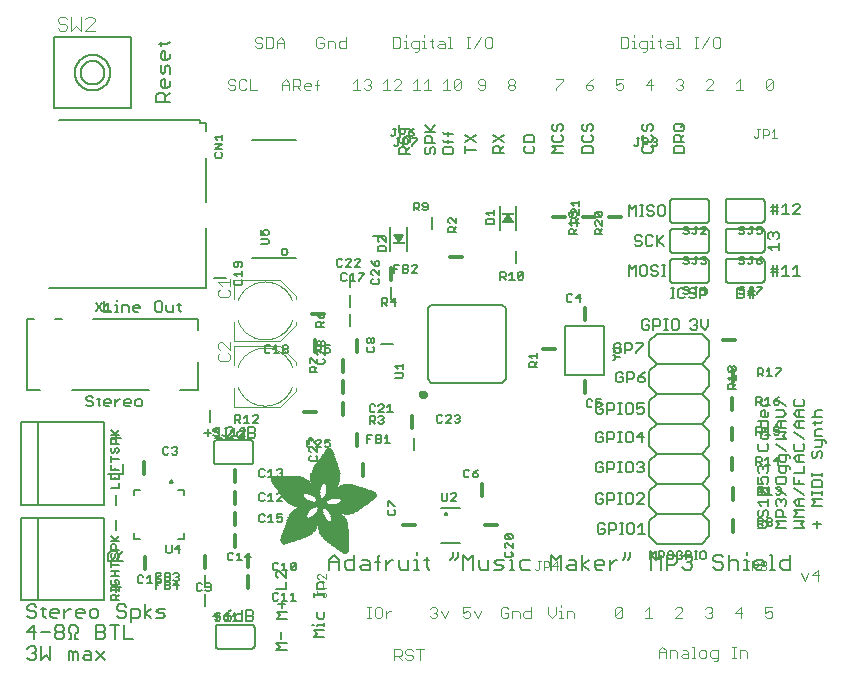
<source format=gbr>
G04 EAGLE Gerber RS-274X export*
G75*
%MOMM*%
%FSLAX34Y34*%
%LPD*%
%INSilkscreen Top*%
%IPPOS*%
%AMOC8*
5,1,8,0,0,1.08239X$1,22.5*%
G01*
%ADD10C,0.127000*%
%ADD11C,0.177800*%
%ADD12C,0.152400*%
%ADD13C,0.101600*%
%ADD14C,0.203200*%
%ADD15C,0.406400*%
%ADD16C,0.304800*%
%ADD17R,1.000000X0.200000*%
%ADD18C,0.076200*%
%ADD19R,0.125700X0.014000*%
%ADD20R,0.209500X0.014000*%
%ADD21R,0.279400X0.013900*%
%ADD22R,0.335300X0.014000*%
%ADD23R,0.377200X0.014000*%
%ADD24R,0.419100X0.013900*%
%ADD25R,0.475000X0.014000*%
%ADD26R,0.502900X0.014000*%
%ADD27R,0.530900X0.013900*%
%ADD28R,0.558800X0.014000*%
%ADD29R,0.586800X0.014000*%
%ADD30R,0.628600X0.014000*%
%ADD31R,0.642600X0.013900*%
%ADD32R,0.670500X0.014000*%
%ADD33R,0.698500X0.014000*%
%ADD34R,0.712500X0.013900*%
%ADD35R,0.740400X0.014000*%
%ADD36R,0.768400X0.014000*%
%ADD37R,0.782300X0.013900*%
%ADD38R,0.810300X0.014000*%
%ADD39R,0.824200X0.014000*%
%ADD40R,0.852200X0.014000*%
%ADD41R,0.880200X0.013900*%
%ADD42R,0.894100X0.014000*%
%ADD43R,0.908100X0.014000*%
%ADD44R,0.936000X0.013900*%
%ADD45R,0.950000X0.014000*%
%ADD46R,0.964000X0.014000*%
%ADD47R,0.991900X0.013900*%
%ADD48R,1.005900X0.014000*%
%ADD49R,1.033800X0.014000*%
%ADD50R,1.047800X0.014000*%
%ADD51R,1.061800X0.013900*%
%ADD52R,1.089700X0.014000*%
%ADD53R,1.103700X0.014000*%
%ADD54R,1.117600X0.013900*%
%ADD55R,1.145600X0.014000*%
%ADD56R,1.159600X0.014000*%
%ADD57R,1.173500X0.013900*%
%ADD58R,1.201500X0.014000*%
%ADD59R,1.215400X0.014000*%
%ADD60R,1.243400X0.014000*%
%ADD61R,1.257300X0.013900*%
%ADD62R,1.271300X0.014000*%
%ADD63R,1.299300X0.014000*%
%ADD64R,1.313200X0.013900*%
%ADD65R,1.327200X0.014000*%
%ADD66R,1.355100X0.014000*%
%ADD67R,1.369100X0.013900*%
%ADD68R,1.383100X0.014000*%
%ADD69R,1.411000X0.014000*%
%ADD70R,1.425000X0.014000*%
%ADD71R,1.452900X0.013900*%
%ADD72R,1.466900X0.014000*%
%ADD73R,1.480900X0.014000*%
%ADD74R,1.508800X0.013900*%
%ADD75R,1.522800X0.014000*%
%ADD76R,1.536700X0.014000*%
%ADD77R,0.167700X0.013900*%
%ADD78R,1.564700X0.013900*%
%ADD79R,0.265500X0.014000*%
%ADD80R,1.578700X0.014000*%
%ADD81R,0.349200X0.014000*%
%ADD82R,1.606600X0.014000*%
%ADD83R,0.405100X0.014000*%
%ADD84R,1.620600X0.014000*%
%ADD85R,0.475000X0.013900*%
%ADD86R,1.634500X0.013900*%
%ADD87R,0.530900X0.014000*%
%ADD88R,1.662500X0.014000*%
%ADD89R,1.676400X0.014000*%
%ADD90R,1.690400X0.013900*%
%ADD91R,1.718400X0.014000*%
%ADD92R,0.754400X0.014000*%
%ADD93R,1.732300X0.014000*%
%ADD94R,0.796300X0.013900*%
%ADD95R,1.746300X0.013900*%
%ADD96R,0.852100X0.014000*%
%ADD97R,1.774200X0.014000*%
%ADD98R,0.908000X0.014000*%
%ADD99R,1.788200X0.014000*%
%ADD100R,0.949900X0.014000*%
%ADD101R,1.816100X0.014000*%
%ADD102R,1.005900X0.013900*%
%ADD103R,1.830100X0.013900*%
%ADD104R,1.844100X0.014000*%
%ADD105R,1.872000X0.014000*%
%ADD106R,1.131600X0.013900*%
%ADD107R,1.886000X0.013900*%
%ADD108R,1.187500X0.014000*%
%ADD109R,1.900000X0.014000*%
%ADD110R,1.229400X0.014000*%
%ADD111R,1.927900X0.014000*%
%ADD112R,1.271300X0.013900*%
%ADD113R,1.941900X0.013900*%
%ADD114R,1.313200X0.014000*%
%ADD115R,1.955800X0.014000*%
%ADD116R,1.969800X0.014000*%
%ADD117R,1.397000X0.014000*%
%ADD118R,1.997800X0.014000*%
%ADD119R,1.439000X0.013900*%
%ADD120R,2.011700X0.013900*%
%ADD121R,2.025700X0.014000*%
%ADD122R,2.039700X0.014000*%
%ADD123R,1.550700X0.013900*%
%ADD124R,2.053600X0.013900*%
%ADD125R,1.592600X0.014000*%
%ADD126R,2.067600X0.014000*%
%ADD127R,1.634500X0.014000*%
%ADD128R,2.081600X0.014000*%
%ADD129R,2.095500X0.013900*%
%ADD130R,2.109500X0.014000*%
%ADD131R,1.760200X0.014000*%
%ADD132R,2.123500X0.014000*%
%ADD133R,1.802100X0.014000*%
%ADD134R,2.137500X0.014000*%
%ADD135R,1.844000X0.013900*%
%ADD136R,2.151400X0.013900*%
%ADD137R,1.871900X0.014000*%
%ADD138R,2.165400X0.014000*%
%ADD139R,1.913800X0.014000*%
%ADD140R,2.179400X0.014000*%
%ADD141R,1.955800X0.013900*%
%ADD142R,2.193300X0.013900*%
%ADD143R,1.983800X0.014000*%
%ADD144R,2.207300X0.014000*%
%ADD145R,2.221300X0.014000*%
%ADD146R,2.221300X0.013900*%
%ADD147R,2.095500X0.014000*%
%ADD148R,2.235200X0.014000*%
%ADD149R,2.249200X0.014000*%
%ADD150R,2.137400X0.014000*%
%ADD151R,2.263200X0.014000*%
%ADD152R,2.179300X0.013900*%
%ADD153R,2.277200X0.013900*%
%ADD154R,2.193300X0.014000*%
%ADD155R,2.277200X0.014000*%
%ADD156R,2.221200X0.014000*%
%ADD157R,2.291100X0.014000*%
%ADD158R,2.249100X0.013900*%
%ADD159R,2.305100X0.013900*%
%ADD160R,2.319100X0.014000*%
%ADD161R,2.277100X0.014000*%
%ADD162R,2.333000X0.013900*%
%ADD163R,2.319000X0.014000*%
%ADD164R,2.347000X0.014000*%
%ADD165R,2.333000X0.014000*%
%ADD166R,2.361000X0.014000*%
%ADD167R,2.360900X0.014000*%
%ADD168R,2.374900X0.013900*%
%ADD169R,2.388800X0.014000*%
%ADD170R,2.388900X0.014000*%
%ADD171R,2.416800X0.014000*%
%ADD172R,2.416900X0.013900*%
%ADD173R,2.402900X0.013900*%
%ADD174R,2.430800X0.014000*%
%ADD175R,2.402900X0.014000*%
%ADD176R,2.458800X0.014000*%
%ADD177R,2.416900X0.014000*%
%ADD178R,2.458700X0.013900*%
%ADD179R,2.430800X0.013900*%
%ADD180R,2.472700X0.014000*%
%ADD181R,2.500600X0.014000*%
%ADD182R,2.444800X0.014000*%
%ADD183R,2.514600X0.013900*%
%ADD184R,2.458800X0.013900*%
%ADD185R,2.528600X0.014000*%
%ADD186R,2.528500X0.014000*%
%ADD187R,2.542500X0.013900*%
%ADD188R,2.472700X0.013900*%
%ADD189R,2.556500X0.014000*%
%ADD190R,2.486700X0.014000*%
%ADD191R,2.570500X0.013900*%
%ADD192R,2.486700X0.013900*%
%ADD193R,2.584500X0.014000*%
%ADD194R,2.500700X0.014000*%
%ADD195R,2.584400X0.014000*%
%ADD196R,2.598400X0.014000*%
%ADD197R,2.514600X0.014000*%
%ADD198R,2.612400X0.013900*%
%ADD199R,2.612400X0.014000*%
%ADD200R,2.626300X0.014000*%
%ADD201R,2.640300X0.013900*%
%ADD202R,2.528600X0.013900*%
%ADD203R,2.640400X0.014000*%
%ADD204R,2.542600X0.014000*%
%ADD205R,2.654300X0.014000*%
%ADD206R,2.654300X0.013900*%
%ADD207R,2.542600X0.013900*%
%ADD208R,2.668300X0.014000*%
%ADD209R,2.556600X0.014000*%
%ADD210R,2.682200X0.014000*%
%ADD211R,2.668200X0.013900*%
%ADD212R,2.556600X0.013900*%
%ADD213R,2.570500X0.014000*%
%ADD214R,2.696200X0.014000*%
%ADD215R,2.682300X0.013900*%
%ADD216R,2.696300X0.014000*%
%ADD217R,2.696200X0.013900*%
%ADD218R,2.710200X0.014000*%
%ADD219R,2.710200X0.013900*%
%ADD220R,2.724100X0.014000*%
%ADD221R,2.710100X0.014000*%
%ADD222R,2.724100X0.013900*%
%ADD223R,2.584500X0.013900*%
%ADD224R,2.724200X0.014000*%
%ADD225R,2.724200X0.013900*%
%ADD226R,2.738100X0.013900*%
%ADD227R,2.738200X0.013900*%
%ADD228R,2.556500X0.013900*%
%ADD229R,5.238700X0.013900*%
%ADD230R,5.238700X0.014000*%
%ADD231R,5.224800X0.014000*%
%ADD232R,5.210800X0.013900*%
%ADD233R,5.210800X0.014000*%
%ADD234R,5.196800X0.014000*%
%ADD235R,5.182900X0.013900*%
%ADD236R,5.182900X0.014000*%
%ADD237R,5.168900X0.014000*%
%ADD238R,5.154900X0.014000*%
%ADD239R,5.154900X0.013900*%
%ADD240R,5.141000X0.014000*%
%ADD241R,5.127000X0.014000*%
%ADD242R,3.604200X0.013900*%
%ADD243R,1.411000X0.013900*%
%ADD244R,3.562300X0.014000*%
%ADD245R,1.383000X0.014000*%
%ADD246R,3.534400X0.014000*%
%ADD247R,1.369100X0.014000*%
%ADD248R,3.506500X0.013900*%
%ADD249R,1.341100X0.013900*%
%ADD250R,3.492500X0.014000*%
%ADD251R,1.341100X0.014000*%
%ADD252R,3.450600X0.014000*%
%ADD253R,1.313100X0.014000*%
%ADD254R,3.436600X0.014000*%
%ADD255R,3.422700X0.013900*%
%ADD256R,1.299200X0.013900*%
%ADD257R,3.394700X0.014000*%
%ADD258R,1.285300X0.014000*%
%ADD259R,3.380700X0.014000*%
%ADD260R,3.366700X0.013900*%
%ADD261R,3.338900X0.014000*%
%ADD262R,1.257300X0.014000*%
%ADD263R,3.324900X0.014000*%
%ADD264R,3.310900X0.013900*%
%ADD265R,1.243400X0.013900*%
%ADD266R,3.283000X0.014000*%
%ADD267R,3.255000X0.014000*%
%ADD268R,3.241000X0.013900*%
%ADD269R,1.215400X0.013900*%
%ADD270R,3.227100X0.014000*%
%ADD271R,3.213100X0.014000*%
%ADD272R,1.718300X0.013900*%
%ADD273R,1.187500X0.013900*%
%ADD274R,1.648500X0.014000*%
%ADD275R,1.187400X0.014000*%
%ADD276R,1.620500X0.014000*%
%ADD277R,1.592600X0.013900*%
%ADD278R,1.271200X0.013900*%
%ADD279R,1.173400X0.013900*%
%ADD280R,1.159500X0.014000*%
%ADD281R,1.564600X0.014000*%
%ADD282R,1.201400X0.014000*%
%ADD283R,1.145500X0.014000*%
%ADD284R,1.145500X0.013900*%
%ADD285R,1.550700X0.014000*%
%ADD286R,1.103600X0.014000*%
%ADD287R,1.131600X0.014000*%
%ADD288R,1.075700X0.014000*%
%ADD289R,1.117600X0.014000*%
%ADD290R,1.536700X0.013900*%
%ADD291R,1.047800X0.013900*%
%ADD292R,1.103600X0.013900*%
%ADD293R,1.522700X0.014000*%
%ADD294R,1.005800X0.014000*%
%ADD295R,0.991900X0.014000*%
%ADD296R,0.963900X0.013900*%
%ADD297R,1.075700X0.013900*%
%ADD298R,1.508800X0.014000*%
%ADD299R,1.075600X0.014000*%
%ADD300R,1.494800X0.014000*%
%ADD301R,1.061700X0.014000*%
%ADD302R,1.047700X0.014000*%
%ADD303R,1.494800X0.013900*%
%ADD304R,1.047700X0.013900*%
%ADD305R,1.480800X0.014000*%
%ADD306R,1.494700X0.014000*%
%ADD307R,0.838200X0.014000*%
%ADD308R,1.480800X0.013900*%
%ADD309R,0.810200X0.013900*%
%ADD310R,1.019800X0.013900*%
%ADD311R,1.466800X0.014000*%
%ADD312R,0.796300X0.014000*%
%ADD313R,0.768300X0.014000*%
%ADD314R,1.466800X0.013900*%
%ADD315R,0.754300X0.013900*%
%ADD316R,0.977900X0.013900*%
%ADD317R,0.139700X0.013900*%
%ADD318R,0.963900X0.014000*%
%ADD319R,0.712500X0.014000*%
%ADD320R,0.544800X0.014000*%
%ADD321R,0.670600X0.014000*%
%ADD322R,0.684600X0.013900*%
%ADD323R,0.922000X0.013900*%
%ADD324R,1.452900X0.014000*%
%ADD325R,0.656600X0.014000*%
%ADD326R,0.922100X0.014000*%
%ADD327R,0.866200X0.014000*%
%ADD328R,0.894000X0.013900*%
%ADD329R,1.033800X0.013900*%
%ADD330R,0.614600X0.014000*%
%ADD331R,0.866100X0.014000*%
%ADD332R,1.452800X0.014000*%
%ADD333R,0.600700X0.014000*%
%ADD334R,1.173500X0.014000*%
%ADD335R,1.438900X0.013900*%
%ADD336R,0.586700X0.013900*%
%ADD337R,0.838200X0.013900*%
%ADD338R,0.586700X0.014000*%
%ADD339R,2.151400X0.014000*%
%ADD340R,2.193200X0.014000*%
%ADD341R,1.438900X0.014000*%
%ADD342R,0.544900X0.014000*%
%ADD343R,0.544900X0.013900*%
%ADD344R,2.277100X0.013900*%
%ADD345R,0.516900X0.014000*%
%ADD346R,0.516900X0.013900*%
%ADD347R,0.489000X0.014000*%
%ADD348R,1.424900X0.014000*%
%ADD349R,2.444700X0.014000*%
%ADD350R,1.424900X0.013900*%
%ADD351R,0.461000X0.014000*%
%ADD352R,2.570400X0.014000*%
%ADD353R,1.425000X0.013900*%
%ADD354R,0.447000X0.013900*%
%ADD355R,1.410900X0.014000*%
%ADD356R,0.447000X0.014000*%
%ADD357R,0.433100X0.014000*%
%ADD358R,2.668200X0.014000*%
%ADD359R,0.433100X0.013900*%
%ADD360R,0.419100X0.014000*%
%ADD361R,2.738100X0.014000*%
%ADD362R,2.766100X0.014000*%
%ADD363R,1.397000X0.013900*%
%ADD364R,2.807900X0.013900*%
%ADD365R,2.835900X0.014000*%
%ADD366R,2.877900X0.014000*%
%ADD367R,0.433000X0.014000*%
%ADD368R,2.905700X0.014000*%
%ADD369R,1.369000X0.013900*%
%ADD370R,0.433000X0.013900*%
%ADD371R,2.947700X0.013900*%
%ADD372R,2.989500X0.014000*%
%ADD373R,3.031500X0.014000*%
%ADD374R,1.355100X0.013900*%
%ADD375R,0.488900X0.013900*%
%ADD376R,3.087300X0.013900*%
%ADD377R,1.341200X0.014000*%
%ADD378R,3.702000X0.014000*%
%ADD379R,3.716000X0.014000*%
%ADD380R,1.327100X0.013900*%
%ADD381R,3.757900X0.013900*%
%ADD382R,3.771900X0.014000*%
%ADD383R,1.299200X0.014000*%
%ADD384R,3.799900X0.014000*%
%ADD385R,3.841700X0.014000*%
%ADD386R,3.869700X0.013900*%
%ADD387R,3.925600X0.014000*%
%ADD388R,0.111800X0.014000*%
%ADD389R,5.266700X0.014000*%
%ADD390R,5.727700X0.013900*%
%ADD391R,5.825500X0.014000*%
%ADD392R,5.895400X0.014000*%
%ADD393R,5.965200X0.013900*%
%ADD394R,6.021100X0.014000*%
%ADD395R,6.076900X0.014000*%
%ADD396R,6.146800X0.014000*%
%ADD397R,6.188800X0.013900*%
%ADD398R,6.244600X0.014000*%
%ADD399R,6.286500X0.014000*%
%ADD400R,6.328400X0.013900*%
%ADD401R,6.384300X0.014000*%
%ADD402R,3.352800X0.014000*%
%ADD403R,2.821900X0.014000*%
%ADD404R,3.283000X0.013900*%
%ADD405R,3.241100X0.014000*%
%ADD406R,2.682300X0.014000*%
%ADD407R,3.241000X0.014000*%
%ADD408R,2.640300X0.014000*%
%ADD409R,3.227100X0.013900*%
%ADD410R,2.584400X0.013900*%
%ADD411R,3.227000X0.014000*%
%ADD412R,3.269000X0.013900*%
%ADD413R,3.282900X0.014000*%
%ADD414R,3.310900X0.014000*%
%ADD415R,3.338800X0.013900*%
%ADD416R,0.922000X0.014000*%
%ADD417R,2.123400X0.013900*%
%ADD418R,0.894100X0.013900*%
%ADD419R,2.081500X0.014000*%
%ADD420R,0.894000X0.014000*%
%ADD421R,0.908100X0.013900*%
%ADD422R,2.039600X0.014000*%
%ADD423R,2.011700X0.014000*%
%ADD424R,0.936000X0.014000*%
%ADD425R,1.969700X0.013900*%
%ADD426R,0.977900X0.014000*%
%ADD427R,1.941900X0.014000*%
%ADD428R,1.927800X0.013900*%
%ADD429R,1.913900X0.014000*%
%ADD430R,1.913800X0.013900*%
%ADD431R,2.794000X0.013900*%
%ADD432R,1.899900X0.014000*%
%ADD433R,1.229300X0.014000*%
%ADD434R,1.285200X0.014000*%
%ADD435R,2.919700X0.014000*%
%ADD436R,1.872000X0.013900*%
%ADD437R,2.961600X0.013900*%
%ADD438R,1.858000X0.014000*%
%ADD439R,3.031400X0.014000*%
%ADD440R,3.115300X0.014000*%
%ADD441R,1.858000X0.013900*%
%ADD442R,5.029200X0.013900*%
%ADD443R,4.428500X0.014000*%
%ADD444R,1.844000X0.014000*%
%ADD445R,4.414500X0.014000*%
%ADD446R,4.414500X0.013900*%
%ADD447R,1.830100X0.014000*%
%ADD448R,4.414600X0.014000*%
%ADD449R,1.830000X0.014000*%
%ADD450R,0.530800X0.014000*%
%ADD451R,4.400500X0.014000*%
%ADD452R,4.400500X0.013900*%
%ADD453R,4.400600X0.014000*%
%ADD454R,0.572800X0.013900*%
%ADD455R,4.386600X0.013900*%
%ADD456R,4.386500X0.014000*%
%ADD457R,0.614700X0.013900*%
%ADD458R,4.372600X0.013900*%
%ADD459R,0.642600X0.014000*%
%ADD460R,4.372600X0.014000*%
%ADD461R,0.698500X0.013900*%
%ADD462R,4.358600X0.013900*%
%ADD463R,0.712400X0.014000*%
%ADD464R,4.358600X0.014000*%
%ADD465R,4.344700X0.014000*%
%ADD466R,1.871900X0.013900*%
%ADD467R,0.768300X0.013900*%
%ADD468R,4.330700X0.013900*%
%ADD469R,1.885900X0.014000*%
%ADD470R,0.782300X0.014000*%
%ADD471R,4.330700X0.014000*%
%ADD472R,4.316700X0.014000*%
%ADD473R,1.899900X0.013900*%
%ADD474R,0.852200X0.013900*%
%ADD475R,4.316700X0.013900*%
%ADD476R,0.880100X0.014000*%
%ADD477R,4.302700X0.014000*%
%ADD478R,1.941800X0.014000*%
%ADD479R,4.288800X0.014000*%
%ADD480R,1.983700X0.013900*%
%ADD481R,4.274800X0.013900*%
%ADD482R,4.274800X0.014000*%
%ADD483R,4.260800X0.014000*%
%ADD484R,3.408700X0.013900*%
%ADD485R,4.260800X0.013900*%
%ADD486R,3.408700X0.014000*%
%ADD487R,4.232900X0.014000*%
%ADD488R,3.422700X0.014000*%
%ADD489R,4.219000X0.014000*%
%ADD490R,3.436600X0.013900*%
%ADD491R,4.219000X0.013900*%
%ADD492R,4.205000X0.014000*%
%ADD493R,4.177000X0.014000*%
%ADD494R,3.464600X0.014000*%
%ADD495R,4.163100X0.014000*%
%ADD496R,3.478600X0.013900*%
%ADD497R,4.135100X0.013900*%
%ADD498R,3.478600X0.014000*%
%ADD499R,4.121100X0.014000*%
%ADD500R,4.093200X0.014000*%
%ADD501R,4.051300X0.013900*%
%ADD502R,3.520500X0.014000*%
%ADD503R,4.009400X0.014000*%
%ADD504R,3.981400X0.014000*%
%ADD505R,3.548300X0.013900*%
%ADD506R,3.939500X0.013900*%
%ADD507R,3.897600X0.014000*%
%ADD508R,3.576300X0.014000*%
%ADD509R,3.799800X0.014000*%
%ADD510R,3.590200X0.013900*%
%ADD511R,3.744000X0.013900*%
%ADD512R,3.604200X0.014000*%
%ADD513R,3.702100X0.014000*%
%ADD514R,3.618200X0.014000*%
%ADD515R,3.660200X0.014000*%
%ADD516R,3.632200X0.013900*%
%ADD517R,3.618300X0.013900*%
%ADD518R,3.646200X0.014000*%
%ADD519R,3.576400X0.014000*%
%ADD520R,3.660100X0.014000*%
%ADD521R,3.660100X0.013900*%
%ADD522R,3.674100X0.014000*%
%ADD523R,3.436700X0.014000*%
%ADD524R,2.612300X0.014000*%
%ADD525R,0.782400X0.014000*%
%ADD526R,3.716000X0.013900*%
%ADD527R,2.500600X0.013900*%
%ADD528R,3.730000X0.014000*%
%ADD529R,3.758000X0.014000*%
%ADD530R,2.374900X0.014000*%
%ADD531R,3.771900X0.013900*%
%ADD532R,0.824300X0.013900*%
%ADD533R,2.305000X0.013900*%
%ADD534R,3.785900X0.014000*%
%ADD535R,3.813800X0.013900*%
%ADD536R,3.827800X0.014000*%
%ADD537R,3.855700X0.014000*%
%ADD538R,3.883700X0.014000*%
%ADD539R,1.802200X0.014000*%
%ADD540R,3.897700X0.014000*%
%ADD541R,1.746300X0.014000*%
%ADD542R,3.911600X0.013900*%
%ADD543R,0.949900X0.013900*%
%ADD544R,1.676400X0.013900*%
%ADD545R,3.939500X0.014000*%
%ADD546R,1.550600X0.014000*%
%ADD547R,3.967500X0.013900*%
%ADD548R,1.327100X0.014000*%
%ADD549R,1.019800X0.014000*%
%ADD550R,4.037300X0.013900*%
%ADD551R,3.213100X0.013900*%
%ADD552R,0.866200X0.013900*%
%ADD553R,1.061700X0.013900*%
%ADD554R,0.908000X0.013900*%
%ADD555R,1.089600X0.014000*%
%ADD556R,0.181700X0.014000*%
%ADD557R,2.346900X0.014000*%
%ADD558R,2.346900X0.013900*%
%ADD559R,3.227000X0.013900*%
%ADD560R,2.388900X0.013900*%
%ADD561R,2.416800X0.013900*%
%ADD562R,2.430700X0.014000*%
%ADD563R,3.199100X0.013900*%
%ADD564R,2.444700X0.013900*%
%ADD565R,3.199200X0.014000*%
%ADD566R,3.185200X0.014000*%
%ADD567R,2.458700X0.014000*%
%ADD568R,3.185100X0.013900*%
%ADD569R,3.171100X0.014000*%
%ADD570R,3.157200X0.014000*%
%ADD571R,3.143200X0.013900*%
%ADD572R,3.129300X0.014000*%
%ADD573R,3.101300X0.014000*%
%ADD574R,3.087400X0.013900*%
%ADD575R,3.087400X0.014000*%
%ADD576R,3.059400X0.014000*%
%ADD577R,3.031500X0.013900*%
%ADD578R,3.017500X0.014000*%
%ADD579R,2.989600X0.014000*%
%ADD580R,2.975600X0.014000*%
%ADD581R,2.891700X0.014000*%
%ADD582R,2.849900X0.013900*%
%ADD583R,2.822000X0.014000*%
%ADD584R,2.794000X0.014000*%
%ADD585R,2.752100X0.013900*%
%ADD586R,2.305000X0.014000*%
%ADD587R,2.109400X0.013900*%
%ADD588R,1.969700X0.014000*%
%ADD589R,2.486600X0.014000*%
%ADD590R,2.472600X0.014000*%
%ADD591R,2.472600X0.013900*%
%ADD592R,2.402800X0.013900*%
%ADD593R,2.402800X0.014000*%
%ADD594R,2.360900X0.013900*%
%ADD595R,2.319100X0.013900*%
%ADD596R,2.291100X0.013900*%
%ADD597R,2.263100X0.013900*%
%ADD598R,2.249100X0.014000*%
%ADD599R,2.179300X0.014000*%
%ADD600R,2.109400X0.014000*%
%ADD601R,2.067600X0.013900*%
%ADD602R,2.053600X0.014000*%
%ADD603R,2.025600X0.014000*%
%ADD604R,2.025600X0.013900*%
%ADD605R,1.983700X0.014000*%
%ADD606R,1.927900X0.013900*%
%ADD607R,1.886000X0.014000*%
%ADD608R,1.816100X0.013900*%
%ADD609R,1.760200X0.013900*%
%ADD610R,1.732300X0.013900*%
%ADD611R,1.718300X0.014000*%
%ADD612R,1.704300X0.014000*%
%ADD613R,1.690400X0.014000*%
%ADD614R,1.662400X0.013900*%
%ADD615R,1.662400X0.014000*%
%ADD616R,1.648400X0.014000*%
%ADD617R,1.620500X0.013900*%
%ADD618R,1.578600X0.013900*%
%ADD619R,1.522700X0.013900*%
%ADD620R,1.480900X0.013900*%
%ADD621R,1.383000X0.013900*%
%ADD622R,1.369000X0.014000*%
%ADD623R,1.341200X0.013900*%
%ADD624R,1.243300X0.013900*%
%ADD625R,1.215300X0.014000*%
%ADD626R,1.201400X0.013900*%
%ADD627R,1.159500X0.013900*%
%ADD628R,1.089600X0.013900*%
%ADD629R,0.880200X0.014000*%
%ADD630R,0.810200X0.014000*%
%ADD631R,0.726500X0.014000*%
%ADD632R,0.684500X0.014000*%
%ADD633R,0.600700X0.013900*%
%ADD634R,0.530800X0.013900*%
%ADD635R,0.503000X0.014000*%
%ADD636R,0.335200X0.013900*%
%ADD637R,0.279400X0.014000*%
%ADD638R,0.223600X0.014000*%
%ADD639R,0.111800X0.013900*%

G36*
X415961Y374265D02*
X415961Y374265D01*
X416033Y374265D01*
X416101Y374285D01*
X416172Y374295D01*
X416237Y374324D01*
X416306Y374344D01*
X416366Y374382D01*
X416431Y374411D01*
X416486Y374457D01*
X416546Y374495D01*
X416594Y374549D01*
X416648Y374595D01*
X416688Y374654D01*
X416735Y374708D01*
X416766Y374772D01*
X416806Y374831D01*
X416827Y374900D01*
X416858Y374964D01*
X416870Y375034D01*
X416891Y375102D01*
X416893Y375174D01*
X416905Y375245D01*
X416897Y375315D01*
X416899Y375386D01*
X416880Y375456D01*
X416872Y375527D01*
X416847Y375582D01*
X416827Y375661D01*
X416766Y375764D01*
X416735Y375833D01*
X414735Y378833D01*
X414658Y378920D01*
X414585Y379010D01*
X414563Y379025D01*
X414545Y379045D01*
X414448Y379107D01*
X414353Y379174D01*
X414327Y379182D01*
X414305Y379197D01*
X414194Y379229D01*
X414084Y379267D01*
X414057Y379268D01*
X414032Y379275D01*
X413916Y379275D01*
X413800Y379281D01*
X413774Y379275D01*
X413747Y379275D01*
X413636Y379243D01*
X413523Y379217D01*
X413500Y379204D01*
X413474Y379196D01*
X413376Y379134D01*
X413275Y379078D01*
X413259Y379060D01*
X413234Y379045D01*
X413049Y378837D01*
X413045Y378833D01*
X411045Y375833D01*
X411014Y375769D01*
X410975Y375709D01*
X410953Y375641D01*
X410922Y375577D01*
X410910Y375506D01*
X410889Y375438D01*
X410887Y375367D01*
X410875Y375297D01*
X410883Y375225D01*
X410881Y375154D01*
X410899Y375085D01*
X410908Y375014D01*
X410935Y374948D01*
X410953Y374879D01*
X410990Y374818D01*
X411017Y374752D01*
X411062Y374696D01*
X411099Y374634D01*
X411150Y374585D01*
X411195Y374530D01*
X411254Y374489D01*
X411306Y374440D01*
X411369Y374407D01*
X411427Y374366D01*
X411495Y374343D01*
X411559Y374310D01*
X411618Y374300D01*
X411696Y374273D01*
X411815Y374267D01*
X411890Y374255D01*
X415890Y374255D01*
X415961Y374265D01*
G37*
G36*
X321426Y357405D02*
X321426Y357405D01*
X321453Y357405D01*
X321564Y357437D01*
X321677Y357463D01*
X321700Y357476D01*
X321726Y357484D01*
X321824Y357546D01*
X321925Y357602D01*
X321941Y357620D01*
X321966Y357635D01*
X322151Y357843D01*
X322155Y357847D01*
X324155Y360847D01*
X324186Y360911D01*
X324226Y360971D01*
X324247Y361039D01*
X324278Y361103D01*
X324290Y361174D01*
X324311Y361242D01*
X324313Y361313D01*
X324325Y361384D01*
X324317Y361455D01*
X324319Y361526D01*
X324301Y361595D01*
X324292Y361666D01*
X324265Y361732D01*
X324247Y361801D01*
X324210Y361862D01*
X324183Y361928D01*
X324138Y361984D01*
X324102Y362046D01*
X324050Y362095D01*
X324005Y362150D01*
X323947Y362191D01*
X323894Y362240D01*
X323831Y362273D01*
X323773Y362314D01*
X323705Y362337D01*
X323641Y362370D01*
X323582Y362380D01*
X323504Y362407D01*
X323385Y362413D01*
X323310Y362425D01*
X319310Y362425D01*
X319239Y362415D01*
X319167Y362415D01*
X319099Y362395D01*
X319029Y362385D01*
X318963Y362356D01*
X318894Y362336D01*
X318834Y362298D01*
X318769Y362269D01*
X318714Y362223D01*
X318654Y362185D01*
X318606Y362132D01*
X318552Y362086D01*
X318512Y362026D01*
X318465Y361972D01*
X318434Y361908D01*
X318395Y361849D01*
X318373Y361781D01*
X318342Y361716D01*
X318330Y361646D01*
X318309Y361578D01*
X318307Y361506D01*
X318295Y361436D01*
X318303Y361365D01*
X318301Y361294D01*
X318320Y361224D01*
X318328Y361153D01*
X318353Y361098D01*
X318373Y361019D01*
X318434Y360916D01*
X318465Y360847D01*
X320465Y357847D01*
X320542Y357760D01*
X320615Y357670D01*
X320637Y357655D01*
X320655Y357635D01*
X320752Y357573D01*
X320847Y357506D01*
X320873Y357498D01*
X320895Y357483D01*
X321006Y357451D01*
X321116Y357413D01*
X321143Y357412D01*
X321168Y357405D01*
X321284Y357405D01*
X321400Y357399D01*
X321426Y357405D01*
G37*
D10*
X226955Y38015D02*
X218057Y38015D01*
X221023Y40980D01*
X218057Y43946D01*
X226955Y43946D01*
X222506Y47370D02*
X222506Y53302D01*
X219540Y50336D02*
X225472Y50336D01*
X226555Y11345D02*
X217657Y11345D01*
X220623Y14310D01*
X217657Y17276D01*
X226555Y17276D01*
X222106Y20700D02*
X222106Y26632D01*
X226355Y63145D02*
X217457Y63145D01*
X226355Y63145D02*
X226355Y69076D01*
X226355Y72500D02*
X226355Y78432D01*
X226355Y72500D02*
X220423Y78432D01*
X218940Y78432D01*
X217457Y76949D01*
X217457Y73983D01*
X218940Y72500D01*
X494426Y118833D02*
X495909Y117350D01*
X494426Y118833D02*
X491460Y118833D01*
X489977Y117350D01*
X489977Y111418D01*
X491460Y109935D01*
X494426Y109935D01*
X495909Y111418D01*
X495909Y114384D01*
X492943Y114384D01*
X499333Y109935D02*
X499333Y118833D01*
X503781Y118833D01*
X505264Y117350D01*
X505264Y114384D01*
X503781Y112901D01*
X499333Y112901D01*
X508688Y109935D02*
X511654Y109935D01*
X510171Y109935D02*
X510171Y118833D01*
X508688Y118833D02*
X511654Y118833D01*
X516408Y118833D02*
X519373Y118833D01*
X516408Y118833D02*
X514925Y117350D01*
X514925Y111418D01*
X516408Y109935D01*
X519373Y109935D01*
X520856Y111418D01*
X520856Y117350D01*
X519373Y118833D01*
X524280Y115867D02*
X527246Y118833D01*
X527246Y109935D01*
X524280Y109935D02*
X530212Y109935D01*
X509501Y270080D02*
X508018Y271563D01*
X505052Y271563D01*
X503569Y270080D01*
X503569Y264148D01*
X505052Y262665D01*
X508018Y262665D01*
X509501Y264148D01*
X509501Y267114D01*
X506535Y267114D01*
X512925Y262665D02*
X512925Y271563D01*
X517373Y271563D01*
X518856Y270080D01*
X518856Y267114D01*
X517373Y265631D01*
X512925Y265631D01*
X522280Y271563D02*
X528212Y271563D01*
X528212Y270080D01*
X522280Y264148D01*
X522280Y262665D01*
X427537Y436634D02*
X429020Y438117D01*
X427537Y436634D02*
X427537Y433668D01*
X429020Y432185D01*
X434952Y432185D01*
X436435Y433668D01*
X436435Y436634D01*
X434952Y438117D01*
X436435Y441540D02*
X427537Y441540D01*
X436435Y441540D02*
X436435Y445989D01*
X434952Y447472D01*
X429020Y447472D01*
X427537Y445989D01*
X427537Y441540D01*
X410365Y432185D02*
X401467Y432185D01*
X401467Y436634D01*
X402950Y438117D01*
X405916Y438117D01*
X407399Y436634D01*
X407399Y432185D01*
X407399Y435151D02*
X410365Y438117D01*
X410365Y447472D02*
X401467Y441540D01*
X401467Y447472D02*
X410365Y441540D01*
X386835Y435151D02*
X377937Y435151D01*
X377937Y432185D02*
X377937Y438117D01*
X377937Y441540D02*
X386835Y447472D01*
X386835Y441540D02*
X377937Y447472D01*
X345010Y437097D02*
X343527Y435614D01*
X343527Y432648D01*
X345010Y431165D01*
X346493Y431165D01*
X347976Y432648D01*
X347976Y435614D01*
X349459Y437097D01*
X350942Y437097D01*
X352425Y435614D01*
X352425Y432648D01*
X350942Y431165D01*
X352425Y440520D02*
X343527Y440520D01*
X343527Y444969D01*
X345010Y446452D01*
X347976Y446452D01*
X349459Y444969D01*
X349459Y440520D01*
X352425Y449875D02*
X343527Y449875D01*
X349459Y449875D02*
X343527Y455807D01*
X347976Y451358D02*
X352425Y455807D01*
X358767Y435614D02*
X358767Y432648D01*
X360250Y431165D01*
X366182Y431165D01*
X367665Y432648D01*
X367665Y435614D01*
X366182Y437097D01*
X360250Y437097D01*
X358767Y435614D01*
X360250Y442003D02*
X367665Y442003D01*
X360250Y442003D02*
X358767Y443486D01*
X363216Y443486D02*
X363216Y440520D01*
X360250Y448240D02*
X367665Y448240D01*
X360250Y448240D02*
X358767Y449723D01*
X363216Y449723D02*
X363216Y446757D01*
X551815Y309245D02*
X554781Y309245D01*
X553298Y309245D02*
X553298Y318143D01*
X551815Y318143D02*
X554781Y318143D01*
X562501Y318143D02*
X563984Y316660D01*
X562501Y318143D02*
X559535Y318143D01*
X558052Y316660D01*
X558052Y310728D01*
X559535Y309245D01*
X562501Y309245D01*
X563984Y310728D01*
X571856Y318143D02*
X573339Y316660D01*
X571856Y318143D02*
X568890Y318143D01*
X567407Y316660D01*
X567407Y315177D01*
X568890Y313694D01*
X571856Y313694D01*
X573339Y312211D01*
X573339Y310728D01*
X571856Y309245D01*
X568890Y309245D01*
X567407Y310728D01*
X576762Y309245D02*
X576762Y318143D01*
X581211Y318143D01*
X582694Y316660D01*
X582694Y313694D01*
X581211Y312211D01*
X576762Y312211D01*
X527141Y361110D02*
X525658Y362593D01*
X522692Y362593D01*
X521209Y361110D01*
X521209Y359627D01*
X522692Y358144D01*
X525658Y358144D01*
X527141Y356661D01*
X527141Y355178D01*
X525658Y353695D01*
X522692Y353695D01*
X521209Y355178D01*
X535013Y362593D02*
X536496Y361110D01*
X535013Y362593D02*
X532048Y362593D01*
X530565Y361110D01*
X530565Y355178D01*
X532048Y353695D01*
X535013Y353695D01*
X536496Y355178D01*
X539920Y353695D02*
X539920Y362593D01*
X539920Y356661D02*
X545852Y362593D01*
X541403Y358144D02*
X545852Y353695D01*
X516243Y379095D02*
X516243Y387993D01*
X519208Y385027D01*
X522174Y387993D01*
X522174Y379095D01*
X525598Y379095D02*
X528564Y379095D01*
X527081Y379095D02*
X527081Y387993D01*
X525598Y387993D02*
X528564Y387993D01*
X536283Y387993D02*
X537766Y386510D01*
X536283Y387993D02*
X533318Y387993D01*
X531835Y386510D01*
X531835Y385027D01*
X533318Y383544D01*
X536283Y383544D01*
X537766Y382061D01*
X537766Y380578D01*
X536283Y379095D01*
X533318Y379095D01*
X531835Y380578D01*
X542673Y387993D02*
X545639Y387993D01*
X542673Y387993D02*
X541190Y386510D01*
X541190Y380578D01*
X542673Y379095D01*
X545639Y379095D01*
X547122Y380578D01*
X547122Y386510D01*
X545639Y387993D01*
X516243Y337193D02*
X516243Y328295D01*
X519208Y334227D02*
X516243Y337193D01*
X519208Y334227D02*
X522174Y337193D01*
X522174Y328295D01*
X527081Y337193D02*
X530047Y337193D01*
X527081Y337193D02*
X525598Y335710D01*
X525598Y329778D01*
X527081Y328295D01*
X530047Y328295D01*
X531530Y329778D01*
X531530Y335710D01*
X530047Y337193D01*
X539402Y337193D02*
X540885Y335710D01*
X539402Y337193D02*
X536436Y337193D01*
X534953Y335710D01*
X534953Y334227D01*
X536436Y332744D01*
X539402Y332744D01*
X540885Y331261D01*
X540885Y329778D01*
X539402Y328295D01*
X536436Y328295D01*
X534953Y329778D01*
X544308Y328295D02*
X547274Y328295D01*
X545791Y328295D02*
X545791Y337193D01*
X544308Y337193D02*
X547274Y337193D01*
X638388Y380365D02*
X638388Y389263D01*
X641354Y389263D02*
X641354Y380365D01*
X641354Y386297D02*
X636905Y386297D01*
X641354Y386297D02*
X642837Y386297D01*
X642837Y383331D02*
X636905Y383331D01*
X646260Y386297D02*
X649226Y389263D01*
X649226Y380365D01*
X646260Y380365D02*
X652192Y380365D01*
X655615Y380365D02*
X661547Y380365D01*
X655615Y380365D02*
X661547Y386297D01*
X661547Y387780D01*
X660064Y389263D01*
X657098Y389263D01*
X655615Y387780D01*
X638388Y337193D02*
X638388Y328295D01*
X641354Y328295D02*
X641354Y337193D01*
X641354Y334227D02*
X636905Y334227D01*
X641354Y334227D02*
X642837Y334227D01*
X642837Y331261D02*
X636905Y331261D01*
X646260Y334227D02*
X649226Y337193D01*
X649226Y328295D01*
X646260Y328295D02*
X652192Y328295D01*
X655615Y334227D02*
X658581Y337193D01*
X658581Y328295D01*
X655615Y328295D02*
X661547Y328295D01*
X637323Y349885D02*
X634357Y352851D01*
X643255Y352851D01*
X643255Y349885D02*
X643255Y355817D01*
X635840Y359240D02*
X634357Y360723D01*
X634357Y363689D01*
X635840Y365172D01*
X637323Y365172D01*
X638806Y363689D01*
X638806Y362206D01*
X638806Y363689D02*
X640289Y365172D01*
X641772Y365172D01*
X643255Y363689D01*
X643255Y360723D01*
X641772Y359240D01*
D11*
X81783Y142543D02*
X81783Y134239D01*
X75554Y160434D02*
X88011Y160434D01*
X88011Y168738D01*
X81783Y186628D02*
X81783Y194932D01*
X85935Y190780D02*
X77630Y190780D01*
X81783Y68883D02*
X81783Y60579D01*
X85935Y64731D02*
X77630Y64731D01*
X75554Y86774D02*
X88011Y86774D01*
X75554Y86774D02*
X75554Y93002D01*
X77630Y95078D01*
X81783Y95078D01*
X83859Y93002D01*
X83859Y86774D01*
X83859Y90926D02*
X88011Y95078D01*
X81783Y112968D02*
X81783Y121272D01*
D10*
X451477Y432435D02*
X460375Y432435D01*
X454443Y435401D02*
X451477Y432435D01*
X454443Y435401D02*
X451477Y438367D01*
X460375Y438367D01*
X451477Y446239D02*
X452960Y447722D01*
X451477Y446239D02*
X451477Y443273D01*
X452960Y441790D01*
X458892Y441790D01*
X460375Y443273D01*
X460375Y446239D01*
X458892Y447722D01*
X451477Y455594D02*
X452960Y457077D01*
X451477Y455594D02*
X451477Y452628D01*
X452960Y451145D01*
X454443Y451145D01*
X455926Y452628D01*
X455926Y455594D01*
X457409Y457077D01*
X458892Y457077D01*
X460375Y455594D01*
X460375Y452628D01*
X458892Y451145D01*
X476877Y432435D02*
X485775Y432435D01*
X485775Y436884D01*
X484292Y438367D01*
X478360Y438367D01*
X476877Y436884D01*
X476877Y432435D01*
X476877Y446239D02*
X478360Y447722D01*
X476877Y446239D02*
X476877Y443273D01*
X478360Y441790D01*
X484292Y441790D01*
X485775Y443273D01*
X485775Y446239D01*
X484292Y447722D01*
X476877Y455594D02*
X478360Y457077D01*
X476877Y455594D02*
X476877Y452628D01*
X478360Y451145D01*
X479843Y451145D01*
X481326Y452628D01*
X481326Y455594D01*
X482809Y457077D01*
X484292Y457077D01*
X485775Y455594D01*
X485775Y452628D01*
X484292Y451145D01*
X527677Y436884D02*
X529160Y438367D01*
X527677Y436884D02*
X527677Y433918D01*
X529160Y432435D01*
X535092Y432435D01*
X536575Y433918D01*
X536575Y436884D01*
X535092Y438367D01*
X527677Y446239D02*
X529160Y447722D01*
X527677Y446239D02*
X527677Y443273D01*
X529160Y441790D01*
X535092Y441790D01*
X536575Y443273D01*
X536575Y446239D01*
X535092Y447722D01*
X527677Y455594D02*
X529160Y457077D01*
X527677Y455594D02*
X527677Y452628D01*
X529160Y451145D01*
X530643Y451145D01*
X532126Y452628D01*
X532126Y455594D01*
X533609Y457077D01*
X535092Y457077D01*
X536575Y455594D01*
X536575Y452628D01*
X535092Y451145D01*
X554347Y432435D02*
X563245Y432435D01*
X563245Y436884D01*
X561762Y438367D01*
X555830Y438367D01*
X554347Y436884D01*
X554347Y432435D01*
X554347Y441790D02*
X563245Y441790D01*
X554347Y441790D02*
X554347Y446239D01*
X555830Y447722D01*
X558796Y447722D01*
X560279Y446239D01*
X560279Y441790D01*
X560279Y444756D02*
X563245Y447722D01*
X561762Y451145D02*
X555830Y451145D01*
X554347Y452628D01*
X554347Y455594D01*
X555830Y457077D01*
X561762Y457077D01*
X563245Y455594D01*
X563245Y452628D01*
X561762Y451145D01*
X560279Y454111D02*
X563245Y457077D01*
X170397Y40644D02*
X164465Y40644D01*
X167431Y43610D02*
X167431Y37678D01*
X176786Y43610D02*
X179752Y45093D01*
X176786Y43610D02*
X173820Y40644D01*
X173820Y37678D01*
X175303Y36195D01*
X178269Y36195D01*
X179752Y37678D01*
X179752Y39161D01*
X178269Y40644D01*
X173820Y40644D01*
X189107Y45093D02*
X189107Y36195D01*
X184658Y36195D01*
X183175Y37678D01*
X183175Y40644D01*
X184658Y42127D01*
X189107Y42127D01*
X192531Y45093D02*
X192531Y36195D01*
X192531Y45093D02*
X196979Y45093D01*
X198462Y43610D01*
X198462Y42127D01*
X196979Y40644D01*
X198462Y39161D01*
X198462Y37678D01*
X196979Y36195D01*
X192531Y36195D01*
X192531Y40644D02*
X196979Y40644D01*
D12*
X12705Y32268D02*
X12705Y21082D01*
X7112Y26675D02*
X12705Y32268D01*
X14569Y26675D02*
X7112Y26675D01*
X18806Y26675D02*
X26263Y26675D01*
X30500Y30403D02*
X32364Y32268D01*
X36093Y32268D01*
X37957Y30403D01*
X37957Y28539D01*
X36093Y26675D01*
X37957Y24811D01*
X37957Y22946D01*
X36093Y21082D01*
X32364Y21082D01*
X30500Y22946D01*
X30500Y24811D01*
X32364Y26675D01*
X30500Y28539D01*
X30500Y30403D01*
X32364Y26675D02*
X36093Y26675D01*
X42194Y21082D02*
X44058Y21082D01*
X44058Y24811D01*
X42194Y26675D01*
X42194Y30403D01*
X44058Y32268D01*
X47787Y32268D01*
X49651Y30403D01*
X49651Y26675D01*
X47787Y24811D01*
X47787Y21082D01*
X49651Y21082D01*
X65582Y21082D02*
X65582Y32268D01*
X71175Y32268D01*
X73039Y30403D01*
X73039Y28539D01*
X71175Y26675D01*
X73039Y24811D01*
X73039Y22946D01*
X71175Y21082D01*
X65582Y21082D01*
X65582Y26675D02*
X71175Y26675D01*
X81004Y21082D02*
X81004Y32268D01*
X77276Y32268D02*
X84733Y32268D01*
X88970Y32268D02*
X88970Y21082D01*
X96427Y21082D01*
X8976Y14488D02*
X7112Y12623D01*
X8976Y14488D02*
X12705Y14488D01*
X14569Y12623D01*
X14569Y10759D01*
X12705Y8895D01*
X10841Y8895D01*
X12705Y8895D02*
X14569Y7031D01*
X14569Y5166D01*
X12705Y3302D01*
X8976Y3302D01*
X7112Y5166D01*
X18806Y3302D02*
X18806Y14488D01*
X22534Y7031D02*
X18806Y3302D01*
X22534Y7031D02*
X26263Y3302D01*
X26263Y14488D01*
X42194Y10759D02*
X42194Y3302D01*
X42194Y10759D02*
X44058Y10759D01*
X45922Y8895D01*
X45922Y3302D01*
X45922Y8895D02*
X47787Y10759D01*
X49651Y8895D01*
X49651Y3302D01*
X55752Y10759D02*
X59481Y10759D01*
X61345Y8895D01*
X61345Y3302D01*
X55752Y3302D01*
X53888Y5166D01*
X55752Y7031D01*
X61345Y7031D01*
X65582Y10759D02*
X73039Y3302D01*
X65582Y3302D02*
X73039Y10759D01*
X14569Y48183D02*
X12705Y50048D01*
X8976Y50048D01*
X7112Y48183D01*
X7112Y46319D01*
X8976Y44455D01*
X12705Y44455D01*
X14569Y42591D01*
X14569Y40726D01*
X12705Y38862D01*
X8976Y38862D01*
X7112Y40726D01*
X20670Y40726D02*
X20670Y48183D01*
X20670Y40726D02*
X22534Y38862D01*
X22534Y46319D02*
X18806Y46319D01*
X28466Y38862D02*
X32195Y38862D01*
X28466Y38862D02*
X26602Y40726D01*
X26602Y44455D01*
X28466Y46319D01*
X32195Y46319D01*
X34059Y44455D01*
X34059Y42591D01*
X26602Y42591D01*
X38296Y46319D02*
X38296Y38862D01*
X38296Y42591D02*
X42024Y46319D01*
X43889Y46319D01*
X49905Y38862D02*
X53634Y38862D01*
X49905Y38862D02*
X48041Y40726D01*
X48041Y44455D01*
X49905Y46319D01*
X53634Y46319D01*
X55498Y44455D01*
X55498Y42591D01*
X48041Y42591D01*
X61599Y38862D02*
X65328Y38862D01*
X67192Y40726D01*
X67192Y44455D01*
X65328Y46319D01*
X61599Y46319D01*
X59735Y44455D01*
X59735Y40726D01*
X61599Y38862D01*
X88716Y50048D02*
X90580Y48183D01*
X88716Y50048D02*
X84987Y50048D01*
X83123Y48183D01*
X83123Y46319D01*
X84987Y44455D01*
X88716Y44455D01*
X90580Y42591D01*
X90580Y40726D01*
X88716Y38862D01*
X84987Y38862D01*
X83123Y40726D01*
X94817Y35134D02*
X94817Y46319D01*
X100410Y46319D01*
X102274Y44455D01*
X102274Y40726D01*
X100410Y38862D01*
X94817Y38862D01*
X106511Y38862D02*
X106511Y50048D01*
X106511Y42591D02*
X112103Y38862D01*
X106511Y42591D02*
X112103Y46319D01*
X116256Y38862D02*
X121848Y38862D01*
X123713Y40726D01*
X121848Y42591D01*
X118120Y42591D01*
X116256Y44455D01*
X118120Y46319D01*
X123713Y46319D01*
D10*
X607695Y309245D02*
X607695Y318143D01*
X607695Y309245D02*
X612144Y309245D01*
X613627Y310728D01*
X613627Y316660D01*
X612144Y318143D01*
X607695Y318143D01*
X618533Y318143D02*
X618533Y309245D01*
X621499Y309245D02*
X621499Y318143D01*
X621499Y315177D02*
X617050Y315177D01*
X621499Y315177D02*
X622982Y315177D01*
X622982Y312211D02*
X617050Y312211D01*
D12*
X127508Y475742D02*
X116322Y475742D01*
X116322Y481335D01*
X118187Y483199D01*
X121915Y483199D01*
X123780Y481335D01*
X123780Y475742D01*
X123780Y479471D02*
X127508Y483199D01*
X127508Y489300D02*
X127508Y493029D01*
X127508Y489300D02*
X125644Y487436D01*
X121915Y487436D01*
X120051Y489300D01*
X120051Y493029D01*
X121915Y494893D01*
X123780Y494893D01*
X123780Y487436D01*
X127508Y499130D02*
X127508Y504723D01*
X125644Y506587D01*
X123780Y504723D01*
X123780Y500994D01*
X121915Y499130D01*
X120051Y500994D01*
X120051Y506587D01*
X127508Y512688D02*
X127508Y516417D01*
X127508Y512688D02*
X125644Y510824D01*
X121915Y510824D01*
X120051Y512688D01*
X120051Y516417D01*
X121915Y518281D01*
X123780Y518281D01*
X123780Y510824D01*
X125644Y524382D02*
X118187Y524382D01*
X125644Y524382D02*
X127508Y526246D01*
X120051Y526246D02*
X120051Y522518D01*
D10*
X493156Y144233D02*
X494639Y142750D01*
X493156Y144233D02*
X490190Y144233D01*
X488707Y142750D01*
X488707Y136818D01*
X490190Y135335D01*
X493156Y135335D01*
X494639Y136818D01*
X494639Y139784D01*
X491673Y139784D01*
X498063Y135335D02*
X498063Y144233D01*
X502511Y144233D01*
X503994Y142750D01*
X503994Y139784D01*
X502511Y138301D01*
X498063Y138301D01*
X507418Y135335D02*
X510384Y135335D01*
X508901Y135335D02*
X508901Y144233D01*
X507418Y144233D02*
X510384Y144233D01*
X515138Y144233D02*
X518103Y144233D01*
X515138Y144233D02*
X513655Y142750D01*
X513655Y136818D01*
X515138Y135335D01*
X518103Y135335D01*
X519586Y136818D01*
X519586Y142750D01*
X518103Y144233D01*
X523010Y135335D02*
X528942Y135335D01*
X523010Y135335D02*
X528942Y141267D01*
X528942Y142750D01*
X527459Y144233D01*
X524493Y144233D01*
X523010Y142750D01*
X494639Y169420D02*
X493156Y170903D01*
X490190Y170903D01*
X488707Y169420D01*
X488707Y163488D01*
X490190Y162005D01*
X493156Y162005D01*
X494639Y163488D01*
X494639Y166454D01*
X491673Y166454D01*
X498063Y162005D02*
X498063Y170903D01*
X502511Y170903D01*
X503994Y169420D01*
X503994Y166454D01*
X502511Y164971D01*
X498063Y164971D01*
X507418Y162005D02*
X510384Y162005D01*
X508901Y162005D02*
X508901Y170903D01*
X507418Y170903D02*
X510384Y170903D01*
X515138Y170903D02*
X518103Y170903D01*
X515138Y170903D02*
X513655Y169420D01*
X513655Y163488D01*
X515138Y162005D01*
X518103Y162005D01*
X519586Y163488D01*
X519586Y169420D01*
X518103Y170903D01*
X523010Y169420D02*
X524493Y170903D01*
X527459Y170903D01*
X528942Y169420D01*
X528942Y167937D01*
X527459Y166454D01*
X525976Y166454D01*
X527459Y166454D02*
X528942Y164971D01*
X528942Y163488D01*
X527459Y162005D01*
X524493Y162005D01*
X523010Y163488D01*
X494639Y194820D02*
X493156Y196303D01*
X490190Y196303D01*
X488707Y194820D01*
X488707Y188888D01*
X490190Y187405D01*
X493156Y187405D01*
X494639Y188888D01*
X494639Y191854D01*
X491673Y191854D01*
X498063Y187405D02*
X498063Y196303D01*
X502511Y196303D01*
X503994Y194820D01*
X503994Y191854D01*
X502511Y190371D01*
X498063Y190371D01*
X507418Y187405D02*
X510384Y187405D01*
X508901Y187405D02*
X508901Y196303D01*
X507418Y196303D02*
X510384Y196303D01*
X515138Y196303D02*
X518103Y196303D01*
X515138Y196303D02*
X513655Y194820D01*
X513655Y188888D01*
X515138Y187405D01*
X518103Y187405D01*
X519586Y188888D01*
X519586Y194820D01*
X518103Y196303D01*
X527459Y196303D02*
X527459Y187405D01*
X523010Y191854D02*
X527459Y196303D01*
X528942Y191854D02*
X523010Y191854D01*
X494639Y218950D02*
X493156Y220433D01*
X490190Y220433D01*
X488707Y218950D01*
X488707Y213018D01*
X490190Y211535D01*
X493156Y211535D01*
X494639Y213018D01*
X494639Y215984D01*
X491673Y215984D01*
X498063Y211535D02*
X498063Y220433D01*
X502511Y220433D01*
X503994Y218950D01*
X503994Y215984D01*
X502511Y214501D01*
X498063Y214501D01*
X507418Y211535D02*
X510384Y211535D01*
X508901Y211535D02*
X508901Y220433D01*
X507418Y220433D02*
X510384Y220433D01*
X515138Y220433D02*
X518103Y220433D01*
X515138Y220433D02*
X513655Y218950D01*
X513655Y213018D01*
X515138Y211535D01*
X518103Y211535D01*
X519586Y213018D01*
X519586Y218950D01*
X518103Y220433D01*
X523010Y220433D02*
X528942Y220433D01*
X523010Y220433D02*
X523010Y215984D01*
X525976Y217467D01*
X527459Y217467D01*
X528942Y215984D01*
X528942Y213018D01*
X527459Y211535D01*
X524493Y211535D01*
X523010Y213018D01*
X511501Y245620D02*
X510018Y247103D01*
X507052Y247103D01*
X505569Y245620D01*
X505569Y239688D01*
X507052Y238205D01*
X510018Y238205D01*
X511501Y239688D01*
X511501Y242654D01*
X508535Y242654D01*
X514925Y238205D02*
X514925Y247103D01*
X519373Y247103D01*
X520856Y245620D01*
X520856Y242654D01*
X519373Y241171D01*
X514925Y241171D01*
X527246Y245620D02*
X530212Y247103D01*
X527246Y245620D02*
X524280Y242654D01*
X524280Y239688D01*
X525763Y238205D01*
X528729Y238205D01*
X530212Y239688D01*
X530212Y241171D01*
X528729Y242654D01*
X524280Y242654D01*
X533617Y289990D02*
X532134Y291473D01*
X529168Y291473D01*
X527685Y289990D01*
X527685Y284058D01*
X529168Y282575D01*
X532134Y282575D01*
X533617Y284058D01*
X533617Y287024D01*
X530651Y287024D01*
X537040Y282575D02*
X537040Y291473D01*
X541489Y291473D01*
X542972Y289990D01*
X542972Y287024D01*
X541489Y285541D01*
X537040Y285541D01*
X546395Y282575D02*
X549361Y282575D01*
X547878Y282575D02*
X547878Y291473D01*
X546395Y291473D02*
X549361Y291473D01*
X554115Y291473D02*
X557081Y291473D01*
X554115Y291473D02*
X552632Y289990D01*
X552632Y284058D01*
X554115Y282575D01*
X557081Y282575D01*
X558564Y284058D01*
X558564Y289990D01*
X557081Y291473D01*
X71755Y297815D02*
X71755Y306713D01*
X71755Y297815D02*
X77687Y297815D01*
X81110Y303747D02*
X82593Y303747D01*
X82593Y297815D01*
X81110Y297815D02*
X84076Y297815D01*
X82593Y306713D02*
X82593Y308196D01*
X87347Y303747D02*
X87347Y297815D01*
X87347Y303747D02*
X91796Y303747D01*
X93279Y302264D01*
X93279Y297815D01*
X98185Y297815D02*
X101151Y297815D01*
X98185Y297815D02*
X96702Y299298D01*
X96702Y302264D01*
X98185Y303747D01*
X101151Y303747D01*
X102634Y302264D01*
X102634Y300781D01*
X96702Y300781D01*
X116895Y306713D02*
X119861Y306713D01*
X116895Y306713D02*
X115413Y305230D01*
X115413Y299298D01*
X116895Y297815D01*
X119861Y297815D01*
X121344Y299298D01*
X121344Y305230D01*
X119861Y306713D01*
X124768Y303747D02*
X124768Y299298D01*
X126251Y297815D01*
X130699Y297815D01*
X130699Y303747D01*
X135606Y305230D02*
X135606Y299298D01*
X137089Y297815D01*
X137089Y303747D02*
X134123Y303747D01*
X60964Y226703D02*
X62447Y225220D01*
X60964Y226703D02*
X57998Y226703D01*
X56515Y225220D01*
X56515Y223737D01*
X57998Y222254D01*
X60964Y222254D01*
X62447Y220771D01*
X62447Y219288D01*
X60964Y217805D01*
X57998Y217805D01*
X56515Y219288D01*
X67353Y219288D02*
X67353Y225220D01*
X67353Y219288D02*
X68836Y217805D01*
X68836Y223737D02*
X65870Y223737D01*
X73590Y217805D02*
X76556Y217805D01*
X73590Y217805D02*
X72107Y219288D01*
X72107Y222254D01*
X73590Y223737D01*
X76556Y223737D01*
X78039Y222254D01*
X78039Y220771D01*
X72107Y220771D01*
X81462Y217805D02*
X81462Y223737D01*
X81462Y220771D02*
X84428Y223737D01*
X85911Y223737D01*
X90741Y217805D02*
X93707Y217805D01*
X90741Y217805D02*
X89258Y219288D01*
X89258Y222254D01*
X90741Y223737D01*
X93707Y223737D01*
X95190Y222254D01*
X95190Y220771D01*
X89258Y220771D01*
X100096Y217805D02*
X103062Y217805D01*
X104545Y219288D01*
X104545Y222254D01*
X103062Y223737D01*
X100096Y223737D01*
X98613Y222254D01*
X98613Y219288D01*
X100096Y217805D01*
X625467Y114935D02*
X631399Y114935D01*
X634365Y117901D01*
X631399Y120867D01*
X625467Y120867D01*
X625467Y128739D02*
X626950Y130222D01*
X625467Y128739D02*
X625467Y125773D01*
X626950Y124290D01*
X628433Y124290D01*
X629916Y125773D01*
X629916Y128739D01*
X631399Y130222D01*
X632882Y130222D01*
X634365Y128739D01*
X634365Y125773D01*
X632882Y124290D01*
X628433Y133645D02*
X625467Y136611D01*
X634365Y136611D01*
X634365Y133645D02*
X634365Y139577D01*
X632882Y143001D02*
X626950Y143001D01*
X625467Y144483D01*
X625467Y147449D01*
X626950Y148932D01*
X632882Y148932D01*
X634365Y147449D01*
X634365Y144483D01*
X632882Y143001D01*
X626950Y148932D01*
X625467Y152356D02*
X625467Y158287D01*
X625467Y152356D02*
X629916Y152356D01*
X628433Y155322D01*
X628433Y156805D01*
X629916Y158287D01*
X632882Y158287D01*
X634365Y156805D01*
X634365Y153839D01*
X632882Y152356D01*
X626950Y161711D02*
X625467Y163194D01*
X625467Y166160D01*
X626950Y167643D01*
X628433Y167643D01*
X629916Y166160D01*
X629916Y164677D01*
X629916Y166160D02*
X631399Y167643D01*
X632882Y167643D01*
X634365Y166160D01*
X634365Y163194D01*
X632882Y161711D01*
X625467Y184870D02*
X626950Y186353D01*
X625467Y184870D02*
X625467Y181904D01*
X626950Y180421D01*
X632882Y180421D01*
X634365Y181904D01*
X634365Y184870D01*
X632882Y186353D01*
X634365Y191259D02*
X634365Y194225D01*
X632882Y195708D01*
X629916Y195708D01*
X628433Y194225D01*
X628433Y191259D01*
X629916Y189777D01*
X632882Y189777D01*
X634365Y191259D01*
X634365Y205063D02*
X625467Y205063D01*
X634365Y205063D02*
X634365Y200615D01*
X632882Y199132D01*
X629916Y199132D01*
X628433Y200615D01*
X628433Y205063D01*
X634365Y209970D02*
X634365Y212936D01*
X634365Y209970D02*
X632882Y208487D01*
X629916Y208487D01*
X628433Y209970D01*
X628433Y212936D01*
X629916Y214419D01*
X631399Y214419D01*
X631399Y208487D01*
X628433Y219325D02*
X628433Y223774D01*
X628433Y219325D02*
X629916Y217842D01*
X632882Y217842D01*
X634365Y219325D01*
X634365Y223774D01*
X640707Y114935D02*
X649605Y114935D01*
X643673Y117901D02*
X640707Y114935D01*
X643673Y117901D02*
X640707Y120867D01*
X649605Y120867D01*
X649605Y124290D02*
X640707Y124290D01*
X640707Y128739D01*
X642190Y130222D01*
X645156Y130222D01*
X646639Y128739D01*
X646639Y124290D01*
X642190Y133645D02*
X640707Y135128D01*
X640707Y138094D01*
X642190Y139577D01*
X643673Y139577D01*
X645156Y138094D01*
X645156Y136611D01*
X645156Y138094D02*
X646639Y139577D01*
X648122Y139577D01*
X649605Y138094D01*
X649605Y135128D01*
X648122Y133645D01*
X649605Y143001D02*
X640707Y148932D01*
X640707Y153839D02*
X640707Y156805D01*
X640707Y153839D02*
X642190Y152356D01*
X648122Y152356D01*
X649605Y153839D01*
X649605Y156805D01*
X648122Y158287D01*
X642190Y158287D01*
X640707Y156805D01*
X652571Y164677D02*
X652571Y166160D01*
X651088Y167643D01*
X643673Y167643D01*
X643673Y163194D01*
X645156Y161711D01*
X648122Y161711D01*
X649605Y163194D01*
X649605Y167643D01*
X652571Y174032D02*
X652571Y175515D01*
X651088Y176998D01*
X643673Y176998D01*
X643673Y172549D01*
X645156Y171066D01*
X648122Y171066D01*
X649605Y172549D01*
X649605Y176998D01*
X649605Y180421D02*
X640707Y186353D01*
X640707Y189777D02*
X649605Y189777D01*
X646639Y192742D01*
X649605Y195708D01*
X640707Y195708D01*
X643673Y199132D02*
X649605Y199132D01*
X643673Y199132D02*
X640707Y202098D01*
X643673Y205063D01*
X649605Y205063D01*
X645156Y205063D02*
X645156Y199132D01*
X646639Y208487D02*
X640707Y208487D01*
X646639Y208487D02*
X649605Y211453D01*
X646639Y214419D01*
X640707Y214419D01*
X640707Y223774D02*
X649605Y217842D01*
X655947Y114935D02*
X664845Y114935D01*
X661879Y117901D01*
X664845Y120867D01*
X655947Y120867D01*
X655947Y124290D02*
X664845Y124290D01*
X658913Y127256D02*
X655947Y124290D01*
X658913Y127256D02*
X655947Y130222D01*
X664845Y130222D01*
X664845Y133645D02*
X658913Y133645D01*
X655947Y136611D01*
X658913Y139577D01*
X664845Y139577D01*
X660396Y139577D02*
X660396Y133645D01*
X664845Y143001D02*
X655947Y148932D01*
X655947Y152356D02*
X664845Y152356D01*
X655947Y152356D02*
X655947Y158287D01*
X660396Y155322D02*
X660396Y152356D01*
X655947Y161711D02*
X664845Y161711D01*
X664845Y167643D01*
X664845Y171066D02*
X658913Y171066D01*
X655947Y174032D01*
X658913Y176998D01*
X664845Y176998D01*
X660396Y176998D02*
X660396Y171066D01*
X655947Y184870D02*
X657430Y186353D01*
X655947Y184870D02*
X655947Y181904D01*
X657430Y180421D01*
X663362Y180421D01*
X664845Y181904D01*
X664845Y184870D01*
X663362Y186353D01*
X664845Y189777D02*
X655947Y195708D01*
X658913Y199132D02*
X664845Y199132D01*
X658913Y199132D02*
X655947Y202098D01*
X658913Y205063D01*
X664845Y205063D01*
X660396Y205063D02*
X660396Y199132D01*
X658913Y208487D02*
X664845Y208487D01*
X658913Y208487D02*
X655947Y211453D01*
X658913Y214419D01*
X664845Y214419D01*
X660396Y214419D02*
X660396Y208487D01*
X655947Y222291D02*
X657430Y223774D01*
X655947Y222291D02*
X655947Y219325D01*
X657430Y217842D01*
X663362Y217842D01*
X664845Y219325D01*
X664845Y222291D01*
X663362Y223774D01*
X675636Y120867D02*
X675636Y114935D01*
X672670Y117901D02*
X678602Y117901D01*
X680085Y133645D02*
X671187Y133645D01*
X674153Y136611D01*
X671187Y139577D01*
X680085Y139577D01*
X680085Y143001D02*
X680085Y145966D01*
X680085Y144483D02*
X671187Y144483D01*
X671187Y143001D02*
X671187Y145966D01*
X671187Y149237D02*
X680085Y149237D01*
X680085Y153686D01*
X678602Y155169D01*
X672670Y155169D01*
X671187Y153686D01*
X671187Y149237D01*
X680085Y158593D02*
X680085Y161558D01*
X680085Y160075D02*
X671187Y160075D01*
X671187Y158593D02*
X671187Y161558D01*
X671187Y178633D02*
X672670Y180116D01*
X671187Y178633D02*
X671187Y175667D01*
X672670Y174185D01*
X674153Y174185D01*
X675636Y175667D01*
X675636Y178633D01*
X677119Y180116D01*
X678602Y180116D01*
X680085Y178633D01*
X680085Y175667D01*
X678602Y174185D01*
X678602Y183540D02*
X674153Y183540D01*
X678602Y183540D02*
X680085Y185023D01*
X680085Y189471D01*
X681568Y189471D02*
X674153Y189471D01*
X681568Y189471D02*
X683051Y187988D01*
X683051Y186506D01*
X680085Y192895D02*
X674153Y192895D01*
X674153Y197344D01*
X675636Y198827D01*
X680085Y198827D01*
X678602Y203733D02*
X672670Y203733D01*
X678602Y203733D02*
X680085Y205216D01*
X674153Y205216D02*
X674153Y202250D01*
X671187Y208487D02*
X680085Y208487D01*
X675636Y208487D02*
X674153Y209970D01*
X674153Y212936D01*
X675636Y214419D01*
X680085Y214419D01*
D11*
X262509Y87933D02*
X262509Y79629D01*
X262509Y87933D02*
X266661Y92086D01*
X270813Y87933D01*
X270813Y79629D01*
X270813Y85857D02*
X262509Y85857D01*
X283911Y79629D02*
X283911Y92086D01*
X283911Y79629D02*
X277682Y79629D01*
X275606Y81705D01*
X275606Y85857D01*
X277682Y87933D01*
X283911Y87933D01*
X290780Y87933D02*
X294932Y87933D01*
X297008Y85857D01*
X297008Y79629D01*
X290780Y79629D01*
X288704Y81705D01*
X290780Y83781D01*
X297008Y83781D01*
X303877Y79629D02*
X303877Y90010D01*
X305953Y92086D01*
X305953Y85857D02*
X301801Y85857D01*
X310532Y87933D02*
X310532Y79629D01*
X310532Y83781D02*
X314684Y87933D01*
X316761Y87933D01*
X321447Y87933D02*
X321447Y81705D01*
X323523Y79629D01*
X329751Y79629D01*
X329751Y87933D01*
X334544Y87933D02*
X336620Y87933D01*
X336620Y79629D01*
X334544Y79629D02*
X338696Y79629D01*
X336620Y92086D02*
X336620Y94162D01*
X345351Y90010D02*
X345351Y81705D01*
X347428Y79629D01*
X347428Y87933D02*
X343275Y87933D01*
X367180Y90010D02*
X367180Y94162D01*
X367180Y90010D02*
X365104Y87933D01*
X371332Y90010D02*
X371332Y94162D01*
X371332Y90010D02*
X369256Y87933D01*
X376019Y92086D02*
X376019Y79629D01*
X380171Y87933D02*
X376019Y92086D01*
X380171Y87933D02*
X384323Y92086D01*
X384323Y79629D01*
X389116Y81705D02*
X389116Y87933D01*
X389116Y81705D02*
X391192Y79629D01*
X397420Y79629D01*
X397420Y87933D01*
X402213Y79629D02*
X408441Y79629D01*
X410517Y81705D01*
X408441Y83781D01*
X404289Y83781D01*
X402213Y85857D01*
X404289Y87933D01*
X410517Y87933D01*
X415310Y87933D02*
X417386Y87933D01*
X417386Y79629D01*
X415310Y79629D02*
X419462Y79629D01*
X417386Y92086D02*
X417386Y94162D01*
X426118Y87933D02*
X432346Y87933D01*
X426118Y87933D02*
X424042Y85857D01*
X424042Y81705D01*
X426118Y79629D01*
X432346Y79629D01*
X450236Y79629D02*
X450236Y92086D01*
X454388Y87933D01*
X458541Y92086D01*
X458541Y79629D01*
X465410Y87933D02*
X469562Y87933D01*
X471638Y85857D01*
X471638Y79629D01*
X465410Y79629D01*
X463334Y81705D01*
X465410Y83781D01*
X471638Y83781D01*
X476431Y79629D02*
X476431Y92086D01*
X476431Y83781D02*
X482659Y79629D01*
X476431Y83781D02*
X482659Y87933D01*
X489421Y79629D02*
X493573Y79629D01*
X489421Y79629D02*
X487345Y81705D01*
X487345Y85857D01*
X489421Y87933D01*
X493573Y87933D01*
X495650Y85857D01*
X495650Y83781D01*
X487345Y83781D01*
X500442Y79629D02*
X500442Y87933D01*
X500442Y83781D02*
X504595Y87933D01*
X506671Y87933D01*
X513433Y90010D02*
X513433Y94162D01*
X513433Y90010D02*
X511357Y87933D01*
X517585Y90010D02*
X517585Y94162D01*
X517585Y90010D02*
X515509Y87933D01*
X535368Y92086D02*
X535368Y79629D01*
X539521Y87933D02*
X535368Y92086D01*
X539521Y87933D02*
X543673Y92086D01*
X543673Y79629D01*
X548466Y79629D02*
X548466Y92086D01*
X554694Y92086D01*
X556770Y90010D01*
X556770Y85857D01*
X554694Y83781D01*
X548466Y83781D01*
X561563Y90010D02*
X563639Y92086D01*
X567791Y92086D01*
X569867Y90010D01*
X569867Y87933D01*
X567791Y85857D01*
X565715Y85857D01*
X567791Y85857D02*
X569867Y83781D01*
X569867Y81705D01*
X567791Y79629D01*
X563639Y79629D01*
X561563Y81705D01*
X593986Y92086D02*
X596062Y90010D01*
X593986Y92086D02*
X589833Y92086D01*
X587757Y90010D01*
X587757Y87933D01*
X589833Y85857D01*
X593986Y85857D01*
X596062Y83781D01*
X596062Y81705D01*
X593986Y79629D01*
X589833Y79629D01*
X587757Y81705D01*
X600855Y79629D02*
X600855Y92086D01*
X602931Y87933D02*
X600855Y85857D01*
X602931Y87933D02*
X607083Y87933D01*
X609159Y85857D01*
X609159Y79629D01*
X613952Y87933D02*
X616028Y87933D01*
X616028Y79629D01*
X613952Y79629D02*
X618104Y79629D01*
X616028Y92086D02*
X616028Y94162D01*
X624759Y79629D02*
X628912Y79629D01*
X624759Y79629D02*
X622683Y81705D01*
X622683Y85857D01*
X624759Y87933D01*
X628912Y87933D01*
X630988Y85857D01*
X630988Y83781D01*
X622683Y83781D01*
X635781Y92086D02*
X637857Y92086D01*
X637857Y79629D01*
X635781Y79629D02*
X639933Y79629D01*
X652817Y79629D02*
X652817Y92086D01*
X652817Y79629D02*
X646588Y79629D01*
X644512Y81705D01*
X644512Y85857D01*
X646588Y87933D01*
X652817Y87933D01*
D10*
X162777Y195584D02*
X156845Y195584D01*
X159811Y198550D02*
X159811Y192618D01*
X166200Y197067D02*
X169166Y200033D01*
X169166Y191135D01*
X166200Y191135D02*
X172132Y191135D01*
X175555Y191135D02*
X181487Y191135D01*
X175555Y191135D02*
X181487Y197067D01*
X181487Y198550D01*
X180004Y200033D01*
X177038Y200033D01*
X175555Y198550D01*
X190842Y200033D02*
X190842Y191135D01*
X186393Y191135D01*
X184911Y192618D01*
X184911Y195584D01*
X186393Y197067D01*
X190842Y197067D01*
X194266Y200033D02*
X194266Y191135D01*
X194266Y200033D02*
X198715Y200033D01*
X200197Y198550D01*
X200197Y197067D01*
X198715Y195584D01*
X200197Y194101D01*
X200197Y192618D01*
X198715Y191135D01*
X194266Y191135D01*
X194266Y195584D02*
X198715Y195584D01*
X321937Y431165D02*
X330835Y431165D01*
X321937Y431165D02*
X321937Y435614D01*
X323420Y437097D01*
X326386Y437097D01*
X327869Y435614D01*
X327869Y431165D01*
X327869Y434131D02*
X330835Y437097D01*
X321937Y444969D02*
X323420Y446452D01*
X321937Y444969D02*
X321937Y442003D01*
X323420Y440520D01*
X324903Y440520D01*
X326386Y442003D01*
X326386Y444969D01*
X327869Y446452D01*
X329352Y446452D01*
X330835Y444969D01*
X330835Y442003D01*
X329352Y440520D01*
X330835Y452841D02*
X321937Y452841D01*
X321937Y449875D02*
X321937Y455807D01*
X258445Y22225D02*
X249547Y22225D01*
X252513Y25191D01*
X249547Y28157D01*
X258445Y28157D01*
X252513Y31580D02*
X252513Y33063D01*
X258445Y33063D01*
X258445Y31580D02*
X258445Y34546D01*
X249547Y33063D02*
X248064Y33063D01*
X252513Y39300D02*
X252513Y43749D01*
X252513Y39300D02*
X253996Y37817D01*
X256962Y37817D01*
X258445Y39300D01*
X258445Y43749D01*
X258445Y56527D02*
X258445Y59493D01*
X258445Y58010D02*
X249547Y58010D01*
X249547Y56527D02*
X249547Y59493D01*
X252513Y62764D02*
X258445Y62764D01*
X252513Y62764D02*
X252513Y67213D01*
X253996Y68696D01*
X258445Y68696D01*
X568325Y289990D02*
X569808Y291473D01*
X572774Y291473D01*
X574257Y289990D01*
X574257Y288507D01*
X572774Y287024D01*
X571291Y287024D01*
X572774Y287024D02*
X574257Y285541D01*
X574257Y284058D01*
X572774Y282575D01*
X569808Y282575D01*
X568325Y284058D01*
X577680Y285541D02*
X577680Y291473D01*
X577680Y285541D02*
X580646Y282575D01*
X583612Y285541D01*
X583612Y291473D01*
D13*
X662178Y76459D02*
X665229Y70358D01*
X668279Y76459D01*
X676109Y79510D02*
X676109Y70358D01*
X671533Y74934D02*
X676109Y79510D01*
X677634Y74934D02*
X671533Y74934D01*
D14*
X412000Y241000D02*
X412000Y301000D01*
X409000Y304000D02*
X349000Y304000D01*
X346000Y301000D02*
X346000Y241000D01*
X349000Y238000D01*
X409000Y238000D01*
X412000Y241000D01*
X412000Y301000D02*
X409000Y304000D01*
X349000Y304000D02*
X346000Y301000D01*
D15*
X340460Y228000D02*
X340462Y228077D01*
X340468Y228154D01*
X340478Y228231D01*
X340492Y228307D01*
X340509Y228382D01*
X340531Y228456D01*
X340556Y228529D01*
X340586Y228601D01*
X340618Y228671D01*
X340655Y228739D01*
X340694Y228805D01*
X340737Y228869D01*
X340784Y228931D01*
X340833Y228990D01*
X340886Y229047D01*
X340941Y229101D01*
X340999Y229152D01*
X341060Y229200D01*
X341123Y229245D01*
X341188Y229286D01*
X341255Y229324D01*
X341324Y229359D01*
X341395Y229389D01*
X341467Y229417D01*
X341541Y229440D01*
X341615Y229460D01*
X341691Y229476D01*
X341767Y229488D01*
X341844Y229496D01*
X341921Y229500D01*
X341999Y229500D01*
X342076Y229496D01*
X342153Y229488D01*
X342229Y229476D01*
X342305Y229460D01*
X342379Y229440D01*
X342453Y229417D01*
X342525Y229389D01*
X342596Y229359D01*
X342665Y229324D01*
X342732Y229286D01*
X342797Y229245D01*
X342860Y229200D01*
X342921Y229152D01*
X342979Y229101D01*
X343034Y229047D01*
X343087Y228990D01*
X343136Y228931D01*
X343183Y228869D01*
X343226Y228805D01*
X343265Y228739D01*
X343302Y228671D01*
X343334Y228601D01*
X343364Y228529D01*
X343389Y228456D01*
X343411Y228382D01*
X343428Y228307D01*
X343442Y228231D01*
X343452Y228154D01*
X343458Y228077D01*
X343460Y228000D01*
X343458Y227923D01*
X343452Y227846D01*
X343442Y227769D01*
X343428Y227693D01*
X343411Y227618D01*
X343389Y227544D01*
X343364Y227471D01*
X343334Y227399D01*
X343302Y227329D01*
X343265Y227261D01*
X343226Y227195D01*
X343183Y227131D01*
X343136Y227069D01*
X343087Y227010D01*
X343034Y226953D01*
X342979Y226899D01*
X342921Y226848D01*
X342860Y226800D01*
X342797Y226755D01*
X342732Y226714D01*
X342665Y226676D01*
X342596Y226641D01*
X342525Y226611D01*
X342453Y226583D01*
X342379Y226560D01*
X342305Y226540D01*
X342229Y226524D01*
X342153Y226512D01*
X342076Y226504D01*
X341999Y226500D01*
X341921Y226500D01*
X341844Y226504D01*
X341767Y226512D01*
X341691Y226524D01*
X341615Y226540D01*
X341541Y226560D01*
X341467Y226583D01*
X341395Y226611D01*
X341324Y226641D01*
X341255Y226676D01*
X341188Y226714D01*
X341123Y226755D01*
X341060Y226800D01*
X340999Y226848D01*
X340941Y226899D01*
X340886Y226953D01*
X340833Y227010D01*
X340784Y227069D01*
X340737Y227131D01*
X340694Y227195D01*
X340655Y227261D01*
X340618Y227329D01*
X340586Y227399D01*
X340556Y227471D01*
X340531Y227544D01*
X340509Y227618D01*
X340492Y227693D01*
X340478Y227769D01*
X340468Y227846D01*
X340462Y227923D01*
X340460Y228000D01*
D12*
X324135Y242022D02*
X318627Y242022D01*
X324135Y242022D02*
X325237Y243124D01*
X325237Y245327D01*
X324135Y246428D01*
X318627Y246428D01*
X320831Y249506D02*
X318627Y251709D01*
X325237Y251709D01*
X325237Y249506D02*
X325237Y253913D01*
D14*
X357000Y131500D02*
X373000Y131500D01*
X373000Y102500D02*
X357000Y102500D01*
X360500Y126500D02*
X360502Y126563D01*
X360508Y126625D01*
X360518Y126687D01*
X360531Y126749D01*
X360549Y126809D01*
X360570Y126868D01*
X360595Y126926D01*
X360624Y126982D01*
X360656Y127036D01*
X360691Y127088D01*
X360729Y127137D01*
X360771Y127185D01*
X360815Y127229D01*
X360863Y127271D01*
X360912Y127309D01*
X360964Y127344D01*
X361018Y127376D01*
X361074Y127405D01*
X361132Y127430D01*
X361191Y127451D01*
X361251Y127469D01*
X361313Y127482D01*
X361375Y127492D01*
X361437Y127498D01*
X361500Y127500D01*
X361563Y127498D01*
X361625Y127492D01*
X361687Y127482D01*
X361749Y127469D01*
X361809Y127451D01*
X361868Y127430D01*
X361926Y127405D01*
X361982Y127376D01*
X362036Y127344D01*
X362088Y127309D01*
X362137Y127271D01*
X362185Y127229D01*
X362229Y127185D01*
X362271Y127137D01*
X362309Y127088D01*
X362344Y127036D01*
X362376Y126982D01*
X362405Y126926D01*
X362430Y126868D01*
X362451Y126809D01*
X362469Y126749D01*
X362482Y126687D01*
X362492Y126625D01*
X362498Y126563D01*
X362500Y126500D01*
X362498Y126437D01*
X362492Y126375D01*
X362482Y126313D01*
X362469Y126251D01*
X362451Y126191D01*
X362430Y126132D01*
X362405Y126074D01*
X362376Y126018D01*
X362344Y125964D01*
X362309Y125912D01*
X362271Y125863D01*
X362229Y125815D01*
X362185Y125771D01*
X362137Y125729D01*
X362088Y125691D01*
X362036Y125656D01*
X361982Y125624D01*
X361926Y125595D01*
X361868Y125570D01*
X361809Y125549D01*
X361749Y125531D01*
X361687Y125518D01*
X361625Y125508D01*
X361563Y125502D01*
X361500Y125500D01*
X361437Y125502D01*
X361375Y125508D01*
X361313Y125518D01*
X361251Y125531D01*
X361191Y125549D01*
X361132Y125570D01*
X361074Y125595D01*
X361018Y125624D01*
X360964Y125656D01*
X360912Y125691D01*
X360863Y125729D01*
X360815Y125771D01*
X360771Y125815D01*
X360729Y125863D01*
X360691Y125912D01*
X360656Y125964D01*
X360624Y126018D01*
X360595Y126074D01*
X360570Y126132D01*
X360549Y126191D01*
X360531Y126251D01*
X360518Y126313D01*
X360508Y126375D01*
X360502Y126437D01*
X360500Y126500D01*
D12*
X358272Y138864D02*
X358272Y144372D01*
X358272Y138864D02*
X359374Y137762D01*
X361577Y137762D01*
X362678Y138864D01*
X362678Y144372D01*
X365756Y137762D02*
X370163Y137762D01*
X370163Y142168D02*
X365756Y137762D01*
X370163Y142168D02*
X370163Y143270D01*
X369061Y144372D01*
X366858Y144372D01*
X365756Y143270D01*
D10*
X158480Y451160D02*
X158480Y457660D01*
X153480Y457660D01*
X153480Y460160D01*
X33980Y460160D01*
X158480Y428160D02*
X158480Y391160D01*
X158480Y368660D02*
X158480Y318160D01*
X24980Y318160D01*
D12*
X165536Y431674D02*
X166638Y432776D01*
X165536Y431674D02*
X165536Y429471D01*
X166638Y428370D01*
X171044Y428370D01*
X172146Y429471D01*
X172146Y431674D01*
X171044Y432776D01*
X172146Y435854D02*
X165536Y435854D01*
X172146Y440260D01*
X165536Y440260D01*
X167740Y443338D02*
X165536Y445541D01*
X172146Y445541D01*
X172146Y443338D02*
X172146Y447744D01*
D14*
X334430Y190810D02*
X334430Y180650D01*
D12*
X294615Y186839D02*
X294615Y193449D01*
X299021Y193449D01*
X296818Y190144D02*
X294615Y190144D01*
X302099Y186839D02*
X302099Y193449D01*
X305404Y193449D01*
X306505Y192347D01*
X306505Y191245D01*
X305404Y190144D01*
X306505Y189042D01*
X306505Y187941D01*
X305404Y186839D01*
X302099Y186839D01*
X302099Y190144D02*
X305404Y190144D01*
X309583Y191245D02*
X311786Y193449D01*
X311786Y186839D01*
X309583Y186839D02*
X313989Y186839D01*
D14*
X314810Y308650D02*
X314810Y318810D01*
D12*
X317697Y331017D02*
X317697Y337627D01*
X322103Y337627D01*
X319900Y334322D02*
X317697Y334322D01*
X325181Y331017D02*
X325181Y337627D01*
X328486Y337627D01*
X329588Y336525D01*
X329588Y335423D01*
X328486Y334322D01*
X329588Y333220D01*
X329588Y332119D01*
X328486Y331017D01*
X325181Y331017D01*
X325181Y334322D02*
X328486Y334322D01*
X332665Y331017D02*
X337072Y331017D01*
X337072Y335423D02*
X332665Y331017D01*
X337072Y335423D02*
X337072Y336525D01*
X335970Y337627D01*
X333767Y337627D01*
X332665Y336525D01*
D14*
X462500Y285500D02*
X462500Y244500D01*
X495500Y244500D02*
X495500Y285500D01*
X495500Y244500D02*
X462500Y244500D01*
X462500Y285500D02*
X495500Y285500D01*
D12*
X502536Y257114D02*
X503638Y257114D01*
X505841Y259317D01*
X503638Y261520D01*
X502536Y261520D01*
X505841Y259317D02*
X509146Y259317D01*
X504740Y264598D02*
X502536Y266801D01*
X509146Y266801D01*
X509146Y264598D02*
X509146Y269004D01*
D16*
X479000Y290920D02*
X479000Y301080D01*
D12*
X468293Y311795D02*
X467192Y312897D01*
X464989Y312897D01*
X463887Y311795D01*
X463887Y307389D01*
X464989Y306287D01*
X467192Y306287D01*
X468293Y307389D01*
X474676Y306287D02*
X474676Y312897D01*
X471371Y309592D01*
X475778Y309592D01*
D16*
X479000Y239080D02*
X479000Y228920D01*
D12*
X483974Y223719D02*
X485075Y222617D01*
X483974Y223719D02*
X481770Y223719D01*
X480669Y222617D01*
X480669Y218211D01*
X481770Y217109D01*
X483974Y217109D01*
X485075Y218211D01*
X488153Y223719D02*
X492559Y223719D01*
X488153Y223719D02*
X488153Y220414D01*
X490356Y221515D01*
X491458Y221515D01*
X492559Y220414D01*
X492559Y218211D01*
X491458Y217109D01*
X489254Y217109D01*
X488153Y218211D01*
D16*
X454080Y266000D02*
X443920Y266000D01*
D12*
X438713Y250887D02*
X432103Y250887D01*
X432103Y254192D01*
X433205Y255293D01*
X435408Y255293D01*
X436510Y254192D01*
X436510Y250887D01*
X436510Y253090D02*
X438713Y255293D01*
X434307Y258371D02*
X432103Y260574D01*
X438713Y260574D01*
X438713Y258371D02*
X438713Y262778D01*
D16*
X392000Y152460D02*
X392000Y142300D01*
D12*
X381293Y163175D02*
X380192Y164277D01*
X377989Y164277D01*
X376887Y163175D01*
X376887Y158769D01*
X377989Y157667D01*
X380192Y157667D01*
X381293Y158769D01*
X386574Y163175D02*
X388778Y164277D01*
X386574Y163175D02*
X384371Y160972D01*
X384371Y158769D01*
X385473Y157667D01*
X387676Y157667D01*
X388778Y158769D01*
X388778Y159870D01*
X387676Y160972D01*
X384371Y160972D01*
D16*
X335080Y117000D02*
X324920Y117000D01*
D12*
X312103Y129192D02*
X313205Y130293D01*
X312103Y129192D02*
X312103Y126989D01*
X313205Y125887D01*
X317611Y125887D01*
X318713Y126989D01*
X318713Y129192D01*
X317611Y130293D01*
X312103Y133371D02*
X312103Y137778D01*
X313205Y137778D01*
X317611Y133371D01*
X318713Y133371D01*
D14*
X316350Y271000D02*
X306190Y271000D01*
D12*
X295475Y268293D02*
X294373Y267192D01*
X294373Y264989D01*
X295475Y263887D01*
X299881Y263887D01*
X300983Y264989D01*
X300983Y267192D01*
X299881Y268293D01*
X295475Y271371D02*
X294373Y272473D01*
X294373Y274676D01*
X295475Y275778D01*
X296577Y275778D01*
X297678Y274676D01*
X298780Y275778D01*
X299881Y275778D01*
X300983Y274676D01*
X300983Y272473D01*
X299881Y271371D01*
X298780Y271371D01*
X297678Y272473D01*
X296577Y271371D01*
X295475Y271371D01*
X297678Y272473D02*
X297678Y274676D01*
D14*
X174880Y326320D02*
X164720Y326320D01*
D12*
X182081Y323809D02*
X183183Y324911D01*
X182081Y323809D02*
X182081Y321606D01*
X183183Y320505D01*
X187589Y320505D01*
X188691Y321606D01*
X188691Y323809D01*
X187589Y324911D01*
X184285Y327989D02*
X182081Y330192D01*
X188691Y330192D01*
X188691Y327989D02*
X188691Y332395D01*
X187589Y335473D02*
X188691Y336574D01*
X188691Y338778D01*
X187589Y339879D01*
X183183Y339879D01*
X182081Y338778D01*
X182081Y336574D01*
X183183Y335473D01*
X184285Y335473D01*
X185386Y336574D01*
X185386Y339879D01*
D16*
X394920Y117000D02*
X405080Y117000D01*
D12*
X412383Y94591D02*
X411281Y93489D01*
X411281Y91286D01*
X412383Y90185D01*
X416789Y90185D01*
X417891Y91286D01*
X417891Y93489D01*
X416789Y94591D01*
X417891Y97669D02*
X417891Y102075D01*
X417891Y97669D02*
X413485Y102075D01*
X412383Y102075D01*
X411281Y100974D01*
X411281Y98770D01*
X412383Y97669D01*
X412383Y105153D02*
X416789Y105153D01*
X412383Y105153D02*
X411281Y106254D01*
X411281Y108458D01*
X412383Y109559D01*
X416789Y109559D01*
X417891Y108458D01*
X417891Y106254D01*
X416789Y105153D01*
X412383Y109559D01*
D16*
X274000Y228760D02*
X274000Y238920D01*
D12*
X296887Y209737D02*
X296887Y203127D01*
X296887Y209737D02*
X300192Y209737D01*
X301293Y208635D01*
X301293Y206432D01*
X300192Y205330D01*
X296887Y205330D01*
X299090Y205330D02*
X301293Y203127D01*
X304371Y208635D02*
X305473Y209737D01*
X307676Y209737D01*
X308778Y208635D01*
X308778Y207533D01*
X307676Y206432D01*
X306574Y206432D01*
X307676Y206432D02*
X308778Y205330D01*
X308778Y204229D01*
X307676Y203127D01*
X305473Y203127D01*
X304371Y204229D01*
D14*
X280350Y301810D02*
X280350Y311970D01*
D12*
X307237Y309787D02*
X307237Y303177D01*
X307237Y309787D02*
X310542Y309787D01*
X311643Y308685D01*
X311643Y306482D01*
X310542Y305380D01*
X307237Y305380D01*
X309440Y305380D02*
X311643Y303177D01*
X318026Y303177D02*
X318026Y309787D01*
X314721Y306482D01*
X319128Y306482D01*
D16*
X274000Y220650D02*
X274000Y210490D01*
D12*
X300192Y219467D02*
X301293Y218365D01*
X300192Y219467D02*
X297989Y219467D01*
X296887Y218365D01*
X296887Y213959D01*
X297989Y212857D01*
X300192Y212857D01*
X301293Y213959D01*
X304371Y212857D02*
X308778Y212857D01*
X308778Y217263D02*
X304371Y212857D01*
X308778Y217263D02*
X308778Y218365D01*
X307676Y219467D01*
X305473Y219467D01*
X304371Y218365D01*
X311855Y217263D02*
X314059Y219467D01*
X314059Y212857D01*
X316262Y212857D02*
X311855Y212857D01*
D14*
X280350Y318810D02*
X280350Y328970D01*
D12*
X273643Y341685D02*
X272542Y342787D01*
X270339Y342787D01*
X269237Y341685D01*
X269237Y337279D01*
X270339Y336177D01*
X272542Y336177D01*
X273643Y337279D01*
X276721Y336177D02*
X281128Y336177D01*
X281128Y340583D02*
X276721Y336177D01*
X281128Y340583D02*
X281128Y341685D01*
X280026Y342787D01*
X277823Y342787D01*
X276721Y341685D01*
X284205Y336177D02*
X288612Y336177D01*
X288612Y340583D02*
X284205Y336177D01*
X288612Y340583D02*
X288612Y341685D01*
X287510Y342787D01*
X285307Y342787D01*
X284205Y341685D01*
D14*
X299850Y362370D02*
X310010Y362370D01*
D12*
X299313Y325961D02*
X298211Y324859D01*
X298211Y322656D01*
X299313Y321555D01*
X303719Y321555D01*
X304821Y322656D01*
X304821Y324859D01*
X303719Y325961D01*
X304821Y329039D02*
X304821Y333445D01*
X304821Y329039D02*
X300415Y333445D01*
X299313Y333445D01*
X298211Y332344D01*
X298211Y330140D01*
X299313Y329039D01*
X299313Y338726D02*
X298211Y340929D01*
X299313Y338726D02*
X301516Y336523D01*
X303719Y336523D01*
X304821Y337624D01*
X304821Y339828D01*
X303719Y340929D01*
X302618Y340929D01*
X301516Y339828D01*
X301516Y336523D01*
D14*
X280350Y296240D02*
X280350Y286080D01*
D12*
X258063Y285047D02*
X251453Y285047D01*
X251453Y288352D01*
X252555Y289453D01*
X254758Y289453D01*
X255860Y288352D01*
X255860Y285047D01*
X255860Y287250D02*
X258063Y289453D01*
X252555Y294734D02*
X251453Y296938D01*
X252555Y294734D02*
X254758Y292531D01*
X256961Y292531D01*
X258063Y293633D01*
X258063Y295836D01*
X256961Y296938D01*
X255860Y296938D01*
X254758Y295836D01*
X254758Y292531D01*
D16*
X274000Y257190D02*
X274000Y247030D01*
D12*
X252713Y246997D02*
X246103Y246997D01*
X246103Y250302D01*
X247205Y251403D01*
X249408Y251403D01*
X250510Y250302D01*
X250510Y246997D01*
X250510Y249200D02*
X252713Y251403D01*
X246103Y254481D02*
X246103Y258888D01*
X247205Y258888D01*
X251611Y254481D01*
X252713Y254481D01*
D14*
X420890Y367270D02*
X420890Y387270D01*
X406890Y387270D02*
X406890Y367270D01*
X417890Y373770D02*
X413890Y379770D01*
X417890Y373770D02*
X409890Y373770D01*
X413890Y379770D01*
D17*
X413890Y380770D03*
D12*
X402128Y372032D02*
X395518Y372032D01*
X402128Y372032D02*
X402128Y375337D01*
X401026Y376438D01*
X396620Y376438D01*
X395518Y375337D01*
X395518Y372032D01*
X397722Y379516D02*
X395518Y381719D01*
X402128Y381719D01*
X402128Y379516D02*
X402128Y383923D01*
D14*
X420450Y349160D02*
X420450Y339000D01*
D12*
X407635Y331624D02*
X407635Y325014D01*
X407635Y331624D02*
X410939Y331624D01*
X412041Y330522D01*
X412041Y328319D01*
X410939Y327217D01*
X407635Y327217D01*
X409838Y327217D02*
X412041Y325014D01*
X415119Y329420D02*
X417322Y331624D01*
X417322Y325014D01*
X415119Y325014D02*
X419525Y325014D01*
X422603Y326116D02*
X422603Y330522D01*
X423704Y331624D01*
X425908Y331624D01*
X427009Y330522D01*
X427009Y326116D01*
X425908Y325014D01*
X423704Y325014D01*
X422603Y326116D01*
X427009Y330522D01*
D13*
X182110Y325000D02*
X182110Y308500D01*
X182110Y325000D02*
X220610Y325000D01*
X234110Y311500D01*
X234110Y308500D01*
X234110Y289500D02*
X234110Y286500D01*
X220610Y273000D01*
X182110Y273000D01*
X182110Y289500D01*
X185110Y307500D02*
X185324Y308057D01*
X185551Y308609D01*
X185792Y309155D01*
X186045Y309695D01*
X186312Y310229D01*
X186592Y310756D01*
X186884Y311276D01*
X187189Y311789D01*
X187507Y312294D01*
X187836Y312792D01*
X188178Y313281D01*
X188531Y313762D01*
X188896Y314234D01*
X189273Y314697D01*
X189660Y315150D01*
X190059Y315595D01*
X190468Y316029D01*
X190887Y316453D01*
X191317Y316867D01*
X191757Y317270D01*
X192206Y317663D01*
X192665Y318044D01*
X193133Y318415D01*
X193610Y318773D01*
X194095Y319120D01*
X194589Y319455D01*
X195091Y319778D01*
X195600Y320089D01*
X196117Y320387D01*
X196641Y320673D01*
X197172Y320945D01*
X197709Y321205D01*
X198253Y321451D01*
X198802Y321685D01*
X199357Y321904D01*
X199917Y322111D01*
X200481Y322303D01*
X201051Y322482D01*
X201624Y322647D01*
X202202Y322797D01*
X202782Y322934D01*
X203366Y323057D01*
X203953Y323165D01*
X204542Y323259D01*
X205134Y323339D01*
X205727Y323404D01*
X206321Y323455D01*
X206917Y323491D01*
X207513Y323513D01*
X208110Y323520D01*
X208707Y323513D01*
X209303Y323491D01*
X209899Y323455D01*
X210493Y323404D01*
X211086Y323339D01*
X211678Y323259D01*
X212267Y323165D01*
X212854Y323057D01*
X213438Y322934D01*
X214018Y322797D01*
X214596Y322647D01*
X215169Y322482D01*
X215739Y322303D01*
X216303Y322111D01*
X216863Y321904D01*
X217418Y321685D01*
X217967Y321451D01*
X218511Y321205D01*
X219048Y320945D01*
X219579Y320673D01*
X220103Y320387D01*
X220620Y320089D01*
X221129Y319778D01*
X221631Y319455D01*
X222125Y319120D01*
X222610Y318773D01*
X223087Y318415D01*
X223555Y318044D01*
X224014Y317663D01*
X224463Y317270D01*
X224903Y316867D01*
X225333Y316453D01*
X225752Y316029D01*
X226161Y315595D01*
X226560Y315150D01*
X226947Y314697D01*
X227324Y314234D01*
X227689Y313762D01*
X228042Y313281D01*
X228384Y312792D01*
X228713Y312294D01*
X229031Y311789D01*
X229336Y311276D01*
X229628Y310756D01*
X229908Y310229D01*
X230175Y309695D01*
X230428Y309155D01*
X230669Y308609D01*
X230896Y308057D01*
X231110Y307500D01*
X231110Y290500D02*
X230896Y289943D01*
X230669Y289391D01*
X230428Y288845D01*
X230175Y288305D01*
X229908Y287771D01*
X229628Y287244D01*
X229336Y286724D01*
X229031Y286211D01*
X228713Y285706D01*
X228384Y285208D01*
X228042Y284719D01*
X227689Y284238D01*
X227324Y283766D01*
X226947Y283303D01*
X226560Y282850D01*
X226161Y282405D01*
X225752Y281971D01*
X225333Y281547D01*
X224903Y281133D01*
X224463Y280730D01*
X224014Y280337D01*
X223555Y279956D01*
X223087Y279585D01*
X222610Y279227D01*
X222125Y278880D01*
X221631Y278545D01*
X221129Y278222D01*
X220620Y277911D01*
X220103Y277613D01*
X219579Y277327D01*
X219048Y277055D01*
X218511Y276795D01*
X217967Y276549D01*
X217418Y276315D01*
X216863Y276096D01*
X216303Y275889D01*
X215739Y275697D01*
X215169Y275518D01*
X214596Y275353D01*
X214018Y275203D01*
X213438Y275066D01*
X212854Y274943D01*
X212267Y274835D01*
X211678Y274741D01*
X211086Y274661D01*
X210493Y274596D01*
X209899Y274545D01*
X209303Y274509D01*
X208707Y274487D01*
X208110Y274480D01*
X207513Y274487D01*
X206917Y274509D01*
X206321Y274545D01*
X205727Y274596D01*
X205134Y274661D01*
X204542Y274741D01*
X203953Y274835D01*
X203366Y274943D01*
X202782Y275066D01*
X202202Y275203D01*
X201624Y275353D01*
X201051Y275518D01*
X200481Y275697D01*
X199917Y275889D01*
X199357Y276096D01*
X198802Y276315D01*
X198253Y276549D01*
X197709Y276795D01*
X197172Y277055D01*
X196641Y277327D01*
X196117Y277613D01*
X195600Y277911D01*
X195091Y278222D01*
X194589Y278545D01*
X194095Y278880D01*
X193610Y279227D01*
X193133Y279585D01*
X192665Y279956D01*
X192206Y280337D01*
X191757Y280730D01*
X191317Y281133D01*
X190887Y281547D01*
X190468Y281971D01*
X190059Y282405D01*
X189660Y282850D01*
X189273Y283303D01*
X188896Y283766D01*
X188531Y284238D01*
X188178Y284719D01*
X187836Y285208D01*
X187507Y285706D01*
X187189Y286211D01*
X186884Y286724D01*
X186592Y287244D01*
X186312Y287771D01*
X186045Y288305D01*
X185792Y288845D01*
X185551Y289391D01*
X185324Y289943D01*
X185110Y290500D01*
D18*
X168823Y315084D02*
X170391Y316652D01*
X168823Y315084D02*
X168823Y311949D01*
X170391Y310381D01*
X176661Y310381D01*
X178229Y311949D01*
X178229Y315084D01*
X176661Y316652D01*
X171958Y319736D02*
X168823Y322872D01*
X178229Y322872D01*
X178229Y326007D02*
X178229Y319736D01*
D13*
X182110Y269000D02*
X182110Y252500D01*
X182110Y269000D02*
X220610Y269000D01*
X234110Y255500D01*
X234110Y252500D01*
X234110Y233500D02*
X234110Y230500D01*
X220610Y217000D01*
X182110Y217000D01*
X182110Y233500D01*
X185110Y251500D02*
X185324Y252057D01*
X185551Y252609D01*
X185792Y253155D01*
X186045Y253695D01*
X186312Y254229D01*
X186592Y254756D01*
X186884Y255276D01*
X187189Y255789D01*
X187507Y256294D01*
X187836Y256792D01*
X188178Y257281D01*
X188531Y257762D01*
X188896Y258234D01*
X189273Y258697D01*
X189660Y259150D01*
X190059Y259595D01*
X190468Y260029D01*
X190887Y260453D01*
X191317Y260867D01*
X191757Y261270D01*
X192206Y261663D01*
X192665Y262044D01*
X193133Y262415D01*
X193610Y262773D01*
X194095Y263120D01*
X194589Y263455D01*
X195091Y263778D01*
X195600Y264089D01*
X196117Y264387D01*
X196641Y264673D01*
X197172Y264945D01*
X197709Y265205D01*
X198253Y265451D01*
X198802Y265685D01*
X199357Y265904D01*
X199917Y266111D01*
X200481Y266303D01*
X201051Y266482D01*
X201624Y266647D01*
X202202Y266797D01*
X202782Y266934D01*
X203366Y267057D01*
X203953Y267165D01*
X204542Y267259D01*
X205134Y267339D01*
X205727Y267404D01*
X206321Y267455D01*
X206917Y267491D01*
X207513Y267513D01*
X208110Y267520D01*
X208707Y267513D01*
X209303Y267491D01*
X209899Y267455D01*
X210493Y267404D01*
X211086Y267339D01*
X211678Y267259D01*
X212267Y267165D01*
X212854Y267057D01*
X213438Y266934D01*
X214018Y266797D01*
X214596Y266647D01*
X215169Y266482D01*
X215739Y266303D01*
X216303Y266111D01*
X216863Y265904D01*
X217418Y265685D01*
X217967Y265451D01*
X218511Y265205D01*
X219048Y264945D01*
X219579Y264673D01*
X220103Y264387D01*
X220620Y264089D01*
X221129Y263778D01*
X221631Y263455D01*
X222125Y263120D01*
X222610Y262773D01*
X223087Y262415D01*
X223555Y262044D01*
X224014Y261663D01*
X224463Y261270D01*
X224903Y260867D01*
X225333Y260453D01*
X225752Y260029D01*
X226161Y259595D01*
X226560Y259150D01*
X226947Y258697D01*
X227324Y258234D01*
X227689Y257762D01*
X228042Y257281D01*
X228384Y256792D01*
X228713Y256294D01*
X229031Y255789D01*
X229336Y255276D01*
X229628Y254756D01*
X229908Y254229D01*
X230175Y253695D01*
X230428Y253155D01*
X230669Y252609D01*
X230896Y252057D01*
X231110Y251500D01*
X231110Y234500D02*
X230896Y233943D01*
X230669Y233391D01*
X230428Y232845D01*
X230175Y232305D01*
X229908Y231771D01*
X229628Y231244D01*
X229336Y230724D01*
X229031Y230211D01*
X228713Y229706D01*
X228384Y229208D01*
X228042Y228719D01*
X227689Y228238D01*
X227324Y227766D01*
X226947Y227303D01*
X226560Y226850D01*
X226161Y226405D01*
X225752Y225971D01*
X225333Y225547D01*
X224903Y225133D01*
X224463Y224730D01*
X224014Y224337D01*
X223555Y223956D01*
X223087Y223585D01*
X222610Y223227D01*
X222125Y222880D01*
X221631Y222545D01*
X221129Y222222D01*
X220620Y221911D01*
X220103Y221613D01*
X219579Y221327D01*
X219048Y221055D01*
X218511Y220795D01*
X217967Y220549D01*
X217418Y220315D01*
X216863Y220096D01*
X216303Y219889D01*
X215739Y219697D01*
X215169Y219518D01*
X214596Y219353D01*
X214018Y219203D01*
X213438Y219066D01*
X212854Y218943D01*
X212267Y218835D01*
X211678Y218741D01*
X211086Y218661D01*
X210493Y218596D01*
X209899Y218545D01*
X209303Y218509D01*
X208707Y218487D01*
X208110Y218480D01*
X207513Y218487D01*
X206917Y218509D01*
X206321Y218545D01*
X205727Y218596D01*
X205134Y218661D01*
X204542Y218741D01*
X203953Y218835D01*
X203366Y218943D01*
X202782Y219066D01*
X202202Y219203D01*
X201624Y219353D01*
X201051Y219518D01*
X200481Y219697D01*
X199917Y219889D01*
X199357Y220096D01*
X198802Y220315D01*
X198253Y220549D01*
X197709Y220795D01*
X197172Y221055D01*
X196641Y221327D01*
X196117Y221613D01*
X195600Y221911D01*
X195091Y222222D01*
X194589Y222545D01*
X194095Y222880D01*
X193610Y223227D01*
X193133Y223585D01*
X192665Y223956D01*
X192206Y224337D01*
X191757Y224730D01*
X191317Y225133D01*
X190887Y225547D01*
X190468Y225971D01*
X190059Y226405D01*
X189660Y226850D01*
X189273Y227303D01*
X188896Y227766D01*
X188531Y228238D01*
X188178Y228719D01*
X187836Y229208D01*
X187507Y229706D01*
X187189Y230211D01*
X186884Y230724D01*
X186592Y231244D01*
X186312Y231771D01*
X186045Y232305D01*
X185792Y232845D01*
X185551Y233391D01*
X185324Y233943D01*
X185110Y234500D01*
D18*
X168823Y261084D02*
X170391Y262652D01*
X168823Y261084D02*
X168823Y257949D01*
X170391Y256381D01*
X176661Y256381D01*
X178229Y257949D01*
X178229Y261084D01*
X176661Y262652D01*
X178229Y265736D02*
X178229Y272007D01*
X178229Y265736D02*
X171958Y272007D01*
X170391Y272007D01*
X168823Y270439D01*
X168823Y267304D01*
X170391Y265736D01*
X317780Y12327D02*
X317780Y2921D01*
X317780Y12327D02*
X322483Y12327D01*
X324051Y10759D01*
X324051Y7624D01*
X322483Y6056D01*
X317780Y6056D01*
X320915Y6056D02*
X324051Y2921D01*
X333406Y10759D02*
X331838Y12327D01*
X328703Y12327D01*
X327135Y10759D01*
X327135Y9192D01*
X328703Y7624D01*
X331838Y7624D01*
X333406Y6056D01*
X333406Y4489D01*
X331838Y2921D01*
X328703Y2921D01*
X327135Y4489D01*
X339626Y2921D02*
X339626Y12327D01*
X342761Y12327D02*
X336490Y12327D01*
X347904Y46319D02*
X349472Y47887D01*
X352607Y47887D01*
X354175Y46319D01*
X354175Y44752D01*
X352607Y43184D01*
X351039Y43184D01*
X352607Y43184D02*
X354175Y41616D01*
X354175Y40049D01*
X352607Y38481D01*
X349472Y38481D01*
X347904Y40049D01*
X357259Y44752D02*
X360395Y38481D01*
X363530Y44752D01*
X375844Y47887D02*
X382115Y47887D01*
X375844Y47887D02*
X375844Y43184D01*
X378979Y44752D01*
X380547Y44752D01*
X382115Y43184D01*
X382115Y40049D01*
X380547Y38481D01*
X377412Y38481D01*
X375844Y40049D01*
X385199Y44752D02*
X388335Y38481D01*
X391470Y44752D01*
X412855Y47887D02*
X414423Y46319D01*
X412855Y47887D02*
X409720Y47887D01*
X408152Y46319D01*
X408152Y40049D01*
X409720Y38481D01*
X412855Y38481D01*
X414423Y40049D01*
X414423Y43184D01*
X411287Y43184D01*
X417507Y44752D02*
X417507Y38481D01*
X417507Y44752D02*
X422210Y44752D01*
X423778Y43184D01*
X423778Y38481D01*
X433133Y38481D02*
X433133Y47887D01*
X433133Y38481D02*
X428430Y38481D01*
X426862Y40049D01*
X426862Y43184D01*
X428430Y44752D01*
X433133Y44752D01*
X448234Y47887D02*
X448234Y41616D01*
X451369Y38481D01*
X454505Y41616D01*
X454505Y47887D01*
X457589Y44752D02*
X459157Y44752D01*
X459157Y38481D01*
X457589Y38481D02*
X460725Y38481D01*
X459157Y47887D02*
X459157Y49455D01*
X463826Y44752D02*
X463826Y38481D01*
X463826Y44752D02*
X468529Y44752D01*
X470097Y43184D01*
X470097Y38481D01*
X541502Y11275D02*
X541502Y5004D01*
X541502Y11275D02*
X544637Y14410D01*
X547773Y11275D01*
X547773Y5004D01*
X547773Y9707D02*
X541502Y9707D01*
X550857Y11275D02*
X550857Y5004D01*
X550857Y11275D02*
X555560Y11275D01*
X557128Y9707D01*
X557128Y5004D01*
X561780Y11275D02*
X564915Y11275D01*
X566483Y9707D01*
X566483Y5004D01*
X561780Y5004D01*
X560212Y6572D01*
X561780Y8139D01*
X566483Y8139D01*
X569568Y14410D02*
X571135Y14410D01*
X571135Y5004D01*
X569568Y5004D02*
X572703Y5004D01*
X577372Y5004D02*
X580507Y5004D01*
X582075Y6572D01*
X582075Y9707D01*
X580507Y11275D01*
X577372Y11275D01*
X575804Y9707D01*
X575804Y6572D01*
X577372Y5004D01*
X588295Y1869D02*
X589863Y1869D01*
X591430Y3436D01*
X591430Y11275D01*
X586727Y11275D01*
X585160Y9707D01*
X585160Y6572D01*
X586727Y5004D01*
X591430Y5004D01*
X603870Y5004D02*
X607005Y5004D01*
X605438Y5004D02*
X605438Y14410D01*
X607005Y14410D02*
X603870Y14410D01*
X610107Y11275D02*
X610107Y5004D01*
X610107Y11275D02*
X614810Y11275D01*
X616377Y9707D01*
X616377Y5004D01*
X504571Y40049D02*
X504571Y46319D01*
X506139Y47887D01*
X509274Y47887D01*
X510842Y46319D01*
X510842Y40049D01*
X509274Y38481D01*
X506139Y38481D01*
X504571Y40049D01*
X510842Y46319D01*
X529971Y44752D02*
X533106Y47887D01*
X533106Y38481D01*
X529971Y38481D02*
X536242Y38481D01*
X555371Y38481D02*
X561642Y38481D01*
X555371Y38481D02*
X561642Y44752D01*
X561642Y46319D01*
X560074Y47887D01*
X556939Y47887D01*
X555371Y46319D01*
X580771Y46319D02*
X582339Y47887D01*
X585474Y47887D01*
X587042Y46319D01*
X587042Y44752D01*
X585474Y43184D01*
X583906Y43184D01*
X585474Y43184D02*
X587042Y41616D01*
X587042Y40049D01*
X585474Y38481D01*
X582339Y38481D01*
X580771Y40049D01*
X610874Y38481D02*
X610874Y47887D01*
X606171Y43184D01*
X612442Y43184D01*
X631571Y47887D02*
X637842Y47887D01*
X631571Y47887D02*
X631571Y43184D01*
X634706Y44752D01*
X636274Y44752D01*
X637842Y43184D01*
X637842Y40049D01*
X636274Y38481D01*
X633139Y38481D01*
X631571Y40049D01*
X222631Y485521D02*
X222631Y491792D01*
X225766Y494927D01*
X228902Y491792D01*
X228902Y485521D01*
X228902Y490224D02*
X222631Y490224D01*
X231986Y485521D02*
X231986Y494927D01*
X236689Y494927D01*
X238257Y493359D01*
X238257Y490224D01*
X236689Y488656D01*
X231986Y488656D01*
X235122Y488656D02*
X238257Y485521D01*
X242909Y485521D02*
X246044Y485521D01*
X242909Y485521D02*
X241341Y487089D01*
X241341Y490224D01*
X242909Y491792D01*
X246044Y491792D01*
X247612Y490224D01*
X247612Y488656D01*
X241341Y488656D01*
X252264Y485521D02*
X252264Y493359D01*
X253832Y494927D01*
X253832Y490224D02*
X250697Y490224D01*
X258112Y528919D02*
X256544Y530487D01*
X253409Y530487D01*
X251841Y528919D01*
X251841Y522649D01*
X253409Y521081D01*
X256544Y521081D01*
X258112Y522649D01*
X258112Y525784D01*
X254976Y525784D01*
X261196Y527352D02*
X261196Y521081D01*
X261196Y527352D02*
X265899Y527352D01*
X267467Y525784D01*
X267467Y521081D01*
X276822Y521081D02*
X276822Y530487D01*
X276822Y521081D02*
X272119Y521081D01*
X270551Y522649D01*
X270551Y525784D01*
X272119Y527352D01*
X276822Y527352D01*
X285796Y494927D02*
X282661Y491792D01*
X285796Y494927D02*
X285796Y485521D01*
X282661Y485521D02*
X288931Y485521D01*
X292016Y493359D02*
X293583Y494927D01*
X296719Y494927D01*
X298287Y493359D01*
X298287Y491792D01*
X296719Y490224D01*
X295151Y490224D01*
X296719Y490224D02*
X298287Y488656D01*
X298287Y487089D01*
X296719Y485521D01*
X293583Y485521D01*
X292016Y487089D01*
X308061Y491792D02*
X311196Y494927D01*
X311196Y485521D01*
X308061Y485521D02*
X314331Y485521D01*
X317416Y485521D02*
X323687Y485521D01*
X317416Y485521D02*
X323687Y491792D01*
X323687Y493359D01*
X322119Y494927D01*
X318983Y494927D01*
X317416Y493359D01*
X333461Y491792D02*
X336596Y494927D01*
X336596Y485521D01*
X333461Y485521D02*
X339731Y485521D01*
X342816Y491792D02*
X345951Y494927D01*
X345951Y485521D01*
X342816Y485521D02*
X349087Y485521D01*
X358861Y491792D02*
X361996Y494927D01*
X361996Y485521D01*
X358861Y485521D02*
X365131Y485521D01*
X368216Y487089D02*
X368216Y493359D01*
X369783Y494927D01*
X372919Y494927D01*
X374487Y493359D01*
X374487Y487089D01*
X372919Y485521D01*
X369783Y485521D01*
X368216Y487089D01*
X374487Y493359D01*
X388536Y487089D02*
X390103Y485521D01*
X393239Y485521D01*
X394807Y487089D01*
X394807Y493359D01*
X393239Y494927D01*
X390103Y494927D01*
X388536Y493359D01*
X388536Y491792D01*
X390103Y490224D01*
X394807Y490224D01*
X413936Y493359D02*
X415503Y494927D01*
X418639Y494927D01*
X420207Y493359D01*
X420207Y491792D01*
X418639Y490224D01*
X420207Y488656D01*
X420207Y487089D01*
X418639Y485521D01*
X415503Y485521D01*
X413936Y487089D01*
X413936Y488656D01*
X415503Y490224D01*
X413936Y491792D01*
X413936Y493359D01*
X415503Y490224D02*
X418639Y490224D01*
X454576Y494927D02*
X460847Y494927D01*
X460847Y493359D01*
X454576Y487089D01*
X454576Y485521D01*
X483111Y493359D02*
X486247Y494927D01*
X483111Y493359D02*
X479976Y490224D01*
X479976Y487089D01*
X481543Y485521D01*
X484679Y485521D01*
X486247Y487089D01*
X486247Y488656D01*
X484679Y490224D01*
X479976Y490224D01*
X505376Y494927D02*
X511647Y494927D01*
X505376Y494927D02*
X505376Y490224D01*
X508511Y491792D01*
X510079Y491792D01*
X511647Y490224D01*
X511647Y487089D01*
X510079Y485521D01*
X506943Y485521D01*
X505376Y487089D01*
X535479Y485521D02*
X535479Y494927D01*
X530776Y490224D01*
X537047Y490224D01*
X556176Y493359D02*
X557743Y494927D01*
X560879Y494927D01*
X562447Y493359D01*
X562447Y491792D01*
X560879Y490224D01*
X559311Y490224D01*
X560879Y490224D02*
X562447Y488656D01*
X562447Y487089D01*
X560879Y485521D01*
X557743Y485521D01*
X556176Y487089D01*
X581576Y485521D02*
X587847Y485521D01*
X581576Y485521D02*
X587847Y491792D01*
X587847Y493359D01*
X586279Y494927D01*
X583143Y494927D01*
X581576Y493359D01*
X606976Y491792D02*
X610111Y494927D01*
X610111Y485521D01*
X606976Y485521D02*
X613247Y485521D01*
X632376Y487089D02*
X632376Y493359D01*
X633943Y494927D01*
X637079Y494927D01*
X638647Y493359D01*
X638647Y487089D01*
X637079Y485521D01*
X633943Y485521D01*
X632376Y487089D01*
X638647Y493359D01*
X316611Y521081D02*
X316611Y530487D01*
X316611Y521081D02*
X321314Y521081D01*
X322882Y522649D01*
X322882Y528919D01*
X321314Y530487D01*
X316611Y530487D01*
X325966Y527352D02*
X327534Y527352D01*
X327534Y521081D01*
X325966Y521081D02*
X329102Y521081D01*
X327534Y530487D02*
X327534Y532055D01*
X335338Y517946D02*
X336906Y517946D01*
X338474Y519513D01*
X338474Y527352D01*
X333771Y527352D01*
X332203Y525784D01*
X332203Y522649D01*
X333771Y521081D01*
X338474Y521081D01*
X341558Y527352D02*
X343126Y527352D01*
X343126Y521081D01*
X341558Y521081D02*
X344694Y521081D01*
X343126Y530487D02*
X343126Y532055D01*
X349363Y528919D02*
X349363Y522649D01*
X350930Y521081D01*
X350930Y527352D02*
X347795Y527352D01*
X355599Y527352D02*
X358735Y527352D01*
X360302Y525784D01*
X360302Y521081D01*
X355599Y521081D01*
X354032Y522649D01*
X355599Y524216D01*
X360302Y524216D01*
X363387Y530487D02*
X364955Y530487D01*
X364955Y521081D01*
X366522Y521081D02*
X363387Y521081D01*
X378979Y521081D02*
X382114Y521081D01*
X380547Y521081D02*
X380547Y530487D01*
X382114Y530487D02*
X378979Y530487D01*
X385216Y521081D02*
X391486Y530487D01*
X396139Y530487D02*
X399274Y530487D01*
X396139Y530487D02*
X394571Y528919D01*
X394571Y522649D01*
X396139Y521081D01*
X399274Y521081D01*
X400842Y522649D01*
X400842Y528919D01*
X399274Y530487D01*
X509651Y530487D02*
X509651Y521081D01*
X514354Y521081D01*
X515922Y522649D01*
X515922Y528919D01*
X514354Y530487D01*
X509651Y530487D01*
X519006Y527352D02*
X520574Y527352D01*
X520574Y521081D01*
X519006Y521081D02*
X522142Y521081D01*
X520574Y530487D02*
X520574Y532055D01*
X528378Y517946D02*
X529946Y517946D01*
X531514Y519513D01*
X531514Y527352D01*
X526811Y527352D01*
X525243Y525784D01*
X525243Y522649D01*
X526811Y521081D01*
X531514Y521081D01*
X534598Y527352D02*
X536166Y527352D01*
X536166Y521081D01*
X534598Y521081D02*
X537734Y521081D01*
X536166Y530487D02*
X536166Y532055D01*
X542403Y528919D02*
X542403Y522649D01*
X543970Y521081D01*
X543970Y527352D02*
X540835Y527352D01*
X548639Y527352D02*
X551775Y527352D01*
X553342Y525784D01*
X553342Y521081D01*
X548639Y521081D01*
X547072Y522649D01*
X548639Y524216D01*
X553342Y524216D01*
X556427Y530487D02*
X557995Y530487D01*
X557995Y521081D01*
X559562Y521081D02*
X556427Y521081D01*
X572019Y521081D02*
X575154Y521081D01*
X573587Y521081D02*
X573587Y530487D01*
X575154Y530487D02*
X572019Y530487D01*
X578256Y521081D02*
X584526Y530487D01*
X589179Y530487D02*
X592314Y530487D01*
X589179Y530487D02*
X587611Y528919D01*
X587611Y522649D01*
X589179Y521081D01*
X592314Y521081D01*
X593882Y522649D01*
X593882Y528919D01*
X592314Y530487D01*
X183182Y493359D02*
X181614Y494927D01*
X178479Y494927D01*
X176911Y493359D01*
X176911Y491792D01*
X178479Y490224D01*
X181614Y490224D01*
X183182Y488656D01*
X183182Y487089D01*
X181614Y485521D01*
X178479Y485521D01*
X176911Y487089D01*
X190969Y494927D02*
X192537Y493359D01*
X190969Y494927D02*
X187834Y494927D01*
X186266Y493359D01*
X186266Y487089D01*
X187834Y485521D01*
X190969Y485521D01*
X192537Y487089D01*
X195621Y485521D02*
X195621Y494927D01*
X195621Y485521D02*
X201892Y485521D01*
X206042Y528919D02*
X204474Y530487D01*
X201339Y530487D01*
X199771Y528919D01*
X199771Y527352D01*
X201339Y525784D01*
X204474Y525784D01*
X206042Y524216D01*
X206042Y522649D01*
X204474Y521081D01*
X201339Y521081D01*
X199771Y522649D01*
X209126Y521081D02*
X209126Y530487D01*
X209126Y521081D02*
X213829Y521081D01*
X215397Y522649D01*
X215397Y528919D01*
X213829Y530487D01*
X209126Y530487D01*
X218481Y527352D02*
X218481Y521081D01*
X218481Y527352D02*
X221617Y530487D01*
X224752Y527352D01*
X224752Y521081D01*
X224752Y525784D02*
X218481Y525784D01*
X294920Y38481D02*
X298055Y38481D01*
X296488Y38481D02*
X296488Y47887D01*
X298055Y47887D02*
X294920Y47887D01*
X302724Y47887D02*
X305860Y47887D01*
X302724Y47887D02*
X301157Y46319D01*
X301157Y40049D01*
X302724Y38481D01*
X305860Y38481D01*
X307427Y40049D01*
X307427Y46319D01*
X305860Y47887D01*
X310512Y44752D02*
X310512Y38481D01*
X310512Y41616D02*
X313647Y44752D01*
X315215Y44752D01*
X436719Y80398D02*
X437948Y79169D01*
X439176Y79169D01*
X440405Y80398D01*
X440405Y86541D01*
X439176Y86541D02*
X441634Y86541D01*
X444203Y86541D02*
X444203Y79169D01*
X444203Y86541D02*
X447889Y86541D01*
X449118Y85313D01*
X449118Y82855D01*
X447889Y81626D01*
X444203Y81626D01*
X455373Y79169D02*
X455373Y86541D01*
X451687Y82855D01*
X456602Y82855D01*
D12*
X315913Y446446D02*
X314812Y447548D01*
X315913Y446446D02*
X317015Y446446D01*
X318116Y447548D01*
X318116Y453056D01*
X317015Y453056D02*
X319218Y453056D01*
X322296Y453056D02*
X322296Y446446D01*
X322296Y453056D02*
X325601Y453056D01*
X326702Y451954D01*
X326702Y449751D01*
X325601Y448649D01*
X322296Y448649D01*
X331983Y451954D02*
X334186Y453056D01*
X331983Y451954D02*
X329780Y449751D01*
X329780Y447548D01*
X330881Y446446D01*
X333085Y446446D01*
X334186Y447548D01*
X334186Y448649D01*
X333085Y449751D01*
X329780Y449751D01*
D18*
X622191Y446294D02*
X623419Y445065D01*
X624648Y445065D01*
X625877Y446294D01*
X625877Y452437D01*
X627105Y452437D02*
X624648Y452437D01*
X629675Y452437D02*
X629675Y445065D01*
X629675Y452437D02*
X633361Y452437D01*
X634590Y451209D01*
X634590Y448751D01*
X633361Y447522D01*
X629675Y447522D01*
X637159Y449980D02*
X639616Y452437D01*
X639616Y445065D01*
X637159Y445065D02*
X642074Y445065D01*
X612919Y80398D02*
X614148Y79169D01*
X615376Y79169D01*
X616605Y80398D01*
X616605Y86541D01*
X615376Y86541D02*
X617834Y86541D01*
X620403Y86541D02*
X620403Y79169D01*
X620403Y86541D02*
X624089Y86541D01*
X625318Y85313D01*
X625318Y82855D01*
X624089Y81626D01*
X620403Y81626D01*
X627887Y85313D02*
X629116Y86541D01*
X631573Y86541D01*
X632802Y85313D01*
X632802Y84084D01*
X631573Y82855D01*
X632802Y81626D01*
X632802Y80398D01*
X631573Y79169D01*
X629116Y79169D01*
X627887Y80398D01*
X627887Y81626D01*
X629116Y82855D01*
X627887Y84084D01*
X627887Y85313D01*
X629116Y82855D02*
X631573Y82855D01*
D14*
X584200Y107950D02*
X577850Y101600D01*
X584200Y120650D02*
X577850Y127000D01*
X584200Y133350D01*
X584200Y146050D02*
X577850Y152400D01*
X584200Y158750D01*
X584200Y171450D02*
X577850Y177800D01*
X584200Y184150D01*
X584200Y196850D02*
X577850Y203200D01*
X584200Y209550D01*
X584200Y222250D02*
X577850Y228600D01*
X584200Y234950D01*
X584200Y247650D02*
X577850Y254000D01*
X577850Y101600D02*
X539750Y101600D01*
X533400Y107950D01*
X533400Y120650D01*
X539750Y127000D01*
X533400Y133350D01*
X533400Y146050D01*
X539750Y152400D01*
X533400Y158750D01*
X533400Y171450D01*
X539750Y177800D01*
X533400Y184150D01*
X533400Y196850D01*
X539750Y203200D01*
X533400Y209550D01*
X533400Y222250D01*
X539750Y228600D01*
X533400Y234950D01*
X533400Y247650D01*
X539750Y254000D01*
X539750Y127000D02*
X577850Y127000D01*
X577850Y152400D02*
X539750Y152400D01*
X539750Y177800D02*
X577850Y177800D01*
X577850Y203200D02*
X539750Y203200D01*
X539750Y228600D02*
X577850Y228600D01*
X577850Y254000D02*
X539750Y254000D01*
X584200Y247650D02*
X584200Y234950D01*
X584200Y222250D02*
X584200Y209550D01*
X584200Y196850D02*
X584200Y184150D01*
X584200Y171450D02*
X584200Y158750D01*
X584200Y146050D02*
X584200Y133350D01*
X584200Y120650D02*
X584200Y107950D01*
X577850Y254000D02*
X584200Y260350D01*
X584200Y273050D02*
X577850Y279400D01*
X539750Y254000D02*
X533400Y260350D01*
X533400Y273050D01*
X539750Y279400D01*
X577850Y279400D01*
X584200Y273050D02*
X584200Y260350D01*
D12*
X534568Y94994D02*
X534568Y88384D01*
X536771Y92790D02*
X534568Y94994D01*
X536771Y92790D02*
X538974Y94994D01*
X538974Y88384D01*
X542052Y88384D02*
X542052Y94994D01*
X545357Y94994D01*
X546458Y93892D01*
X546458Y91689D01*
X545357Y90587D01*
X542052Y90587D01*
X549536Y93892D02*
X550638Y94994D01*
X552841Y94994D01*
X553942Y93892D01*
X553942Y92790D01*
X552841Y91689D01*
X551739Y91689D01*
X552841Y91689D02*
X553942Y90587D01*
X553942Y89486D01*
X552841Y88384D01*
X550638Y88384D01*
X549536Y89486D01*
X560325Y94994D02*
X561427Y93892D01*
X560325Y94994D02*
X558122Y94994D01*
X557020Y93892D01*
X557020Y89486D01*
X558122Y88384D01*
X560325Y88384D01*
X561427Y89486D01*
X561427Y91689D01*
X559223Y91689D01*
X564504Y88384D02*
X564504Y94994D01*
X567809Y94994D01*
X568911Y93892D01*
X568911Y91689D01*
X567809Y90587D01*
X564504Y90587D01*
X571988Y88384D02*
X574192Y88384D01*
X573090Y88384D02*
X573090Y94994D01*
X571988Y94994D02*
X574192Y94994D01*
X578079Y94994D02*
X580283Y94994D01*
X578079Y94994D02*
X576978Y93892D01*
X576978Y89486D01*
X578079Y88384D01*
X580283Y88384D01*
X581384Y89486D01*
X581384Y93892D01*
X580283Y94994D01*
D14*
X139710Y105410D02*
X134710Y105410D01*
X139710Y105410D02*
X139710Y110410D01*
X102710Y105410D02*
X97710Y105410D01*
X97710Y110410D01*
X139710Y142410D02*
X139710Y147410D01*
X134710Y147410D01*
X102710Y147410D02*
X97710Y147410D01*
X97710Y142410D01*
X127694Y154016D02*
X127696Y154083D01*
X127702Y154150D01*
X127712Y154217D01*
X127726Y154283D01*
X127744Y154348D01*
X127765Y154412D01*
X127790Y154474D01*
X127819Y154535D01*
X127852Y154594D01*
X127888Y154651D01*
X127927Y154705D01*
X127969Y154758D01*
X128015Y154807D01*
X128063Y154854D01*
X128114Y154898D01*
X128168Y154939D01*
X128224Y154977D01*
X128282Y155011D01*
X128341Y155042D01*
X128403Y155069D01*
X128466Y155092D01*
X128531Y155112D01*
X128596Y155128D01*
X128662Y155140D01*
X128729Y155148D01*
X128796Y155152D01*
X128864Y155152D01*
X128931Y155148D01*
X128998Y155140D01*
X129064Y155128D01*
X129129Y155112D01*
X129194Y155092D01*
X129257Y155069D01*
X129319Y155042D01*
X129378Y155011D01*
X129436Y154977D01*
X129492Y154939D01*
X129546Y154898D01*
X129597Y154854D01*
X129645Y154807D01*
X129691Y154758D01*
X129733Y154705D01*
X129772Y154651D01*
X129808Y154594D01*
X129841Y154535D01*
X129870Y154474D01*
X129895Y154412D01*
X129916Y154348D01*
X129934Y154283D01*
X129948Y154217D01*
X129958Y154150D01*
X129964Y154083D01*
X129966Y154016D01*
X129964Y153949D01*
X129958Y153882D01*
X129948Y153815D01*
X129934Y153749D01*
X129916Y153684D01*
X129895Y153620D01*
X129870Y153558D01*
X129841Y153497D01*
X129808Y153438D01*
X129772Y153381D01*
X129733Y153327D01*
X129691Y153274D01*
X129645Y153225D01*
X129597Y153178D01*
X129546Y153134D01*
X129492Y153093D01*
X129436Y153055D01*
X129378Y153021D01*
X129319Y152990D01*
X129257Y152963D01*
X129194Y152940D01*
X129129Y152920D01*
X129064Y152904D01*
X128998Y152892D01*
X128931Y152884D01*
X128864Y152880D01*
X128796Y152880D01*
X128729Y152884D01*
X128662Y152892D01*
X128596Y152904D01*
X128531Y152920D01*
X128466Y152940D01*
X128403Y152963D01*
X128341Y152990D01*
X128282Y153021D01*
X128224Y153055D01*
X128168Y153093D01*
X128114Y153134D01*
X128063Y153178D01*
X128015Y153225D01*
X127969Y153274D01*
X127927Y153327D01*
X127888Y153381D01*
X127852Y153438D01*
X127819Y153497D01*
X127790Y153558D01*
X127765Y153620D01*
X127744Y153684D01*
X127726Y153749D01*
X127712Y153815D01*
X127702Y153882D01*
X127696Y153949D01*
X127694Y154016D01*
D12*
X124744Y100334D02*
X124744Y94826D01*
X125845Y93724D01*
X128049Y93724D01*
X129150Y94826D01*
X129150Y100334D01*
X135533Y100334D02*
X135533Y93724D01*
X132228Y97029D02*
X135533Y100334D01*
X136634Y97029D02*
X132228Y97029D01*
D14*
X157620Y58960D02*
X157620Y48800D01*
D12*
X115805Y69989D02*
X115805Y76599D01*
X120211Y76599D01*
X118008Y73294D02*
X115805Y73294D01*
X123289Y69989D02*
X123289Y76599D01*
X126594Y76599D01*
X127695Y75497D01*
X127695Y74395D01*
X126594Y73294D01*
X127695Y72192D01*
X127695Y71091D01*
X126594Y69989D01*
X123289Y69989D01*
X123289Y73294D02*
X126594Y73294D01*
X130773Y75497D02*
X131874Y76599D01*
X134078Y76599D01*
X135179Y75497D01*
X135179Y74395D01*
X134078Y73294D01*
X132976Y73294D01*
X134078Y73294D02*
X135179Y72192D01*
X135179Y71091D01*
X134078Y69989D01*
X131874Y69989D01*
X130773Y71091D01*
D14*
X157620Y74860D02*
X157620Y64700D01*
D12*
X115805Y62889D02*
X115805Y69499D01*
X120211Y69499D01*
X118008Y66194D02*
X115805Y66194D01*
X123289Y62889D02*
X123289Y69499D01*
X126594Y69499D01*
X127695Y68397D01*
X127695Y67295D01*
X126594Y66194D01*
X127695Y65092D01*
X127695Y63991D01*
X126594Y62889D01*
X123289Y62889D01*
X123289Y66194D02*
X126594Y66194D01*
X134078Y62889D02*
X134078Y69499D01*
X130773Y66194D01*
X135179Y66194D01*
D16*
X106250Y160600D02*
X106250Y170760D01*
D12*
X125442Y183577D02*
X126543Y182475D01*
X125442Y183577D02*
X123239Y183577D01*
X122137Y182475D01*
X122137Y178069D01*
X123239Y176967D01*
X125442Y176967D01*
X126543Y178069D01*
X129621Y182475D02*
X130723Y183577D01*
X132926Y183577D01*
X134028Y182475D01*
X134028Y181373D01*
X132926Y180272D01*
X131824Y180272D01*
X132926Y180272D02*
X134028Y179170D01*
X134028Y178069D01*
X132926Y176967D01*
X130723Y176967D01*
X129621Y178069D01*
D14*
X162130Y204570D02*
X162130Y214730D01*
D12*
X183017Y210547D02*
X183017Y203937D01*
X183017Y210547D02*
X186322Y210547D01*
X187423Y209445D01*
X187423Y207242D01*
X186322Y206140D01*
X183017Y206140D01*
X185220Y206140D02*
X187423Y203937D01*
X190501Y208343D02*
X192704Y210547D01*
X192704Y203937D01*
X190501Y203937D02*
X194908Y203937D01*
X197985Y203937D02*
X202392Y203937D01*
X202392Y208343D02*
X197985Y203937D01*
X202392Y208343D02*
X202392Y209445D01*
X201290Y210547D01*
X199087Y210547D01*
X197985Y209445D01*
D16*
X157620Y91490D02*
X157620Y81330D01*
D12*
X153594Y68129D02*
X154695Y67027D01*
X153594Y68129D02*
X151390Y68129D01*
X150289Y67027D01*
X150289Y62621D01*
X151390Y61519D01*
X153594Y61519D01*
X154695Y62621D01*
X157773Y62621D02*
X158874Y61519D01*
X161078Y61519D01*
X162179Y62621D01*
X162179Y67027D01*
X161078Y68129D01*
X158874Y68129D01*
X157773Y67027D01*
X157773Y65925D01*
X158874Y64824D01*
X162179Y64824D01*
D16*
X194170Y81570D02*
X194170Y91730D01*
D12*
X218362Y85547D02*
X219463Y84445D01*
X218362Y85547D02*
X216159Y85547D01*
X215057Y84445D01*
X215057Y80039D01*
X216159Y78937D01*
X218362Y78937D01*
X219463Y80039D01*
X222541Y83343D02*
X224744Y85547D01*
X224744Y78937D01*
X222541Y78937D02*
X226948Y78937D01*
X230025Y80039D02*
X230025Y84445D01*
X231127Y85547D01*
X233330Y85547D01*
X234432Y84445D01*
X234432Y80039D01*
X233330Y78937D01*
X231127Y78937D01*
X230025Y80039D01*
X234432Y84445D01*
D16*
X194170Y74170D02*
X194170Y64010D01*
D12*
X218362Y59987D02*
X219463Y58885D01*
X218362Y59987D02*
X216159Y59987D01*
X215057Y58885D01*
X215057Y54479D01*
X216159Y53377D01*
X218362Y53377D01*
X219463Y54479D01*
X222541Y57783D02*
X224744Y59987D01*
X224744Y53377D01*
X222541Y53377D02*
X226948Y53377D01*
X230025Y57783D02*
X232229Y59987D01*
X232229Y53377D01*
X234432Y53377D02*
X230025Y53377D01*
D14*
X72000Y204220D02*
X16000Y204220D01*
X2000Y204220D01*
X2000Y134220D01*
X16000Y134220D01*
X72000Y134220D01*
X72000Y204220D01*
X16000Y204220D02*
X16000Y134220D01*
D12*
X77656Y148593D02*
X84266Y148593D01*
X84266Y152999D01*
X77656Y156077D02*
X77656Y160483D01*
X77656Y156077D02*
X84266Y156077D01*
X84266Y160483D01*
X80961Y158280D02*
X80961Y156077D01*
X84266Y163561D02*
X77656Y163561D01*
X77656Y167968D01*
X80961Y165764D02*
X80961Y163561D01*
X84266Y173249D02*
X77656Y173249D01*
X77656Y175452D02*
X77656Y171045D01*
X77656Y181834D02*
X78758Y182936D01*
X77656Y181834D02*
X77656Y179631D01*
X78758Y178530D01*
X79860Y178530D01*
X80961Y179631D01*
X80961Y181834D01*
X82063Y182936D01*
X83164Y182936D01*
X84266Y181834D01*
X84266Y179631D01*
X83164Y178530D01*
X84266Y186014D02*
X77656Y186014D01*
X77656Y189319D01*
X78758Y190420D01*
X80961Y190420D01*
X82063Y189319D01*
X82063Y186014D01*
X84266Y193498D02*
X77656Y193498D01*
X77656Y197904D02*
X82063Y193498D01*
X80961Y194599D02*
X84266Y197904D01*
D14*
X72000Y123680D02*
X16000Y123680D01*
X2000Y123680D01*
X2000Y53680D01*
X16000Y53680D01*
X72000Y53680D01*
X72000Y123680D01*
X16000Y123680D02*
X16000Y53680D01*
D12*
X77656Y54063D02*
X84266Y54063D01*
X77656Y54063D02*
X77656Y57368D01*
X78758Y58470D01*
X80961Y58470D01*
X82063Y57368D01*
X82063Y54063D01*
X82063Y56267D02*
X84266Y58470D01*
X84266Y61548D02*
X84266Y63751D01*
X84266Y62649D02*
X77656Y62649D01*
X77656Y61548D02*
X77656Y63751D01*
X77656Y69842D02*
X78758Y70943D01*
X77656Y69842D02*
X77656Y67639D01*
X78758Y66537D01*
X83164Y66537D01*
X84266Y67639D01*
X84266Y69842D01*
X83164Y70943D01*
X80961Y70943D01*
X80961Y68740D01*
X84266Y74021D02*
X77656Y74021D01*
X80961Y74021D02*
X80961Y78428D01*
X77656Y78428D02*
X84266Y78428D01*
X84266Y83709D02*
X77656Y83709D01*
X77656Y85912D02*
X77656Y81505D01*
X77656Y92294D02*
X78758Y93396D01*
X77656Y92294D02*
X77656Y90091D01*
X78758Y88990D01*
X79860Y88990D01*
X80961Y90091D01*
X80961Y92294D01*
X82063Y93396D01*
X83164Y93396D01*
X84266Y92294D01*
X84266Y90091D01*
X83164Y88990D01*
X84266Y96474D02*
X77656Y96474D01*
X77656Y99779D01*
X78758Y100880D01*
X80961Y100880D01*
X82063Y99779D01*
X82063Y96474D01*
X84266Y103958D02*
X77656Y103958D01*
X77656Y108364D02*
X82063Y103958D01*
X80961Y105059D02*
X84266Y108364D01*
D16*
X182600Y135410D02*
X182600Y145570D01*
D12*
X206792Y144387D02*
X207893Y143285D01*
X206792Y144387D02*
X204589Y144387D01*
X203487Y143285D01*
X203487Y138879D01*
X204589Y137777D01*
X206792Y137777D01*
X207893Y138879D01*
X210971Y142183D02*
X213174Y144387D01*
X213174Y137777D01*
X210971Y137777D02*
X215378Y137777D01*
X218455Y137777D02*
X222862Y137777D01*
X222862Y142183D02*
X218455Y137777D01*
X222862Y142183D02*
X222862Y143285D01*
X221760Y144387D01*
X219557Y144387D01*
X218455Y143285D01*
D16*
X182600Y153680D02*
X182600Y163840D01*
D12*
X206792Y164657D02*
X207893Y163555D01*
X206792Y164657D02*
X204589Y164657D01*
X203487Y163555D01*
X203487Y159149D01*
X204589Y158047D01*
X206792Y158047D01*
X207893Y159149D01*
X210971Y162453D02*
X213174Y164657D01*
X213174Y158047D01*
X210971Y158047D02*
X215378Y158047D01*
X218455Y163555D02*
X219557Y164657D01*
X221760Y164657D01*
X222862Y163555D01*
X222862Y162453D01*
X221760Y161352D01*
X220659Y161352D01*
X221760Y161352D02*
X222862Y160250D01*
X222862Y159149D01*
X221760Y158047D01*
X219557Y158047D01*
X218455Y159149D01*
D16*
X182600Y109300D02*
X182600Y99140D01*
D12*
X180089Y93939D02*
X181191Y92837D01*
X180089Y93939D02*
X177886Y93939D01*
X176785Y92837D01*
X176785Y88431D01*
X177886Y87329D01*
X180089Y87329D01*
X181191Y88431D01*
X184269Y91735D02*
X186472Y93939D01*
X186472Y87329D01*
X184269Y87329D02*
X188675Y87329D01*
X195058Y87329D02*
X195058Y93939D01*
X191753Y90634D01*
X196159Y90634D01*
D16*
X182600Y117410D02*
X182600Y127570D01*
D12*
X206792Y126387D02*
X207893Y125285D01*
X206792Y126387D02*
X204589Y126387D01*
X203487Y125285D01*
X203487Y120879D01*
X204589Y119777D01*
X206792Y119777D01*
X207893Y120879D01*
X210971Y124183D02*
X213174Y126387D01*
X213174Y119777D01*
X210971Y119777D02*
X215378Y119777D01*
X218455Y126387D02*
X222862Y126387D01*
X218455Y126387D02*
X218455Y123082D01*
X220659Y124183D01*
X221760Y124183D01*
X222862Y123082D01*
X222862Y120879D01*
X221760Y119777D01*
X219557Y119777D01*
X218455Y120879D01*
D14*
X6350Y231620D02*
X6350Y291620D01*
X12350Y291620D01*
X30350Y291620D02*
X36350Y291620D01*
X62850Y291620D02*
X151350Y291620D01*
X17850Y231620D02*
X6850Y231620D01*
X44850Y231620D02*
X109850Y231620D01*
X136350Y231620D02*
X151350Y231620D01*
X151350Y282620D02*
X151350Y291620D01*
X151350Y255620D02*
X151350Y231620D01*
D12*
X70018Y298482D02*
X65612Y305092D01*
X70018Y305092D02*
X65612Y298482D01*
X73096Y302888D02*
X75299Y305092D01*
X75299Y298482D01*
X73096Y298482D02*
X77503Y298482D01*
D18*
X260035Y57619D02*
X258806Y56391D01*
X260035Y57619D02*
X260035Y58848D01*
X258806Y60077D01*
X252663Y60077D01*
X252663Y61305D02*
X252663Y58848D01*
X252663Y63875D02*
X260035Y63875D01*
X252663Y63875D02*
X252663Y67561D01*
X253891Y68790D01*
X256349Y68790D01*
X257578Y67561D01*
X257578Y63875D01*
X260035Y71359D02*
X260035Y76274D01*
X260035Y71359D02*
X255120Y76274D01*
X253891Y76274D01*
X252663Y75045D01*
X252663Y72588D01*
X253891Y71359D01*
D14*
X553720Y393700D02*
X581660Y393700D01*
X553720Y373380D02*
X553620Y373382D01*
X553521Y373388D01*
X553421Y373398D01*
X553323Y373411D01*
X553224Y373429D01*
X553127Y373450D01*
X553031Y373475D01*
X552935Y373504D01*
X552841Y373537D01*
X552748Y373573D01*
X552657Y373613D01*
X552567Y373657D01*
X552479Y373704D01*
X552393Y373754D01*
X552309Y373808D01*
X552227Y373865D01*
X552148Y373925D01*
X552070Y373989D01*
X551996Y374055D01*
X551924Y374124D01*
X551855Y374196D01*
X551789Y374270D01*
X551725Y374348D01*
X551665Y374427D01*
X551608Y374509D01*
X551554Y374593D01*
X551504Y374679D01*
X551457Y374767D01*
X551413Y374857D01*
X551373Y374948D01*
X551337Y375041D01*
X551304Y375135D01*
X551275Y375231D01*
X551250Y375327D01*
X551229Y375424D01*
X551211Y375523D01*
X551198Y375621D01*
X551188Y375721D01*
X551182Y375820D01*
X551180Y375920D01*
X581660Y373380D02*
X581760Y373382D01*
X581859Y373388D01*
X581959Y373398D01*
X582057Y373411D01*
X582156Y373429D01*
X582253Y373450D01*
X582349Y373475D01*
X582445Y373504D01*
X582539Y373537D01*
X582632Y373573D01*
X582723Y373613D01*
X582813Y373657D01*
X582901Y373704D01*
X582987Y373754D01*
X583071Y373808D01*
X583153Y373865D01*
X583232Y373925D01*
X583310Y373989D01*
X583384Y374055D01*
X583456Y374124D01*
X583525Y374196D01*
X583591Y374270D01*
X583655Y374348D01*
X583715Y374427D01*
X583772Y374509D01*
X583826Y374593D01*
X583876Y374679D01*
X583923Y374767D01*
X583967Y374857D01*
X584007Y374948D01*
X584043Y375041D01*
X584076Y375135D01*
X584105Y375231D01*
X584130Y375327D01*
X584151Y375424D01*
X584169Y375523D01*
X584182Y375621D01*
X584192Y375721D01*
X584198Y375820D01*
X584200Y375920D01*
X584200Y391160D02*
X584198Y391260D01*
X584192Y391359D01*
X584182Y391459D01*
X584169Y391557D01*
X584151Y391656D01*
X584130Y391753D01*
X584105Y391849D01*
X584076Y391945D01*
X584043Y392039D01*
X584007Y392132D01*
X583967Y392223D01*
X583923Y392313D01*
X583876Y392401D01*
X583826Y392487D01*
X583772Y392571D01*
X583715Y392653D01*
X583655Y392732D01*
X583591Y392810D01*
X583525Y392884D01*
X583456Y392956D01*
X583384Y393025D01*
X583310Y393091D01*
X583232Y393155D01*
X583153Y393215D01*
X583071Y393272D01*
X582987Y393326D01*
X582901Y393376D01*
X582813Y393423D01*
X582723Y393467D01*
X582632Y393507D01*
X582539Y393543D01*
X582445Y393576D01*
X582349Y393605D01*
X582253Y393630D01*
X582156Y393651D01*
X582057Y393669D01*
X581959Y393682D01*
X581859Y393692D01*
X581760Y393698D01*
X581660Y393700D01*
X553720Y393700D02*
X553620Y393698D01*
X553521Y393692D01*
X553421Y393682D01*
X553323Y393669D01*
X553224Y393651D01*
X553127Y393630D01*
X553031Y393605D01*
X552935Y393576D01*
X552841Y393543D01*
X552748Y393507D01*
X552657Y393467D01*
X552567Y393423D01*
X552479Y393376D01*
X552393Y393326D01*
X552309Y393272D01*
X552227Y393215D01*
X552148Y393155D01*
X552070Y393091D01*
X551996Y393025D01*
X551924Y392956D01*
X551855Y392884D01*
X551789Y392810D01*
X551725Y392732D01*
X551665Y392653D01*
X551608Y392571D01*
X551554Y392487D01*
X551504Y392401D01*
X551457Y392313D01*
X551413Y392223D01*
X551373Y392132D01*
X551337Y392039D01*
X551304Y391945D01*
X551275Y391849D01*
X551250Y391753D01*
X551229Y391656D01*
X551211Y391557D01*
X551198Y391459D01*
X551188Y391359D01*
X551182Y391260D01*
X551180Y391160D01*
X551180Y375920D01*
X584200Y375920D02*
X584200Y391160D01*
X581660Y373380D02*
X553720Y373380D01*
D12*
X565814Y370084D02*
X566916Y368982D01*
X565814Y370084D02*
X563611Y370084D01*
X562510Y368982D01*
X562510Y367880D01*
X563611Y366779D01*
X565814Y366779D01*
X566916Y365677D01*
X566916Y364576D01*
X565814Y363474D01*
X563611Y363474D01*
X562510Y364576D01*
X569994Y364576D02*
X571095Y363474D01*
X572197Y363474D01*
X573299Y364576D01*
X573299Y370084D01*
X574400Y370084D02*
X572197Y370084D01*
X577478Y363474D02*
X581884Y363474D01*
X577478Y363474D02*
X581884Y367880D01*
X581884Y368982D01*
X580783Y370084D01*
X578579Y370084D01*
X577478Y368982D01*
D14*
X581660Y368300D02*
X553720Y368300D01*
X551180Y350520D02*
X551182Y350420D01*
X551188Y350321D01*
X551198Y350221D01*
X551211Y350123D01*
X551229Y350024D01*
X551250Y349927D01*
X551275Y349831D01*
X551304Y349735D01*
X551337Y349641D01*
X551373Y349548D01*
X551413Y349457D01*
X551457Y349367D01*
X551504Y349279D01*
X551554Y349193D01*
X551608Y349109D01*
X551665Y349027D01*
X551725Y348948D01*
X551789Y348870D01*
X551855Y348796D01*
X551924Y348724D01*
X551996Y348655D01*
X552070Y348589D01*
X552148Y348525D01*
X552227Y348465D01*
X552309Y348408D01*
X552393Y348354D01*
X552479Y348304D01*
X552567Y348257D01*
X552657Y348213D01*
X552748Y348173D01*
X552841Y348137D01*
X552935Y348104D01*
X553031Y348075D01*
X553127Y348050D01*
X553224Y348029D01*
X553323Y348011D01*
X553421Y347998D01*
X553521Y347988D01*
X553620Y347982D01*
X553720Y347980D01*
X581660Y347980D02*
X581760Y347982D01*
X581859Y347988D01*
X581959Y347998D01*
X582057Y348011D01*
X582156Y348029D01*
X582253Y348050D01*
X582349Y348075D01*
X582445Y348104D01*
X582539Y348137D01*
X582632Y348173D01*
X582723Y348213D01*
X582813Y348257D01*
X582901Y348304D01*
X582987Y348354D01*
X583071Y348408D01*
X583153Y348465D01*
X583232Y348525D01*
X583310Y348589D01*
X583384Y348655D01*
X583456Y348724D01*
X583525Y348796D01*
X583591Y348870D01*
X583655Y348948D01*
X583715Y349027D01*
X583772Y349109D01*
X583826Y349193D01*
X583876Y349279D01*
X583923Y349367D01*
X583967Y349457D01*
X584007Y349548D01*
X584043Y349641D01*
X584076Y349735D01*
X584105Y349831D01*
X584130Y349927D01*
X584151Y350024D01*
X584169Y350123D01*
X584182Y350221D01*
X584192Y350321D01*
X584198Y350420D01*
X584200Y350520D01*
X584200Y365760D02*
X584198Y365860D01*
X584192Y365959D01*
X584182Y366059D01*
X584169Y366157D01*
X584151Y366256D01*
X584130Y366353D01*
X584105Y366449D01*
X584076Y366545D01*
X584043Y366639D01*
X584007Y366732D01*
X583967Y366823D01*
X583923Y366913D01*
X583876Y367001D01*
X583826Y367087D01*
X583772Y367171D01*
X583715Y367253D01*
X583655Y367332D01*
X583591Y367410D01*
X583525Y367484D01*
X583456Y367556D01*
X583384Y367625D01*
X583310Y367691D01*
X583232Y367755D01*
X583153Y367815D01*
X583071Y367872D01*
X582987Y367926D01*
X582901Y367976D01*
X582813Y368023D01*
X582723Y368067D01*
X582632Y368107D01*
X582539Y368143D01*
X582445Y368176D01*
X582349Y368205D01*
X582253Y368230D01*
X582156Y368251D01*
X582057Y368269D01*
X581959Y368282D01*
X581859Y368292D01*
X581760Y368298D01*
X581660Y368300D01*
X553720Y368300D02*
X553620Y368298D01*
X553521Y368292D01*
X553421Y368282D01*
X553323Y368269D01*
X553224Y368251D01*
X553127Y368230D01*
X553031Y368205D01*
X552935Y368176D01*
X552841Y368143D01*
X552748Y368107D01*
X552657Y368067D01*
X552567Y368023D01*
X552479Y367976D01*
X552393Y367926D01*
X552309Y367872D01*
X552227Y367815D01*
X552148Y367755D01*
X552070Y367691D01*
X551996Y367625D01*
X551924Y367556D01*
X551855Y367484D01*
X551789Y367410D01*
X551725Y367332D01*
X551665Y367253D01*
X551608Y367171D01*
X551554Y367087D01*
X551504Y367001D01*
X551457Y366913D01*
X551413Y366823D01*
X551373Y366732D01*
X551337Y366639D01*
X551304Y366545D01*
X551275Y366449D01*
X551250Y366353D01*
X551229Y366256D01*
X551211Y366157D01*
X551198Y366059D01*
X551188Y365959D01*
X551182Y365860D01*
X551180Y365760D01*
X551180Y350520D01*
X584200Y350520D02*
X584200Y365760D01*
X581660Y347980D02*
X553720Y347980D01*
D12*
X565814Y344684D02*
X566916Y343582D01*
X565814Y344684D02*
X563611Y344684D01*
X562510Y343582D01*
X562510Y342480D01*
X563611Y341379D01*
X565814Y341379D01*
X566916Y340277D01*
X566916Y339176D01*
X565814Y338074D01*
X563611Y338074D01*
X562510Y339176D01*
X569994Y339176D02*
X571095Y338074D01*
X572197Y338074D01*
X573299Y339176D01*
X573299Y344684D01*
X574400Y344684D02*
X572197Y344684D01*
X577478Y343582D02*
X578579Y344684D01*
X580783Y344684D01*
X581884Y343582D01*
X581884Y342480D01*
X580783Y341379D01*
X579681Y341379D01*
X580783Y341379D02*
X581884Y340277D01*
X581884Y339176D01*
X580783Y338074D01*
X578579Y338074D01*
X577478Y339176D01*
D14*
X581660Y342900D02*
X553720Y342900D01*
X551180Y325120D02*
X551182Y325020D01*
X551188Y324921D01*
X551198Y324821D01*
X551211Y324723D01*
X551229Y324624D01*
X551250Y324527D01*
X551275Y324431D01*
X551304Y324335D01*
X551337Y324241D01*
X551373Y324148D01*
X551413Y324057D01*
X551457Y323967D01*
X551504Y323879D01*
X551554Y323793D01*
X551608Y323709D01*
X551665Y323627D01*
X551725Y323548D01*
X551789Y323470D01*
X551855Y323396D01*
X551924Y323324D01*
X551996Y323255D01*
X552070Y323189D01*
X552148Y323125D01*
X552227Y323065D01*
X552309Y323008D01*
X552393Y322954D01*
X552479Y322904D01*
X552567Y322857D01*
X552657Y322813D01*
X552748Y322773D01*
X552841Y322737D01*
X552935Y322704D01*
X553031Y322675D01*
X553127Y322650D01*
X553224Y322629D01*
X553323Y322611D01*
X553421Y322598D01*
X553521Y322588D01*
X553620Y322582D01*
X553720Y322580D01*
X581660Y322580D02*
X581760Y322582D01*
X581859Y322588D01*
X581959Y322598D01*
X582057Y322611D01*
X582156Y322629D01*
X582253Y322650D01*
X582349Y322675D01*
X582445Y322704D01*
X582539Y322737D01*
X582632Y322773D01*
X582723Y322813D01*
X582813Y322857D01*
X582901Y322904D01*
X582987Y322954D01*
X583071Y323008D01*
X583153Y323065D01*
X583232Y323125D01*
X583310Y323189D01*
X583384Y323255D01*
X583456Y323324D01*
X583525Y323396D01*
X583591Y323470D01*
X583655Y323548D01*
X583715Y323627D01*
X583772Y323709D01*
X583826Y323793D01*
X583876Y323879D01*
X583923Y323967D01*
X583967Y324057D01*
X584007Y324148D01*
X584043Y324241D01*
X584076Y324335D01*
X584105Y324431D01*
X584130Y324527D01*
X584151Y324624D01*
X584169Y324723D01*
X584182Y324821D01*
X584192Y324921D01*
X584198Y325020D01*
X584200Y325120D01*
X584200Y340360D02*
X584198Y340460D01*
X584192Y340559D01*
X584182Y340659D01*
X584169Y340757D01*
X584151Y340856D01*
X584130Y340953D01*
X584105Y341049D01*
X584076Y341145D01*
X584043Y341239D01*
X584007Y341332D01*
X583967Y341423D01*
X583923Y341513D01*
X583876Y341601D01*
X583826Y341687D01*
X583772Y341771D01*
X583715Y341853D01*
X583655Y341932D01*
X583591Y342010D01*
X583525Y342084D01*
X583456Y342156D01*
X583384Y342225D01*
X583310Y342291D01*
X583232Y342355D01*
X583153Y342415D01*
X583071Y342472D01*
X582987Y342526D01*
X582901Y342576D01*
X582813Y342623D01*
X582723Y342667D01*
X582632Y342707D01*
X582539Y342743D01*
X582445Y342776D01*
X582349Y342805D01*
X582253Y342830D01*
X582156Y342851D01*
X582057Y342869D01*
X581959Y342882D01*
X581859Y342892D01*
X581760Y342898D01*
X581660Y342900D01*
X553720Y342900D02*
X553620Y342898D01*
X553521Y342892D01*
X553421Y342882D01*
X553323Y342869D01*
X553224Y342851D01*
X553127Y342830D01*
X553031Y342805D01*
X552935Y342776D01*
X552841Y342743D01*
X552748Y342707D01*
X552657Y342667D01*
X552567Y342623D01*
X552479Y342576D01*
X552393Y342526D01*
X552309Y342472D01*
X552227Y342415D01*
X552148Y342355D01*
X552070Y342291D01*
X551996Y342225D01*
X551924Y342156D01*
X551855Y342084D01*
X551789Y342010D01*
X551725Y341932D01*
X551665Y341853D01*
X551608Y341771D01*
X551554Y341687D01*
X551504Y341601D01*
X551457Y341513D01*
X551413Y341423D01*
X551373Y341332D01*
X551337Y341239D01*
X551304Y341145D01*
X551275Y341049D01*
X551250Y340953D01*
X551229Y340856D01*
X551211Y340757D01*
X551198Y340659D01*
X551188Y340559D01*
X551182Y340460D01*
X551180Y340360D01*
X551180Y325120D01*
X584200Y325120D02*
X584200Y340360D01*
X581660Y322580D02*
X553720Y322580D01*
D12*
X565814Y319284D02*
X566916Y318182D01*
X565814Y319284D02*
X563611Y319284D01*
X562510Y318182D01*
X562510Y317080D01*
X563611Y315979D01*
X565814Y315979D01*
X566916Y314877D01*
X566916Y313776D01*
X565814Y312674D01*
X563611Y312674D01*
X562510Y313776D01*
X569994Y313776D02*
X571095Y312674D01*
X572197Y312674D01*
X573299Y313776D01*
X573299Y319284D01*
X574400Y319284D02*
X572197Y319284D01*
X580783Y319284D02*
X580783Y312674D01*
X577478Y315979D02*
X580783Y319284D01*
X581884Y315979D02*
X577478Y315979D01*
D14*
X600710Y393700D02*
X628650Y393700D01*
X600710Y373380D02*
X600610Y373382D01*
X600511Y373388D01*
X600411Y373398D01*
X600313Y373411D01*
X600214Y373429D01*
X600117Y373450D01*
X600021Y373475D01*
X599925Y373504D01*
X599831Y373537D01*
X599738Y373573D01*
X599647Y373613D01*
X599557Y373657D01*
X599469Y373704D01*
X599383Y373754D01*
X599299Y373808D01*
X599217Y373865D01*
X599138Y373925D01*
X599060Y373989D01*
X598986Y374055D01*
X598914Y374124D01*
X598845Y374196D01*
X598779Y374270D01*
X598715Y374348D01*
X598655Y374427D01*
X598598Y374509D01*
X598544Y374593D01*
X598494Y374679D01*
X598447Y374767D01*
X598403Y374857D01*
X598363Y374948D01*
X598327Y375041D01*
X598294Y375135D01*
X598265Y375231D01*
X598240Y375327D01*
X598219Y375424D01*
X598201Y375523D01*
X598188Y375621D01*
X598178Y375721D01*
X598172Y375820D01*
X598170Y375920D01*
X628650Y373380D02*
X628750Y373382D01*
X628849Y373388D01*
X628949Y373398D01*
X629047Y373411D01*
X629146Y373429D01*
X629243Y373450D01*
X629339Y373475D01*
X629435Y373504D01*
X629529Y373537D01*
X629622Y373573D01*
X629713Y373613D01*
X629803Y373657D01*
X629891Y373704D01*
X629977Y373754D01*
X630061Y373808D01*
X630143Y373865D01*
X630222Y373925D01*
X630300Y373989D01*
X630374Y374055D01*
X630446Y374124D01*
X630515Y374196D01*
X630581Y374270D01*
X630645Y374348D01*
X630705Y374427D01*
X630762Y374509D01*
X630816Y374593D01*
X630866Y374679D01*
X630913Y374767D01*
X630957Y374857D01*
X630997Y374948D01*
X631033Y375041D01*
X631066Y375135D01*
X631095Y375231D01*
X631120Y375327D01*
X631141Y375424D01*
X631159Y375523D01*
X631172Y375621D01*
X631182Y375721D01*
X631188Y375820D01*
X631190Y375920D01*
X631190Y391160D02*
X631188Y391260D01*
X631182Y391359D01*
X631172Y391459D01*
X631159Y391557D01*
X631141Y391656D01*
X631120Y391753D01*
X631095Y391849D01*
X631066Y391945D01*
X631033Y392039D01*
X630997Y392132D01*
X630957Y392223D01*
X630913Y392313D01*
X630866Y392401D01*
X630816Y392487D01*
X630762Y392571D01*
X630705Y392653D01*
X630645Y392732D01*
X630581Y392810D01*
X630515Y392884D01*
X630446Y392956D01*
X630374Y393025D01*
X630300Y393091D01*
X630222Y393155D01*
X630143Y393215D01*
X630061Y393272D01*
X629977Y393326D01*
X629891Y393376D01*
X629803Y393423D01*
X629713Y393467D01*
X629622Y393507D01*
X629529Y393543D01*
X629435Y393576D01*
X629339Y393605D01*
X629243Y393630D01*
X629146Y393651D01*
X629047Y393669D01*
X628949Y393682D01*
X628849Y393692D01*
X628750Y393698D01*
X628650Y393700D01*
X600710Y393700D02*
X600610Y393698D01*
X600511Y393692D01*
X600411Y393682D01*
X600313Y393669D01*
X600214Y393651D01*
X600117Y393630D01*
X600021Y393605D01*
X599925Y393576D01*
X599831Y393543D01*
X599738Y393507D01*
X599647Y393467D01*
X599557Y393423D01*
X599469Y393376D01*
X599383Y393326D01*
X599299Y393272D01*
X599217Y393215D01*
X599138Y393155D01*
X599060Y393091D01*
X598986Y393025D01*
X598914Y392956D01*
X598845Y392884D01*
X598779Y392810D01*
X598715Y392732D01*
X598655Y392653D01*
X598598Y392571D01*
X598544Y392487D01*
X598494Y392401D01*
X598447Y392313D01*
X598403Y392223D01*
X598363Y392132D01*
X598327Y392039D01*
X598294Y391945D01*
X598265Y391849D01*
X598240Y391753D01*
X598219Y391656D01*
X598201Y391557D01*
X598188Y391459D01*
X598178Y391359D01*
X598172Y391260D01*
X598170Y391160D01*
X598170Y375920D01*
X631190Y375920D02*
X631190Y391160D01*
X628650Y373380D02*
X600710Y373380D01*
D12*
X612804Y370084D02*
X613906Y368982D01*
X612804Y370084D02*
X610601Y370084D01*
X609500Y368982D01*
X609500Y367880D01*
X610601Y366779D01*
X612804Y366779D01*
X613906Y365677D01*
X613906Y364576D01*
X612804Y363474D01*
X610601Y363474D01*
X609500Y364576D01*
X616984Y364576D02*
X618085Y363474D01*
X619187Y363474D01*
X620289Y364576D01*
X620289Y370084D01*
X621390Y370084D02*
X619187Y370084D01*
X624468Y370084D02*
X628874Y370084D01*
X624468Y370084D02*
X624468Y366779D01*
X626671Y367880D01*
X627773Y367880D01*
X628874Y366779D01*
X628874Y364576D01*
X627773Y363474D01*
X625569Y363474D01*
X624468Y364576D01*
D14*
X628650Y368300D02*
X600710Y368300D01*
X598170Y350520D02*
X598172Y350420D01*
X598178Y350321D01*
X598188Y350221D01*
X598201Y350123D01*
X598219Y350024D01*
X598240Y349927D01*
X598265Y349831D01*
X598294Y349735D01*
X598327Y349641D01*
X598363Y349548D01*
X598403Y349457D01*
X598447Y349367D01*
X598494Y349279D01*
X598544Y349193D01*
X598598Y349109D01*
X598655Y349027D01*
X598715Y348948D01*
X598779Y348870D01*
X598845Y348796D01*
X598914Y348724D01*
X598986Y348655D01*
X599060Y348589D01*
X599138Y348525D01*
X599217Y348465D01*
X599299Y348408D01*
X599383Y348354D01*
X599469Y348304D01*
X599557Y348257D01*
X599647Y348213D01*
X599738Y348173D01*
X599831Y348137D01*
X599925Y348104D01*
X600021Y348075D01*
X600117Y348050D01*
X600214Y348029D01*
X600313Y348011D01*
X600411Y347998D01*
X600511Y347988D01*
X600610Y347982D01*
X600710Y347980D01*
X628650Y347980D02*
X628750Y347982D01*
X628849Y347988D01*
X628949Y347998D01*
X629047Y348011D01*
X629146Y348029D01*
X629243Y348050D01*
X629339Y348075D01*
X629435Y348104D01*
X629529Y348137D01*
X629622Y348173D01*
X629713Y348213D01*
X629803Y348257D01*
X629891Y348304D01*
X629977Y348354D01*
X630061Y348408D01*
X630143Y348465D01*
X630222Y348525D01*
X630300Y348589D01*
X630374Y348655D01*
X630446Y348724D01*
X630515Y348796D01*
X630581Y348870D01*
X630645Y348948D01*
X630705Y349027D01*
X630762Y349109D01*
X630816Y349193D01*
X630866Y349279D01*
X630913Y349367D01*
X630957Y349457D01*
X630997Y349548D01*
X631033Y349641D01*
X631066Y349735D01*
X631095Y349831D01*
X631120Y349927D01*
X631141Y350024D01*
X631159Y350123D01*
X631172Y350221D01*
X631182Y350321D01*
X631188Y350420D01*
X631190Y350520D01*
X631190Y365760D02*
X631188Y365860D01*
X631182Y365959D01*
X631172Y366059D01*
X631159Y366157D01*
X631141Y366256D01*
X631120Y366353D01*
X631095Y366449D01*
X631066Y366545D01*
X631033Y366639D01*
X630997Y366732D01*
X630957Y366823D01*
X630913Y366913D01*
X630866Y367001D01*
X630816Y367087D01*
X630762Y367171D01*
X630705Y367253D01*
X630645Y367332D01*
X630581Y367410D01*
X630515Y367484D01*
X630446Y367556D01*
X630374Y367625D01*
X630300Y367691D01*
X630222Y367755D01*
X630143Y367815D01*
X630061Y367872D01*
X629977Y367926D01*
X629891Y367976D01*
X629803Y368023D01*
X629713Y368067D01*
X629622Y368107D01*
X629529Y368143D01*
X629435Y368176D01*
X629339Y368205D01*
X629243Y368230D01*
X629146Y368251D01*
X629047Y368269D01*
X628949Y368282D01*
X628849Y368292D01*
X628750Y368298D01*
X628650Y368300D01*
X600710Y368300D02*
X600610Y368298D01*
X600511Y368292D01*
X600411Y368282D01*
X600313Y368269D01*
X600214Y368251D01*
X600117Y368230D01*
X600021Y368205D01*
X599925Y368176D01*
X599831Y368143D01*
X599738Y368107D01*
X599647Y368067D01*
X599557Y368023D01*
X599469Y367976D01*
X599383Y367926D01*
X599299Y367872D01*
X599217Y367815D01*
X599138Y367755D01*
X599060Y367691D01*
X598986Y367625D01*
X598914Y367556D01*
X598845Y367484D01*
X598779Y367410D01*
X598715Y367332D01*
X598655Y367253D01*
X598598Y367171D01*
X598544Y367087D01*
X598494Y367001D01*
X598447Y366913D01*
X598403Y366823D01*
X598363Y366732D01*
X598327Y366639D01*
X598294Y366545D01*
X598265Y366449D01*
X598240Y366353D01*
X598219Y366256D01*
X598201Y366157D01*
X598188Y366059D01*
X598178Y365959D01*
X598172Y365860D01*
X598170Y365760D01*
X598170Y350520D01*
X631190Y350520D02*
X631190Y365760D01*
X628650Y347980D02*
X600710Y347980D01*
D12*
X612804Y344684D02*
X613906Y343582D01*
X612804Y344684D02*
X610601Y344684D01*
X609500Y343582D01*
X609500Y342480D01*
X610601Y341379D01*
X612804Y341379D01*
X613906Y340277D01*
X613906Y339176D01*
X612804Y338074D01*
X610601Y338074D01*
X609500Y339176D01*
X616984Y339176D02*
X618085Y338074D01*
X619187Y338074D01*
X620289Y339176D01*
X620289Y344684D01*
X621390Y344684D02*
X619187Y344684D01*
X626671Y343582D02*
X628874Y344684D01*
X626671Y343582D02*
X624468Y341379D01*
X624468Y339176D01*
X625569Y338074D01*
X627773Y338074D01*
X628874Y339176D01*
X628874Y340277D01*
X627773Y341379D01*
X624468Y341379D01*
D14*
X628650Y342900D02*
X600710Y342900D01*
X598170Y325120D02*
X598172Y325020D01*
X598178Y324921D01*
X598188Y324821D01*
X598201Y324723D01*
X598219Y324624D01*
X598240Y324527D01*
X598265Y324431D01*
X598294Y324335D01*
X598327Y324241D01*
X598363Y324148D01*
X598403Y324057D01*
X598447Y323967D01*
X598494Y323879D01*
X598544Y323793D01*
X598598Y323709D01*
X598655Y323627D01*
X598715Y323548D01*
X598779Y323470D01*
X598845Y323396D01*
X598914Y323324D01*
X598986Y323255D01*
X599060Y323189D01*
X599138Y323125D01*
X599217Y323065D01*
X599299Y323008D01*
X599383Y322954D01*
X599469Y322904D01*
X599557Y322857D01*
X599647Y322813D01*
X599738Y322773D01*
X599831Y322737D01*
X599925Y322704D01*
X600021Y322675D01*
X600117Y322650D01*
X600214Y322629D01*
X600313Y322611D01*
X600411Y322598D01*
X600511Y322588D01*
X600610Y322582D01*
X600710Y322580D01*
X628650Y322580D02*
X628750Y322582D01*
X628849Y322588D01*
X628949Y322598D01*
X629047Y322611D01*
X629146Y322629D01*
X629243Y322650D01*
X629339Y322675D01*
X629435Y322704D01*
X629529Y322737D01*
X629622Y322773D01*
X629713Y322813D01*
X629803Y322857D01*
X629891Y322904D01*
X629977Y322954D01*
X630061Y323008D01*
X630143Y323065D01*
X630222Y323125D01*
X630300Y323189D01*
X630374Y323255D01*
X630446Y323324D01*
X630515Y323396D01*
X630581Y323470D01*
X630645Y323548D01*
X630705Y323627D01*
X630762Y323709D01*
X630816Y323793D01*
X630866Y323879D01*
X630913Y323967D01*
X630957Y324057D01*
X630997Y324148D01*
X631033Y324241D01*
X631066Y324335D01*
X631095Y324431D01*
X631120Y324527D01*
X631141Y324624D01*
X631159Y324723D01*
X631172Y324821D01*
X631182Y324921D01*
X631188Y325020D01*
X631190Y325120D01*
X631190Y340360D02*
X631188Y340460D01*
X631182Y340559D01*
X631172Y340659D01*
X631159Y340757D01*
X631141Y340856D01*
X631120Y340953D01*
X631095Y341049D01*
X631066Y341145D01*
X631033Y341239D01*
X630997Y341332D01*
X630957Y341423D01*
X630913Y341513D01*
X630866Y341601D01*
X630816Y341687D01*
X630762Y341771D01*
X630705Y341853D01*
X630645Y341932D01*
X630581Y342010D01*
X630515Y342084D01*
X630446Y342156D01*
X630374Y342225D01*
X630300Y342291D01*
X630222Y342355D01*
X630143Y342415D01*
X630061Y342472D01*
X629977Y342526D01*
X629891Y342576D01*
X629803Y342623D01*
X629713Y342667D01*
X629622Y342707D01*
X629529Y342743D01*
X629435Y342776D01*
X629339Y342805D01*
X629243Y342830D01*
X629146Y342851D01*
X629047Y342869D01*
X628949Y342882D01*
X628849Y342892D01*
X628750Y342898D01*
X628650Y342900D01*
X600710Y342900D02*
X600610Y342898D01*
X600511Y342892D01*
X600411Y342882D01*
X600313Y342869D01*
X600214Y342851D01*
X600117Y342830D01*
X600021Y342805D01*
X599925Y342776D01*
X599831Y342743D01*
X599738Y342707D01*
X599647Y342667D01*
X599557Y342623D01*
X599469Y342576D01*
X599383Y342526D01*
X599299Y342472D01*
X599217Y342415D01*
X599138Y342355D01*
X599060Y342291D01*
X598986Y342225D01*
X598914Y342156D01*
X598845Y342084D01*
X598779Y342010D01*
X598715Y341932D01*
X598655Y341853D01*
X598598Y341771D01*
X598544Y341687D01*
X598494Y341601D01*
X598447Y341513D01*
X598403Y341423D01*
X598363Y341332D01*
X598327Y341239D01*
X598294Y341145D01*
X598265Y341049D01*
X598240Y340953D01*
X598219Y340856D01*
X598201Y340757D01*
X598188Y340659D01*
X598178Y340559D01*
X598172Y340460D01*
X598170Y340360D01*
X598170Y325120D01*
X631190Y325120D02*
X631190Y340360D01*
X628650Y322580D02*
X600710Y322580D01*
D12*
X612804Y319284D02*
X613906Y318182D01*
X612804Y319284D02*
X610601Y319284D01*
X609500Y318182D01*
X609500Y317080D01*
X610601Y315979D01*
X612804Y315979D01*
X613906Y314877D01*
X613906Y313776D01*
X612804Y312674D01*
X610601Y312674D01*
X609500Y313776D01*
X616984Y313776D02*
X618085Y312674D01*
X619187Y312674D01*
X620289Y313776D01*
X620289Y319284D01*
X621390Y319284D02*
X619187Y319284D01*
X624468Y319284D02*
X628874Y319284D01*
X628874Y318182D01*
X624468Y313776D01*
X624468Y312674D01*
D16*
X106680Y90170D02*
X106680Y80010D01*
D12*
X104169Y74809D02*
X105271Y73707D01*
X104169Y74809D02*
X101966Y74809D01*
X100865Y73707D01*
X100865Y69301D01*
X101966Y68199D01*
X104169Y68199D01*
X105271Y69301D01*
X108349Y72605D02*
X110552Y74809D01*
X110552Y68199D01*
X108349Y68199D02*
X112755Y68199D01*
X118036Y73707D02*
X120239Y74809D01*
X118036Y73707D02*
X115833Y71504D01*
X115833Y69301D01*
X116934Y68199D01*
X119138Y68199D01*
X120239Y69301D01*
X120239Y70402D01*
X119138Y71504D01*
X115833Y71504D01*
D16*
X364490Y344170D02*
X374650Y344170D01*
D12*
X370078Y365252D02*
X363468Y365252D01*
X363468Y368557D01*
X364570Y369658D01*
X366773Y369658D01*
X367875Y368557D01*
X367875Y365252D01*
X367875Y367455D02*
X370078Y369658D01*
X370078Y372736D02*
X370078Y377143D01*
X365672Y377143D02*
X370078Y372736D01*
X365672Y377143D02*
X364570Y377143D01*
X363468Y376041D01*
X363468Y373838D01*
X364570Y372736D01*
D16*
X604520Y121920D02*
X604520Y111760D01*
D12*
X625602Y116332D02*
X625602Y122942D01*
X628907Y122942D01*
X630008Y121840D01*
X630008Y119637D01*
X628907Y118535D01*
X625602Y118535D01*
X627805Y118535D02*
X630008Y116332D01*
X633086Y121840D02*
X634188Y122942D01*
X636391Y122942D01*
X637493Y121840D01*
X637493Y120738D01*
X636391Y119637D01*
X637493Y118535D01*
X637493Y117434D01*
X636391Y116332D01*
X634188Y116332D01*
X633086Y117434D01*
X633086Y118535D01*
X634188Y119637D01*
X633086Y120738D01*
X633086Y121840D01*
X634188Y119637D02*
X636391Y119637D01*
D16*
X604520Y138430D02*
X604520Y148590D01*
D12*
X625602Y149612D02*
X625602Y143002D01*
X625602Y149612D02*
X628907Y149612D01*
X630008Y148510D01*
X630008Y146307D01*
X628907Y145205D01*
X625602Y145205D01*
X627805Y145205D02*
X630008Y143002D01*
X633086Y147408D02*
X635289Y149612D01*
X635289Y143002D01*
X633086Y143002D02*
X637493Y143002D01*
X640570Y148510D02*
X641672Y149612D01*
X643875Y149612D01*
X644977Y148510D01*
X644977Y147408D01*
X643875Y146307D01*
X642774Y146307D01*
X643875Y146307D02*
X644977Y145205D01*
X644977Y144104D01*
X643875Y143002D01*
X641672Y143002D01*
X640570Y144104D01*
D16*
X603250Y163830D02*
X603250Y173990D01*
D12*
X624332Y175012D02*
X624332Y168402D01*
X624332Y175012D02*
X627637Y175012D01*
X628738Y173910D01*
X628738Y171707D01*
X627637Y170605D01*
X624332Y170605D01*
X626535Y170605D02*
X628738Y168402D01*
X631816Y172808D02*
X634019Y175012D01*
X634019Y168402D01*
X631816Y168402D02*
X636223Y168402D01*
X642605Y168402D02*
X642605Y175012D01*
X639300Y171707D01*
X643707Y171707D01*
D16*
X603250Y189230D02*
X603250Y199390D01*
D12*
X624332Y200412D02*
X624332Y193802D01*
X624332Y200412D02*
X627637Y200412D01*
X628738Y199310D01*
X628738Y197107D01*
X627637Y196005D01*
X624332Y196005D01*
X626535Y196005D02*
X628738Y193802D01*
X631816Y198208D02*
X634019Y200412D01*
X634019Y193802D01*
X631816Y193802D02*
X636223Y193802D01*
X639300Y200412D02*
X643707Y200412D01*
X639300Y200412D02*
X639300Y197107D01*
X641504Y198208D01*
X642605Y198208D01*
X643707Y197107D01*
X643707Y194904D01*
X642605Y193802D01*
X640402Y193802D01*
X639300Y194904D01*
D16*
X603250Y214630D02*
X603250Y224790D01*
D12*
X624332Y225812D02*
X624332Y219202D01*
X624332Y225812D02*
X627637Y225812D01*
X628738Y224710D01*
X628738Y222507D01*
X627637Y221405D01*
X624332Y221405D01*
X626535Y221405D02*
X628738Y219202D01*
X631816Y223608D02*
X634019Y225812D01*
X634019Y219202D01*
X631816Y219202D02*
X636223Y219202D01*
X641504Y224710D02*
X643707Y225812D01*
X641504Y224710D02*
X639300Y222507D01*
X639300Y220304D01*
X640402Y219202D01*
X642605Y219202D01*
X643707Y220304D01*
X643707Y221405D01*
X642605Y222507D01*
X639300Y222507D01*
D16*
X604520Y238760D02*
X604520Y248920D01*
D12*
X625602Y249942D02*
X625602Y243332D01*
X625602Y249942D02*
X628907Y249942D01*
X630008Y248840D01*
X630008Y246637D01*
X628907Y245535D01*
X625602Y245535D01*
X627805Y245535D02*
X630008Y243332D01*
X633086Y247738D02*
X635289Y249942D01*
X635289Y243332D01*
X633086Y243332D02*
X637493Y243332D01*
X640570Y249942D02*
X644977Y249942D01*
X644977Y248840D01*
X640570Y244434D01*
X640570Y243332D01*
D16*
X605790Y274320D02*
X595630Y274320D01*
D12*
X600196Y232310D02*
X606806Y232310D01*
X600196Y232310D02*
X600196Y235614D01*
X601298Y236716D01*
X603501Y236716D01*
X604603Y235614D01*
X604603Y232310D01*
X604603Y234513D02*
X606806Y236716D01*
X602400Y239794D02*
X600196Y241997D01*
X606806Y241997D01*
X606806Y239794D02*
X606806Y244200D01*
X601298Y247278D02*
X600196Y248379D01*
X600196Y250583D01*
X601298Y251684D01*
X602400Y251684D01*
X603501Y250583D01*
X604603Y251684D01*
X605704Y251684D01*
X606806Y250583D01*
X606806Y248379D01*
X605704Y247278D01*
X604603Y247278D01*
X603501Y248379D01*
X602400Y247278D01*
X601298Y247278D01*
X603501Y248379D02*
X603501Y250583D01*
D16*
X487680Y378460D02*
X477520Y378460D01*
D12*
X472313Y363347D02*
X465703Y363347D01*
X465703Y366652D01*
X466805Y367753D01*
X469008Y367753D01*
X470110Y366652D01*
X470110Y363347D01*
X470110Y365550D02*
X472313Y367753D01*
X467907Y370831D02*
X465703Y373034D01*
X472313Y373034D01*
X472313Y370831D02*
X472313Y375238D01*
X471211Y378315D02*
X472313Y379417D01*
X472313Y381620D01*
X471211Y382722D01*
X466805Y382722D01*
X465703Y381620D01*
X465703Y379417D01*
X466805Y378315D01*
X467907Y378315D01*
X469008Y379417D01*
X469008Y382722D01*
D16*
X499110Y378460D02*
X509270Y378460D01*
D12*
X493903Y363347D02*
X487293Y363347D01*
X487293Y366652D01*
X488395Y367753D01*
X490598Y367753D01*
X491700Y366652D01*
X491700Y363347D01*
X491700Y365550D02*
X493903Y367753D01*
X493903Y370831D02*
X493903Y375238D01*
X489497Y375238D02*
X493903Y370831D01*
X489497Y375238D02*
X488395Y375238D01*
X487293Y374136D01*
X487293Y371933D01*
X488395Y370831D01*
X488395Y378315D02*
X492801Y378315D01*
X488395Y378315D02*
X487293Y379417D01*
X487293Y381620D01*
X488395Y382722D01*
X492801Y382722D01*
X493903Y381620D01*
X493903Y379417D01*
X492801Y378315D01*
X488395Y382722D01*
D16*
X462280Y378460D02*
X452120Y378460D01*
D12*
X467481Y372645D02*
X474091Y372645D01*
X467481Y372645D02*
X467481Y375949D01*
X468583Y377051D01*
X470786Y377051D01*
X471888Y375949D01*
X471888Y372645D01*
X471888Y374848D02*
X474091Y377051D01*
X474091Y380129D02*
X474091Y384535D01*
X474091Y380129D02*
X469685Y384535D01*
X468583Y384535D01*
X467481Y383434D01*
X467481Y381230D01*
X468583Y380129D01*
X469685Y387613D02*
X467481Y389816D01*
X474091Y389816D01*
X474091Y387613D02*
X474091Y392019D01*
D14*
X349250Y378460D02*
X349250Y368300D01*
D12*
X334137Y383667D02*
X334137Y390277D01*
X337442Y390277D01*
X338543Y389175D01*
X338543Y386972D01*
X337442Y385870D01*
X334137Y385870D01*
X336340Y385870D02*
X338543Y383667D01*
X341621Y384769D02*
X342723Y383667D01*
X344926Y383667D01*
X346028Y384769D01*
X346028Y389175D01*
X344926Y390277D01*
X342723Y390277D01*
X341621Y389175D01*
X341621Y388073D01*
X342723Y386972D01*
X346028Y386972D01*
D14*
X234900Y343700D02*
X196900Y343700D01*
X196900Y443700D02*
X234900Y443700D01*
X222250Y348742D02*
X222252Y348842D01*
X222258Y348943D01*
X222268Y349042D01*
X222282Y349142D01*
X222299Y349241D01*
X222321Y349339D01*
X222347Y349436D01*
X222376Y349532D01*
X222409Y349626D01*
X222446Y349720D01*
X222486Y349812D01*
X222530Y349902D01*
X222578Y349990D01*
X222629Y350077D01*
X222683Y350161D01*
X222741Y350243D01*
X222802Y350323D01*
X222866Y350400D01*
X222933Y350475D01*
X223003Y350547D01*
X223076Y350616D01*
X223151Y350682D01*
X223229Y350746D01*
X223309Y350806D01*
X223392Y350863D01*
X223477Y350916D01*
X223564Y350966D01*
X223653Y351013D01*
X223743Y351056D01*
X223835Y351096D01*
X223929Y351132D01*
X224024Y351164D01*
X224120Y351192D01*
X224218Y351217D01*
X224316Y351237D01*
X224415Y351254D01*
X224515Y351267D01*
X224614Y351276D01*
X224715Y351281D01*
X224815Y351282D01*
X224915Y351279D01*
X225016Y351272D01*
X225115Y351261D01*
X225215Y351246D01*
X225313Y351228D01*
X225411Y351205D01*
X225508Y351178D01*
X225603Y351148D01*
X225698Y351114D01*
X225791Y351076D01*
X225882Y351035D01*
X225972Y350990D01*
X226060Y350942D01*
X226146Y350890D01*
X226230Y350835D01*
X226311Y350776D01*
X226390Y350714D01*
X226467Y350650D01*
X226541Y350582D01*
X226612Y350511D01*
X226681Y350438D01*
X226746Y350362D01*
X226809Y350283D01*
X226868Y350202D01*
X226924Y350119D01*
X226977Y350034D01*
X227026Y349946D01*
X227072Y349857D01*
X227114Y349766D01*
X227153Y349673D01*
X227188Y349579D01*
X227219Y349484D01*
X227247Y349387D01*
X227270Y349290D01*
X227290Y349191D01*
X227306Y349092D01*
X227318Y348993D01*
X227326Y348892D01*
X227330Y348792D01*
X227330Y348692D01*
X227326Y348592D01*
X227318Y348491D01*
X227306Y348392D01*
X227290Y348293D01*
X227270Y348194D01*
X227247Y348097D01*
X227219Y348000D01*
X227188Y347905D01*
X227153Y347811D01*
X227114Y347718D01*
X227072Y347627D01*
X227026Y347538D01*
X226977Y347450D01*
X226924Y347365D01*
X226868Y347282D01*
X226809Y347201D01*
X226746Y347122D01*
X226681Y347046D01*
X226612Y346973D01*
X226541Y346902D01*
X226467Y346834D01*
X226390Y346770D01*
X226311Y346708D01*
X226230Y346649D01*
X226146Y346594D01*
X226060Y346542D01*
X225972Y346494D01*
X225882Y346449D01*
X225791Y346408D01*
X225698Y346370D01*
X225603Y346336D01*
X225508Y346306D01*
X225411Y346279D01*
X225313Y346256D01*
X225215Y346238D01*
X225115Y346223D01*
X225016Y346212D01*
X224915Y346205D01*
X224815Y346202D01*
X224715Y346203D01*
X224614Y346208D01*
X224515Y346217D01*
X224415Y346230D01*
X224316Y346247D01*
X224218Y346267D01*
X224120Y346292D01*
X224024Y346320D01*
X223929Y346352D01*
X223835Y346388D01*
X223743Y346428D01*
X223653Y346471D01*
X223564Y346518D01*
X223477Y346568D01*
X223392Y346621D01*
X223309Y346678D01*
X223229Y346738D01*
X223151Y346802D01*
X223076Y346868D01*
X223003Y346937D01*
X222933Y347009D01*
X222866Y347084D01*
X222802Y347161D01*
X222741Y347241D01*
X222683Y347323D01*
X222629Y347407D01*
X222578Y347494D01*
X222530Y347582D01*
X222486Y347672D01*
X222446Y347764D01*
X222409Y347858D01*
X222376Y347952D01*
X222347Y348048D01*
X222321Y348145D01*
X222299Y348243D01*
X222282Y348342D01*
X222268Y348442D01*
X222258Y348541D01*
X222252Y348642D01*
X222250Y348742D01*
D12*
X210226Y355092D02*
X204718Y355092D01*
X210226Y355092D02*
X211328Y356194D01*
X211328Y358397D01*
X210226Y359498D01*
X204718Y359498D01*
X204718Y362576D02*
X204718Y366983D01*
X204718Y362576D02*
X208023Y362576D01*
X206922Y364779D01*
X206922Y365881D01*
X208023Y366983D01*
X210226Y366983D01*
X211328Y365881D01*
X211328Y363678D01*
X210226Y362576D01*
D14*
X314310Y369410D02*
X314310Y349410D01*
X328310Y349410D02*
X328310Y369410D01*
X317310Y362910D02*
X321310Y356910D01*
X317310Y362910D02*
X325310Y362910D01*
X321310Y356910D01*
D17*
X321310Y355910D03*
D12*
X310548Y349172D02*
X303938Y349172D01*
X310548Y349172D02*
X310548Y352477D01*
X309446Y353578D01*
X305040Y353578D01*
X303938Y352477D01*
X303938Y349172D01*
X310548Y356656D02*
X310548Y361063D01*
X306142Y361063D02*
X310548Y356656D01*
X306142Y361063D02*
X305040Y361063D01*
X303938Y359961D01*
X303938Y357758D01*
X305040Y356656D01*
X520700Y439252D02*
X521802Y438150D01*
X522903Y438150D01*
X524005Y439252D01*
X524005Y444760D01*
X525106Y444760D02*
X522903Y444760D01*
X528184Y444760D02*
X528184Y438150D01*
X528184Y444760D02*
X531489Y444760D01*
X532591Y443658D01*
X532591Y441455D01*
X531489Y440353D01*
X528184Y440353D01*
X535668Y443658D02*
X536770Y444760D01*
X538973Y444760D01*
X540075Y443658D01*
X540075Y442556D01*
X538973Y441455D01*
X537872Y441455D01*
X538973Y441455D02*
X540075Y440353D01*
X540075Y439252D01*
X538973Y438150D01*
X536770Y438150D01*
X535668Y439252D01*
D10*
X95230Y530380D02*
X29230Y530380D01*
X95230Y530380D02*
X95230Y470380D01*
X29230Y470380D01*
X29230Y530380D01*
X47197Y500380D02*
X47202Y500749D01*
X47215Y501118D01*
X47238Y501486D01*
X47269Y501853D01*
X47310Y502220D01*
X47360Y502586D01*
X47418Y502950D01*
X47486Y503313D01*
X47562Y503674D01*
X47648Y504033D01*
X47742Y504389D01*
X47844Y504744D01*
X47956Y505096D01*
X48076Y505444D01*
X48204Y505790D01*
X48341Y506133D01*
X48487Y506472D01*
X48640Y506807D01*
X48802Y507139D01*
X48972Y507467D01*
X49150Y507790D01*
X49336Y508109D01*
X49529Y508423D01*
X49731Y508732D01*
X49939Y509036D01*
X50155Y509335D01*
X50379Y509629D01*
X50609Y509917D01*
X50847Y510199D01*
X51091Y510476D01*
X51342Y510746D01*
X51600Y511010D01*
X51864Y511268D01*
X52134Y511519D01*
X52411Y511763D01*
X52693Y512001D01*
X52981Y512231D01*
X53275Y512455D01*
X53574Y512671D01*
X53878Y512879D01*
X54187Y513081D01*
X54501Y513274D01*
X54820Y513460D01*
X55143Y513638D01*
X55471Y513808D01*
X55803Y513970D01*
X56138Y514123D01*
X56477Y514269D01*
X56820Y514406D01*
X57166Y514534D01*
X57514Y514654D01*
X57866Y514766D01*
X58221Y514868D01*
X58577Y514962D01*
X58936Y515048D01*
X59297Y515124D01*
X59660Y515192D01*
X60024Y515250D01*
X60390Y515300D01*
X60757Y515341D01*
X61124Y515372D01*
X61492Y515395D01*
X61861Y515408D01*
X62230Y515413D01*
X62599Y515408D01*
X62968Y515395D01*
X63336Y515372D01*
X63703Y515341D01*
X64070Y515300D01*
X64436Y515250D01*
X64800Y515192D01*
X65163Y515124D01*
X65524Y515048D01*
X65883Y514962D01*
X66239Y514868D01*
X66594Y514766D01*
X66946Y514654D01*
X67294Y514534D01*
X67640Y514406D01*
X67983Y514269D01*
X68322Y514123D01*
X68657Y513970D01*
X68989Y513808D01*
X69317Y513638D01*
X69640Y513460D01*
X69959Y513274D01*
X70273Y513081D01*
X70582Y512879D01*
X70886Y512671D01*
X71185Y512455D01*
X71479Y512231D01*
X71767Y512001D01*
X72049Y511763D01*
X72326Y511519D01*
X72596Y511268D01*
X72860Y511010D01*
X73118Y510746D01*
X73369Y510476D01*
X73613Y510199D01*
X73851Y509917D01*
X74081Y509629D01*
X74305Y509335D01*
X74521Y509036D01*
X74729Y508732D01*
X74931Y508423D01*
X75124Y508109D01*
X75310Y507790D01*
X75488Y507467D01*
X75658Y507139D01*
X75820Y506807D01*
X75973Y506472D01*
X76119Y506133D01*
X76256Y505790D01*
X76384Y505444D01*
X76504Y505096D01*
X76616Y504744D01*
X76718Y504389D01*
X76812Y504033D01*
X76898Y503674D01*
X76974Y503313D01*
X77042Y502950D01*
X77100Y502586D01*
X77150Y502220D01*
X77191Y501853D01*
X77222Y501486D01*
X77245Y501118D01*
X77258Y500749D01*
X77263Y500380D01*
X77258Y500011D01*
X77245Y499642D01*
X77222Y499274D01*
X77191Y498907D01*
X77150Y498540D01*
X77100Y498174D01*
X77042Y497810D01*
X76974Y497447D01*
X76898Y497086D01*
X76812Y496727D01*
X76718Y496371D01*
X76616Y496016D01*
X76504Y495664D01*
X76384Y495316D01*
X76256Y494970D01*
X76119Y494627D01*
X75973Y494288D01*
X75820Y493953D01*
X75658Y493621D01*
X75488Y493293D01*
X75310Y492970D01*
X75124Y492651D01*
X74931Y492337D01*
X74729Y492028D01*
X74521Y491724D01*
X74305Y491425D01*
X74081Y491131D01*
X73851Y490843D01*
X73613Y490561D01*
X73369Y490284D01*
X73118Y490014D01*
X72860Y489750D01*
X72596Y489492D01*
X72326Y489241D01*
X72049Y488997D01*
X71767Y488759D01*
X71479Y488529D01*
X71185Y488305D01*
X70886Y488089D01*
X70582Y487881D01*
X70273Y487679D01*
X69959Y487486D01*
X69640Y487300D01*
X69317Y487122D01*
X68989Y486952D01*
X68657Y486790D01*
X68322Y486637D01*
X67983Y486491D01*
X67640Y486354D01*
X67294Y486226D01*
X66946Y486106D01*
X66594Y485994D01*
X66239Y485892D01*
X65883Y485798D01*
X65524Y485712D01*
X65163Y485636D01*
X64800Y485568D01*
X64436Y485510D01*
X64070Y485460D01*
X63703Y485419D01*
X63336Y485388D01*
X62968Y485365D01*
X62599Y485352D01*
X62230Y485347D01*
X61861Y485352D01*
X61492Y485365D01*
X61124Y485388D01*
X60757Y485419D01*
X60390Y485460D01*
X60024Y485510D01*
X59660Y485568D01*
X59297Y485636D01*
X58936Y485712D01*
X58577Y485798D01*
X58221Y485892D01*
X57866Y485994D01*
X57514Y486106D01*
X57166Y486226D01*
X56820Y486354D01*
X56477Y486491D01*
X56138Y486637D01*
X55803Y486790D01*
X55471Y486952D01*
X55143Y487122D01*
X54820Y487300D01*
X54501Y487486D01*
X54187Y487679D01*
X53878Y487881D01*
X53574Y488089D01*
X53275Y488305D01*
X52981Y488529D01*
X52693Y488759D01*
X52411Y488997D01*
X52134Y489241D01*
X51864Y489492D01*
X51600Y489750D01*
X51342Y490014D01*
X51091Y490284D01*
X50847Y490561D01*
X50609Y490843D01*
X50379Y491131D01*
X50155Y491425D01*
X49939Y491724D01*
X49731Y492028D01*
X49529Y492337D01*
X49336Y492651D01*
X49150Y492970D01*
X48972Y493293D01*
X48802Y493621D01*
X48640Y493953D01*
X48487Y494288D01*
X48341Y494627D01*
X48204Y494970D01*
X48076Y495316D01*
X47956Y495664D01*
X47844Y496016D01*
X47742Y496371D01*
X47648Y496727D01*
X47562Y497086D01*
X47486Y497447D01*
X47418Y497810D01*
X47360Y498174D01*
X47310Y498540D01*
X47269Y498907D01*
X47238Y499274D01*
X47215Y499642D01*
X47202Y500011D01*
X47197Y500380D01*
X52230Y500380D02*
X52233Y500625D01*
X52242Y500871D01*
X52257Y501116D01*
X52278Y501360D01*
X52305Y501604D01*
X52338Y501847D01*
X52377Y502090D01*
X52422Y502331D01*
X52473Y502571D01*
X52530Y502810D01*
X52592Y503047D01*
X52661Y503283D01*
X52735Y503517D01*
X52815Y503749D01*
X52900Y503979D01*
X52991Y504207D01*
X53088Y504432D01*
X53190Y504656D01*
X53298Y504876D01*
X53411Y505094D01*
X53529Y505309D01*
X53653Y505521D01*
X53781Y505730D01*
X53915Y505936D01*
X54054Y506138D01*
X54198Y506337D01*
X54347Y506532D01*
X54500Y506724D01*
X54658Y506912D01*
X54820Y507096D01*
X54988Y507275D01*
X55159Y507451D01*
X55335Y507622D01*
X55514Y507790D01*
X55698Y507952D01*
X55886Y508110D01*
X56078Y508263D01*
X56273Y508412D01*
X56472Y508556D01*
X56674Y508695D01*
X56880Y508829D01*
X57089Y508957D01*
X57301Y509081D01*
X57516Y509199D01*
X57734Y509312D01*
X57954Y509420D01*
X58178Y509522D01*
X58403Y509619D01*
X58631Y509710D01*
X58861Y509795D01*
X59093Y509875D01*
X59327Y509949D01*
X59563Y510018D01*
X59800Y510080D01*
X60039Y510137D01*
X60279Y510188D01*
X60520Y510233D01*
X60763Y510272D01*
X61006Y510305D01*
X61250Y510332D01*
X61494Y510353D01*
X61739Y510368D01*
X61985Y510377D01*
X62230Y510380D01*
X62475Y510377D01*
X62721Y510368D01*
X62966Y510353D01*
X63210Y510332D01*
X63454Y510305D01*
X63697Y510272D01*
X63940Y510233D01*
X64181Y510188D01*
X64421Y510137D01*
X64660Y510080D01*
X64897Y510018D01*
X65133Y509949D01*
X65367Y509875D01*
X65599Y509795D01*
X65829Y509710D01*
X66057Y509619D01*
X66282Y509522D01*
X66506Y509420D01*
X66726Y509312D01*
X66944Y509199D01*
X67159Y509081D01*
X67371Y508957D01*
X67580Y508829D01*
X67786Y508695D01*
X67988Y508556D01*
X68187Y508412D01*
X68382Y508263D01*
X68574Y508110D01*
X68762Y507952D01*
X68946Y507790D01*
X69125Y507622D01*
X69301Y507451D01*
X69472Y507275D01*
X69640Y507096D01*
X69802Y506912D01*
X69960Y506724D01*
X70113Y506532D01*
X70262Y506337D01*
X70406Y506138D01*
X70545Y505936D01*
X70679Y505730D01*
X70807Y505521D01*
X70931Y505309D01*
X71049Y505094D01*
X71162Y504876D01*
X71270Y504656D01*
X71372Y504432D01*
X71469Y504207D01*
X71560Y503979D01*
X71645Y503749D01*
X71725Y503517D01*
X71799Y503283D01*
X71868Y503047D01*
X71930Y502810D01*
X71987Y502571D01*
X72038Y502331D01*
X72083Y502090D01*
X72122Y501847D01*
X72155Y501604D01*
X72182Y501360D01*
X72203Y501116D01*
X72218Y500871D01*
X72227Y500625D01*
X72230Y500380D01*
X72227Y500135D01*
X72218Y499889D01*
X72203Y499644D01*
X72182Y499400D01*
X72155Y499156D01*
X72122Y498913D01*
X72083Y498670D01*
X72038Y498429D01*
X71987Y498189D01*
X71930Y497950D01*
X71868Y497713D01*
X71799Y497477D01*
X71725Y497243D01*
X71645Y497011D01*
X71560Y496781D01*
X71469Y496553D01*
X71372Y496328D01*
X71270Y496104D01*
X71162Y495884D01*
X71049Y495666D01*
X70931Y495451D01*
X70807Y495239D01*
X70679Y495030D01*
X70545Y494824D01*
X70406Y494622D01*
X70262Y494423D01*
X70113Y494228D01*
X69960Y494036D01*
X69802Y493848D01*
X69640Y493664D01*
X69472Y493485D01*
X69301Y493309D01*
X69125Y493138D01*
X68946Y492970D01*
X68762Y492808D01*
X68574Y492650D01*
X68382Y492497D01*
X68187Y492348D01*
X67988Y492204D01*
X67786Y492065D01*
X67580Y491931D01*
X67371Y491803D01*
X67159Y491679D01*
X66944Y491561D01*
X66726Y491448D01*
X66506Y491340D01*
X66282Y491238D01*
X66057Y491141D01*
X65829Y491050D01*
X65599Y490965D01*
X65367Y490885D01*
X65133Y490811D01*
X64897Y490742D01*
X64660Y490680D01*
X64421Y490623D01*
X64181Y490572D01*
X63940Y490527D01*
X63697Y490488D01*
X63454Y490455D01*
X63210Y490428D01*
X62966Y490407D01*
X62721Y490392D01*
X62475Y490383D01*
X62230Y490380D01*
X61985Y490383D01*
X61739Y490392D01*
X61494Y490407D01*
X61250Y490428D01*
X61006Y490455D01*
X60763Y490488D01*
X60520Y490527D01*
X60279Y490572D01*
X60039Y490623D01*
X59800Y490680D01*
X59563Y490742D01*
X59327Y490811D01*
X59093Y490885D01*
X58861Y490965D01*
X58631Y491050D01*
X58403Y491141D01*
X58178Y491238D01*
X57954Y491340D01*
X57734Y491448D01*
X57516Y491561D01*
X57301Y491679D01*
X57089Y491803D01*
X56880Y491931D01*
X56674Y492065D01*
X56472Y492204D01*
X56273Y492348D01*
X56078Y492497D01*
X55886Y492650D01*
X55698Y492808D01*
X55514Y492970D01*
X55335Y493138D01*
X55159Y493309D01*
X54988Y493485D01*
X54820Y493664D01*
X54658Y493848D01*
X54500Y494036D01*
X54347Y494228D01*
X54198Y494423D01*
X54054Y494622D01*
X53915Y494824D01*
X53781Y495030D01*
X53653Y495239D01*
X53529Y495451D01*
X53411Y495666D01*
X53298Y495884D01*
X53190Y496104D01*
X53088Y496328D01*
X52991Y496553D01*
X52900Y496781D01*
X52815Y497011D01*
X52735Y497243D01*
X52661Y497477D01*
X52592Y497713D01*
X52530Y497950D01*
X52473Y498189D01*
X52422Y498429D01*
X52377Y498670D01*
X52338Y498913D01*
X52305Y499156D01*
X52278Y499400D01*
X52257Y499644D01*
X52242Y499889D01*
X52233Y500135D01*
X52230Y500380D01*
D13*
X40534Y545633D02*
X38585Y547582D01*
X34687Y547582D01*
X32738Y545633D01*
X32738Y543684D01*
X34687Y541735D01*
X38585Y541735D01*
X40534Y539786D01*
X40534Y537837D01*
X38585Y535888D01*
X34687Y535888D01*
X32738Y537837D01*
X44432Y535888D02*
X44432Y547582D01*
X48330Y539786D02*
X44432Y535888D01*
X48330Y539786D02*
X52228Y535888D01*
X52228Y547582D01*
X56126Y535888D02*
X63922Y535888D01*
X56126Y535888D02*
X63922Y543684D01*
X63922Y545633D01*
X61973Y547582D01*
X58075Y547582D01*
X56126Y545633D01*
D14*
X168910Y12700D02*
X196850Y12700D01*
X199390Y30480D02*
X199388Y30580D01*
X199382Y30679D01*
X199372Y30779D01*
X199359Y30877D01*
X199341Y30976D01*
X199320Y31073D01*
X199295Y31169D01*
X199266Y31265D01*
X199233Y31359D01*
X199197Y31452D01*
X199157Y31543D01*
X199113Y31633D01*
X199066Y31721D01*
X199016Y31807D01*
X198962Y31891D01*
X198905Y31973D01*
X198845Y32052D01*
X198781Y32130D01*
X198715Y32204D01*
X198646Y32276D01*
X198574Y32345D01*
X198500Y32411D01*
X198422Y32475D01*
X198343Y32535D01*
X198261Y32592D01*
X198177Y32646D01*
X198091Y32696D01*
X198003Y32743D01*
X197913Y32787D01*
X197822Y32827D01*
X197729Y32863D01*
X197635Y32896D01*
X197539Y32925D01*
X197443Y32950D01*
X197346Y32971D01*
X197247Y32989D01*
X197149Y33002D01*
X197049Y33012D01*
X196950Y33018D01*
X196850Y33020D01*
X168910Y33020D02*
X168810Y33018D01*
X168711Y33012D01*
X168611Y33002D01*
X168513Y32989D01*
X168414Y32971D01*
X168317Y32950D01*
X168221Y32925D01*
X168125Y32896D01*
X168031Y32863D01*
X167938Y32827D01*
X167847Y32787D01*
X167757Y32743D01*
X167669Y32696D01*
X167583Y32646D01*
X167499Y32592D01*
X167417Y32535D01*
X167338Y32475D01*
X167260Y32411D01*
X167186Y32345D01*
X167114Y32276D01*
X167045Y32204D01*
X166979Y32130D01*
X166915Y32052D01*
X166855Y31973D01*
X166798Y31891D01*
X166744Y31807D01*
X166694Y31721D01*
X166647Y31633D01*
X166603Y31543D01*
X166563Y31452D01*
X166527Y31359D01*
X166494Y31265D01*
X166465Y31169D01*
X166440Y31073D01*
X166419Y30976D01*
X166401Y30877D01*
X166388Y30779D01*
X166378Y30679D01*
X166372Y30580D01*
X166370Y30480D01*
X166370Y15240D02*
X166372Y15140D01*
X166378Y15041D01*
X166388Y14941D01*
X166401Y14843D01*
X166419Y14744D01*
X166440Y14647D01*
X166465Y14551D01*
X166494Y14455D01*
X166527Y14361D01*
X166563Y14268D01*
X166603Y14177D01*
X166647Y14087D01*
X166694Y13999D01*
X166744Y13913D01*
X166798Y13829D01*
X166855Y13747D01*
X166915Y13668D01*
X166979Y13590D01*
X167045Y13516D01*
X167114Y13444D01*
X167186Y13375D01*
X167260Y13309D01*
X167338Y13245D01*
X167417Y13185D01*
X167499Y13128D01*
X167583Y13074D01*
X167669Y13024D01*
X167757Y12977D01*
X167847Y12933D01*
X167938Y12893D01*
X168031Y12857D01*
X168125Y12824D01*
X168221Y12795D01*
X168317Y12770D01*
X168414Y12749D01*
X168513Y12731D01*
X168611Y12718D01*
X168711Y12708D01*
X168810Y12702D01*
X168910Y12700D01*
X196850Y12700D02*
X196950Y12702D01*
X197049Y12708D01*
X197149Y12718D01*
X197247Y12731D01*
X197346Y12749D01*
X197443Y12770D01*
X197539Y12795D01*
X197635Y12824D01*
X197729Y12857D01*
X197822Y12893D01*
X197913Y12933D01*
X198003Y12977D01*
X198091Y13024D01*
X198177Y13074D01*
X198261Y13128D01*
X198343Y13185D01*
X198422Y13245D01*
X198500Y13309D01*
X198574Y13375D01*
X198646Y13444D01*
X198715Y13516D01*
X198781Y13590D01*
X198845Y13668D01*
X198905Y13747D01*
X198962Y13829D01*
X199016Y13913D01*
X199066Y13999D01*
X199113Y14087D01*
X199157Y14177D01*
X199197Y14268D01*
X199233Y14361D01*
X199266Y14455D01*
X199295Y14551D01*
X199320Y14647D01*
X199341Y14744D01*
X199359Y14843D01*
X199372Y14941D01*
X199382Y15041D01*
X199388Y15140D01*
X199390Y15240D01*
X199390Y30480D01*
X166370Y30480D02*
X166370Y15240D01*
X168910Y33020D02*
X196850Y33020D01*
D12*
X170268Y41830D02*
X169167Y42932D01*
X166964Y42932D01*
X165862Y41830D01*
X165862Y40728D01*
X166964Y39627D01*
X169167Y39627D01*
X170268Y38525D01*
X170268Y37424D01*
X169167Y36322D01*
X166964Y36322D01*
X165862Y37424D01*
X173346Y37424D02*
X174448Y36322D01*
X175549Y36322D01*
X176651Y37424D01*
X176651Y42932D01*
X175549Y42932D02*
X177753Y42932D01*
X180830Y40728D02*
X183034Y42932D01*
X183034Y36322D01*
X185237Y36322D02*
X180830Y36322D01*
D19*
X275946Y92710D03*
D20*
X275946Y92850D03*
D21*
X275876Y92990D03*
D22*
X275876Y93129D03*
D23*
X275946Y93269D03*
D24*
X275876Y93409D03*
D25*
X275876Y93548D03*
D26*
X275876Y93688D03*
D27*
X275876Y93828D03*
D28*
X275736Y93967D03*
D29*
X275736Y94107D03*
D30*
X275666Y94247D03*
D31*
X275596Y94387D03*
D32*
X275597Y94526D03*
D33*
X275457Y94666D03*
D34*
X275387Y94806D03*
D35*
X275387Y94945D03*
D36*
X275247Y95085D03*
D37*
X275178Y95225D03*
D38*
X275038Y95364D03*
D39*
X274968Y95504D03*
D40*
X274968Y95644D03*
D41*
X274828Y95784D03*
D42*
X274759Y95923D03*
D43*
X274689Y96063D03*
D44*
X274549Y96203D03*
D45*
X274479Y96342D03*
D46*
X274409Y96482D03*
D47*
X274270Y96622D03*
D48*
X274200Y96761D03*
D49*
X274060Y96901D03*
D50*
X273990Y97041D03*
D51*
X273920Y97181D03*
D52*
X273781Y97320D03*
D53*
X273711Y97460D03*
D54*
X273641Y97600D03*
D55*
X273501Y97739D03*
D56*
X273431Y97879D03*
D57*
X273362Y98019D03*
D58*
X273222Y98158D03*
D59*
X273152Y98298D03*
D60*
X273012Y98438D03*
D61*
X272943Y98578D03*
D62*
X272873Y98717D03*
D63*
X272733Y98857D03*
D64*
X272663Y98997D03*
D65*
X272593Y99136D03*
D66*
X272454Y99276D03*
D67*
X272384Y99416D03*
D68*
X272314Y99555D03*
D69*
X272174Y99695D03*
D70*
X272104Y99835D03*
D71*
X271965Y99975D03*
D72*
X271895Y100114D03*
D73*
X271825Y100254D03*
D74*
X271685Y100394D03*
D75*
X271615Y100533D03*
D76*
X271546Y100673D03*
D77*
X224746Y100813D03*
D78*
X271406Y100813D03*
D79*
X224816Y100952D03*
D80*
X271336Y100952D03*
D81*
X224955Y101092D03*
D82*
X271196Y101092D03*
D83*
X225095Y101232D03*
D84*
X271126Y101232D03*
D85*
X225165Y101372D03*
D86*
X271057Y101372D03*
D87*
X225305Y101511D03*
D88*
X270917Y101511D03*
D29*
X225444Y101651D03*
D89*
X270847Y101651D03*
D31*
X225584Y101791D03*
D90*
X270777Y101791D03*
D33*
X225724Y101930D03*
D91*
X270637Y101930D03*
D92*
X225863Y102070D03*
D93*
X270568Y102070D03*
D94*
X226073Y102210D03*
D95*
X270498Y102210D03*
D96*
X226213Y102349D03*
D97*
X270358Y102349D03*
D98*
X226352Y102489D03*
D99*
X270288Y102489D03*
D100*
X226562Y102629D03*
D101*
X270149Y102629D03*
D102*
X226702Y102769D03*
D103*
X270079Y102769D03*
D50*
X226911Y102908D03*
D104*
X270009Y102908D03*
D52*
X227121Y103048D03*
D105*
X269869Y103048D03*
D106*
X227330Y103188D03*
D107*
X269799Y103188D03*
D108*
X227470Y103327D03*
D109*
X269729Y103327D03*
D110*
X227679Y103467D03*
D111*
X269590Y103467D03*
D112*
X227889Y103607D03*
D113*
X269520Y103607D03*
D114*
X228098Y103746D03*
D115*
X269450Y103746D03*
D66*
X228308Y103886D03*
D116*
X269380Y103886D03*
D117*
X228517Y104026D03*
D118*
X269240Y104026D03*
D119*
X228727Y104166D03*
D120*
X269171Y104166D03*
D73*
X228937Y104305D03*
D121*
X269101Y104305D03*
D75*
X229146Y104445D03*
D122*
X269031Y104445D03*
D123*
X229426Y104585D03*
D124*
X268961Y104585D03*
D125*
X229635Y104724D03*
D126*
X268891Y104724D03*
D127*
X229845Y104864D03*
D128*
X268821Y104864D03*
D90*
X230124Y105004D03*
D129*
X268752Y105004D03*
D93*
X230334Y105143D03*
D130*
X268682Y105143D03*
D131*
X230613Y105283D03*
D132*
X268612Y105283D03*
D133*
X230823Y105423D03*
D134*
X268542Y105423D03*
D135*
X231032Y105563D03*
D136*
X268472Y105563D03*
D137*
X231312Y105702D03*
D138*
X268402Y105702D03*
D139*
X231521Y105842D03*
D140*
X268332Y105842D03*
D141*
X231731Y105982D03*
D142*
X268263Y105982D03*
D143*
X232010Y106121D03*
D144*
X268193Y106121D03*
D121*
X232220Y106261D03*
D145*
X268123Y106261D03*
D124*
X232359Y106401D03*
D146*
X268123Y106401D03*
D147*
X232569Y106540D03*
D148*
X268053Y106540D03*
D130*
X232779Y106680D03*
D149*
X267983Y106680D03*
D150*
X232918Y106820D03*
D151*
X267913Y106820D03*
D152*
X233128Y106960D03*
D153*
X267843Y106960D03*
D154*
X233338Y107099D03*
D155*
X267843Y107099D03*
D156*
X233477Y107239D03*
D157*
X267774Y107239D03*
D158*
X233617Y107379D03*
D159*
X267704Y107379D03*
D149*
X233756Y107518D03*
D160*
X267634Y107518D03*
D161*
X233896Y107658D03*
D160*
X267634Y107658D03*
D159*
X234036Y107798D03*
D162*
X267564Y107798D03*
D163*
X234245Y107937D03*
D164*
X267494Y107937D03*
D165*
X234315Y108077D03*
D166*
X267424Y108077D03*
D167*
X234455Y108217D03*
D166*
X267424Y108217D03*
D168*
X234665Y108357D03*
X267355Y108357D03*
D169*
X234734Y108496D03*
D170*
X267285Y108496D03*
D171*
X234874Y108636D03*
D170*
X267285Y108636D03*
D172*
X235014Y108776D03*
D173*
X267215Y108776D03*
D174*
X235083Y108915D03*
D175*
X267215Y108915D03*
D176*
X235223Y109055D03*
D177*
X267145Y109055D03*
D178*
X235363Y109195D03*
D179*
X267075Y109195D03*
D180*
X235433Y109334D03*
D174*
X267075Y109334D03*
D181*
X235572Y109474D03*
D182*
X267005Y109474D03*
D181*
X235712Y109614D03*
D182*
X267005Y109614D03*
D183*
X235782Y109754D03*
D184*
X266935Y109754D03*
D185*
X235852Y109893D03*
D176*
X266935Y109893D03*
D186*
X235992Y110033D03*
D180*
X266866Y110033D03*
D187*
X236062Y110173D03*
D188*
X266866Y110173D03*
D189*
X236132Y110312D03*
D190*
X266796Y110312D03*
D189*
X236271Y110452D03*
D190*
X266796Y110452D03*
D191*
X236341Y110592D03*
D192*
X266796Y110592D03*
D193*
X236411Y110731D03*
D194*
X266726Y110731D03*
D195*
X236550Y110871D03*
D194*
X266726Y110871D03*
D196*
X236620Y111011D03*
D197*
X266656Y111011D03*
D198*
X236690Y111151D03*
D183*
X266656Y111151D03*
D199*
X236830Y111290D03*
D197*
X266656Y111290D03*
D200*
X236900Y111430D03*
D185*
X266586Y111430D03*
D201*
X236970Y111570D03*
D202*
X266586Y111570D03*
D203*
X237109Y111709D03*
D204*
X266516Y111709D03*
D205*
X237179Y111849D03*
D204*
X266516Y111849D03*
D206*
X237179Y111989D03*
D207*
X266516Y111989D03*
D205*
X237319Y112128D03*
D204*
X266516Y112128D03*
D208*
X237389Y112268D03*
D209*
X266446Y112268D03*
D210*
X237458Y112408D03*
D209*
X266446Y112408D03*
D211*
X237528Y112548D03*
D212*
X266446Y112548D03*
D210*
X237598Y112687D03*
D213*
X266377Y112687D03*
D214*
X237668Y112827D03*
D213*
X266377Y112827D03*
D215*
X237738Y112967D03*
D191*
X266377Y112967D03*
D216*
X237808Y113106D03*
D213*
X266377Y113106D03*
D216*
X237808Y113246D03*
D193*
X266307Y113246D03*
D217*
X237947Y113386D03*
D191*
X266237Y113386D03*
D218*
X238017Y113525D03*
D213*
X266237Y113525D03*
D218*
X238017Y113665D03*
D213*
X266237Y113665D03*
D218*
X238157Y113805D03*
D213*
X266237Y113805D03*
D219*
X238157Y113945D03*
D191*
X266237Y113945D03*
D220*
X238227Y114084D03*
D193*
X266167Y114084D03*
D221*
X238297Y114224D03*
D193*
X266167Y114224D03*
D222*
X238367Y114364D03*
D223*
X266167Y114364D03*
D220*
X238367Y114503D03*
D193*
X266167Y114503D03*
D224*
X238506Y114643D03*
D193*
X266167Y114643D03*
D225*
X238506Y114783D03*
D223*
X266167Y114783D03*
D224*
X238506Y114922D03*
D193*
X266167Y114922D03*
D220*
X238646Y115062D03*
D213*
X266097Y115062D03*
D220*
X238646Y115202D03*
D213*
X266097Y115202D03*
D226*
X238716Y115342D03*
D191*
X266097Y115342D03*
D220*
X238786Y115481D03*
D213*
X266097Y115481D03*
D220*
X238786Y115621D03*
D213*
X266097Y115621D03*
D226*
X238856Y115761D03*
D191*
X266097Y115761D03*
D224*
X238925Y115900D03*
D213*
X266097Y115900D03*
D224*
X238925Y116040D03*
D189*
X266027Y116040D03*
D227*
X238995Y116180D03*
D228*
X266027Y116180D03*
D224*
X239065Y116319D03*
D189*
X266027Y116319D03*
D224*
X239065Y116459D03*
D189*
X266027Y116459D03*
D224*
X239065Y116599D03*
D189*
X266027Y116599D03*
D226*
X239135Y116739D03*
D207*
X265957Y116739D03*
D220*
X239205Y116878D03*
D204*
X265957Y116878D03*
D220*
X239205Y117018D03*
D204*
X265957Y117018D03*
D226*
X239275Y117158D03*
D207*
X265957Y117158D03*
D224*
X239344Y117297D03*
D185*
X265887Y117297D03*
D224*
X239344Y117437D03*
D185*
X265887Y117437D03*
D227*
X239414Y117577D03*
D202*
X265887Y117577D03*
D224*
X239484Y117716D03*
D185*
X265887Y117716D03*
D224*
X239484Y117856D03*
D197*
X265817Y117856D03*
D224*
X239484Y117996D03*
D197*
X265817Y117996D03*
D229*
X252197Y118136D03*
D230*
X252197Y118275D03*
D231*
X252127Y118415D03*
D232*
X252197Y118555D03*
D233*
X252197Y118694D03*
D234*
X252127Y118834D03*
D235*
X252197Y118974D03*
D236*
X252197Y119113D03*
D237*
X252127Y119253D03*
D238*
X252197Y119393D03*
D239*
X252197Y119533D03*
D240*
X252127Y119672D03*
D241*
X252197Y119812D03*
D242*
X244583Y119952D03*
D243*
X270637Y119952D03*
D244*
X244374Y120091D03*
D245*
X270777Y120091D03*
D246*
X244373Y120231D03*
D247*
X270847Y120231D03*
D248*
X244234Y120371D03*
D249*
X270847Y120371D03*
D250*
X244164Y120510D03*
D251*
X270847Y120510D03*
D252*
X244094Y120650D03*
D253*
X270847Y120650D03*
D254*
X244024Y120790D03*
D253*
X270847Y120790D03*
D255*
X243955Y120930D03*
D256*
X270777Y120930D03*
D257*
X243955Y121069D03*
D258*
X270847Y121069D03*
D259*
X243885Y121209D03*
D62*
X270777Y121209D03*
D260*
X243815Y121349D03*
D112*
X270777Y121349D03*
D261*
X243815Y121488D03*
D262*
X270707Y121488D03*
D263*
X243745Y121628D03*
D262*
X270707Y121628D03*
D264*
X243675Y121768D03*
D265*
X270637Y121768D03*
D266*
X243675Y121907D03*
D60*
X270637Y121907D03*
D266*
X243675Y122047D03*
D110*
X270567Y122047D03*
D267*
X243675Y122187D03*
D110*
X270567Y122187D03*
D268*
X243605Y122327D03*
D269*
X270497Y122327D03*
D270*
X243536Y122466D03*
D58*
X270428Y122466D03*
D271*
X243606Y122606D03*
D58*
X270428Y122606D03*
D272*
X236132Y122746D03*
D71*
X252267Y122746D03*
D273*
X270358Y122746D03*
D274*
X235922Y122885D03*
D66*
X252616Y122885D03*
D275*
X270218Y122885D03*
D276*
X235782Y123025D03*
D114*
X252825Y123025D03*
D275*
X270218Y123025D03*
D277*
X235782Y123165D03*
D278*
X252895Y123165D03*
D279*
X270148Y123165D03*
D125*
X235782Y123304D03*
D110*
X252965Y123304D03*
D280*
X270079Y123304D03*
D281*
X235782Y123444D03*
D282*
X253105Y123444D03*
D283*
X270009Y123444D03*
D281*
X235782Y123584D03*
D280*
X253175Y123584D03*
D283*
X270009Y123584D03*
D123*
X235852Y123724D03*
D106*
X253314Y123724D03*
D284*
X269869Y123724D03*
D285*
X235852Y123863D03*
D286*
X253314Y123863D03*
D287*
X269799Y123863D03*
D76*
X235922Y124003D03*
D288*
X253454Y124003D03*
D289*
X269729Y124003D03*
D290*
X235922Y124143D03*
D291*
X253454Y124143D03*
D292*
X269659Y124143D03*
D293*
X235992Y124282D03*
D294*
X253524Y124282D03*
D53*
X269520Y124282D03*
D293*
X235992Y124422D03*
D295*
X253594Y124422D03*
D52*
X269450Y124422D03*
D74*
X236061Y124562D03*
D296*
X253594Y124562D03*
D297*
X269380Y124562D03*
D298*
X236061Y124701D03*
D100*
X253664Y124701D03*
D299*
X269240Y124701D03*
D300*
X236131Y124841D03*
D43*
X253734Y124841D03*
D301*
X269171Y124841D03*
D300*
X236271Y124981D03*
D42*
X253804Y124981D03*
D302*
X269101Y124981D03*
D303*
X236271Y125121D03*
D41*
X253873Y125121D03*
D304*
X268961Y125121D03*
D305*
X236341Y125260D03*
D40*
X253873Y125260D03*
D49*
X268891Y125260D03*
D306*
X236411Y125400D03*
D307*
X253943Y125400D03*
D49*
X268751Y125400D03*
D308*
X236480Y125540D03*
D309*
X253943Y125540D03*
D310*
X268681Y125540D03*
D311*
X236550Y125679D03*
D312*
X254013Y125679D03*
D295*
X268542Y125679D03*
D305*
X236620Y125819D03*
D313*
X254013Y125819D03*
D295*
X268402Y125819D03*
D314*
X236690Y125959D03*
D315*
X254083Y125959D03*
D316*
X268332Y125959D03*
D317*
X277413Y125959D03*
D72*
X236830Y126098D03*
D35*
X254152Y126098D03*
D318*
X268123Y126098D03*
D83*
X277483Y126098D03*
D72*
X236830Y126238D03*
D319*
X254153Y126238D03*
D100*
X268053Y126238D03*
D320*
X277482Y126238D03*
D72*
X236970Y126378D03*
D33*
X254223Y126378D03*
D45*
X267913Y126378D03*
D321*
X277552Y126378D03*
D71*
X237040Y126518D03*
D322*
X254292Y126518D03*
D323*
X267773Y126518D03*
D37*
X277553Y126518D03*
D324*
X237179Y126657D03*
D325*
X254292Y126657D03*
D326*
X267634Y126657D03*
D327*
X277552Y126657D03*
D72*
X237249Y126797D03*
D325*
X254292Y126797D03*
D42*
X267494Y126797D03*
D45*
X277552Y126797D03*
D71*
X237319Y126937D03*
D31*
X254362Y126937D03*
D328*
X267354Y126937D03*
D329*
X277552Y126937D03*
D324*
X237459Y127076D03*
D330*
X254362Y127076D03*
D331*
X267215Y127076D03*
D286*
X277622Y127076D03*
D332*
X237598Y127216D03*
D333*
X254432Y127216D03*
D331*
X267075Y127216D03*
D334*
X277553Y127216D03*
D335*
X237668Y127356D03*
D336*
X254502Y127356D03*
D337*
X266935Y127356D03*
D61*
X277553Y127356D03*
D324*
X237738Y127495D03*
D338*
X254502Y127495D03*
D339*
X273361Y127495D03*
D324*
X237878Y127635D03*
D28*
X254502Y127635D03*
D340*
X273431Y127635D03*
D341*
X237948Y127775D03*
D342*
X254572Y127775D03*
D156*
X273571Y127775D03*
D335*
X238087Y127915D03*
D343*
X254572Y127915D03*
D344*
X273711Y127915D03*
D341*
X238227Y128054D03*
D87*
X254642Y128054D03*
D157*
X273781Y128054D03*
D341*
X238367Y128194D03*
D345*
X254712Y128194D03*
D165*
X273850Y128194D03*
D119*
X238506Y128334D03*
D346*
X254712Y128334D03*
D168*
X273920Y128334D03*
D70*
X238576Y128473D03*
D347*
X254711Y128473D03*
D175*
X274060Y128473D03*
D348*
X238716Y128613D03*
D347*
X254711Y128613D03*
D349*
X274130Y128613D03*
D350*
X238856Y128753D03*
D85*
X254781Y128753D03*
D188*
X274130Y128753D03*
D70*
X238995Y128892D03*
D25*
X254781Y128892D03*
D197*
X274199Y128892D03*
D348*
X239135Y129032D03*
D351*
X254851Y129032D03*
D204*
X274339Y129032D03*
D348*
X239275Y129172D03*
D351*
X254851Y129172D03*
D352*
X274339Y129172D03*
D353*
X239414Y129312D03*
D354*
X254921Y129312D03*
D198*
X274409Y129312D03*
D355*
X239624Y129451D03*
D356*
X254921Y129451D03*
D203*
X274409Y129451D03*
D69*
X239763Y129591D03*
D357*
X254991Y129591D03*
D358*
X274409Y129591D03*
D243*
X239903Y129731D03*
D359*
X254991Y129731D03*
D219*
X274479Y129731D03*
D69*
X240043Y129870D03*
D360*
X255061Y129870D03*
D361*
X274479Y129870D03*
D117*
X240252Y130010D03*
D357*
X255131Y130010D03*
D362*
X274479Y130010D03*
D363*
X240392Y130150D03*
D359*
X255131Y130150D03*
D364*
X274549Y130150D03*
D117*
X240671Y130289D03*
D357*
X255131Y130289D03*
D365*
X274549Y130289D03*
D117*
X240811Y130429D03*
D360*
X255201Y130429D03*
D366*
X274619Y130429D03*
D68*
X241021Y130569D03*
D367*
X255270Y130569D03*
D368*
X274619Y130569D03*
D369*
X241230Y130709D03*
D370*
X255270Y130709D03*
D371*
X274549Y130709D03*
D247*
X241510Y130848D03*
D356*
X255340Y130848D03*
D372*
X274619Y130848D03*
D247*
X241650Y130988D03*
D351*
X255410Y130988D03*
D373*
X274549Y130988D03*
D374*
X241999Y131128D03*
D375*
X255550Y131128D03*
D376*
X274549Y131128D03*
D377*
X242208Y131267D03*
D378*
X271615Y131267D03*
D251*
X242488Y131407D03*
D379*
X271685Y131407D03*
D380*
X242837Y131547D03*
D381*
X271755Y131547D03*
D114*
X243186Y131686D03*
D382*
X271825Y131686D03*
D383*
X243535Y131826D03*
D384*
X271825Y131826D03*
D258*
X243885Y131966D03*
D385*
X271895Y131966D03*
D112*
X244374Y132106D03*
D386*
X271895Y132106D03*
D62*
X244793Y132245D03*
D387*
X271894Y132245D03*
D388*
X236620Y132385D03*
D389*
X265329Y132385D03*
D390*
X263164Y132525D03*
D391*
X262954Y132664D03*
D392*
X262744Y132804D03*
D393*
X262674Y132944D03*
D394*
X262535Y133083D03*
D395*
X262395Y133223D03*
D396*
X262325Y133363D03*
D397*
X262255Y133503D03*
D398*
X262255Y133642D03*
D399*
X262186Y133782D03*
D400*
X262115Y133922D03*
D401*
X262116Y134061D03*
D402*
X246678Y134201D03*
D403*
X280067Y134201D03*
D404*
X246050Y134341D03*
D222*
X280696Y134341D03*
D405*
X245701Y134480D03*
D406*
X281185Y134480D03*
D407*
X245421Y134620D03*
D408*
X281534Y134620D03*
D407*
X245142Y134760D03*
D199*
X281953Y134760D03*
D409*
X244933Y134900D03*
D410*
X282232Y134900D03*
D270*
X244653Y135039D03*
D189*
X282512Y135039D03*
D411*
X244513Y135179D03*
D189*
X282791Y135179D03*
D409*
X244374Y135319D03*
D187*
X283001Y135319D03*
D267*
X244234Y135458D03*
D185*
X283350Y135458D03*
D267*
X244094Y135598D03*
D186*
X283490Y135598D03*
D412*
X244024Y135738D03*
D183*
X283699Y135738D03*
D413*
X243955Y135877D03*
D197*
X283978Y135877D03*
D414*
X243815Y136017D03*
D197*
X284118Y136017D03*
D263*
X243745Y136157D03*
D194*
X284328Y136157D03*
D415*
X243675Y136297D03*
D183*
X284537Y136297D03*
D148*
X238017Y136436D03*
D318*
X255550Y136436D03*
D197*
X284677Y136436D03*
D138*
X237528Y136576D03*
D416*
X255899Y136576D03*
D186*
X284887Y136576D03*
D417*
X237179Y136716D03*
D418*
X256039Y136716D03*
D202*
X285026Y136716D03*
D419*
X236830Y136855D03*
D420*
X256178Y136855D03*
D204*
X285096Y136855D03*
D126*
X236620Y136995D03*
D42*
X256318Y136995D03*
D189*
X285306Y136995D03*
D124*
X236271Y137135D03*
D421*
X256388Y137135D03*
D228*
X285446Y137135D03*
D422*
X236061Y137274D03*
D43*
X256528Y137274D03*
D195*
X285585Y137274D03*
D423*
X235782Y137414D03*
D416*
X256597Y137414D03*
D196*
X285655Y137414D03*
D143*
X235642Y137554D03*
D424*
X256667Y137554D03*
D199*
X285725Y137554D03*
D425*
X235433Y137694D03*
D296*
X256807Y137694D03*
D201*
X285865Y137694D03*
D115*
X235223Y137833D03*
D426*
X256877Y137833D03*
D205*
X285935Y137833D03*
D427*
X235014Y137973D03*
D294*
X257016Y137973D03*
D210*
X286074Y137973D03*
D428*
X234804Y138113D03*
D329*
X257156Y138113D03*
D217*
X286144Y138113D03*
D111*
X234665Y138252D03*
D301*
X257296Y138252D03*
D220*
X286144Y138252D03*
D429*
X234455Y138392D03*
D53*
X257366Y138392D03*
D362*
X286214Y138392D03*
D430*
X234315Y138532D03*
D106*
X257505Y138532D03*
D431*
X286214Y138532D03*
D432*
X234106Y138671D03*
D275*
X257645Y138671D03*
D403*
X286214Y138671D03*
D432*
X233966Y138811D03*
D433*
X257855Y138811D03*
D366*
X286214Y138811D03*
D105*
X233826Y138951D03*
D434*
X257994Y138951D03*
D435*
X286144Y138951D03*
D436*
X233686Y139091D03*
D374*
X258204Y139091D03*
D437*
X286074Y139091D03*
D438*
X233477Y139230D03*
D70*
X258553Y139230D03*
D439*
X286004Y139230D03*
D438*
X233337Y139370D03*
D293*
X258903Y139370D03*
D440*
X285725Y139370D03*
D441*
X233197Y139510D03*
D442*
X276295Y139510D03*
D104*
X233128Y139649D03*
D87*
X253664Y139649D03*
D443*
X279439Y139649D03*
D444*
X232988Y139789D03*
D345*
X253454Y139789D03*
D445*
X279648Y139789D03*
D135*
X232848Y139929D03*
D346*
X253315Y139929D03*
D446*
X279788Y139929D03*
D447*
X232779Y140068D03*
D345*
X253175Y140068D03*
D448*
X279927Y140068D03*
D447*
X232639Y140208D03*
D87*
X253105Y140208D03*
D445*
X280067Y140208D03*
D449*
X232499Y140348D03*
D450*
X252965Y140348D03*
D451*
X280137Y140348D03*
D103*
X232360Y140488D03*
D27*
X252826Y140488D03*
D452*
X280277Y140488D03*
D101*
X232290Y140627D03*
D342*
X252756Y140627D03*
D453*
X280416Y140627D03*
D101*
X232150Y140767D03*
D28*
X252546Y140767D03*
D453*
X280416Y140767D03*
D103*
X232080Y140907D03*
D454*
X252476Y140907D03*
D455*
X280486Y140907D03*
D449*
X231940Y141046D03*
D29*
X252406Y141046D03*
D456*
X280626Y141046D03*
D101*
X231871Y141186D03*
D333*
X252197Y141186D03*
D456*
X280626Y141186D03*
D103*
X231801Y141326D03*
D457*
X252127Y141326D03*
D458*
X280695Y141326D03*
D447*
X231661Y141465D03*
D459*
X251987Y141465D03*
D460*
X280695Y141465D03*
D444*
X231591Y141605D03*
D325*
X251917Y141605D03*
D460*
X280835Y141605D03*
D449*
X231521Y141745D03*
D32*
X251708Y141745D03*
D460*
X280835Y141745D03*
D135*
X231451Y141885D03*
D461*
X251568Y141885D03*
D462*
X280905Y141885D03*
D438*
X231381Y142024D03*
D463*
X251498Y142024D03*
D464*
X280905Y142024D03*
D438*
X231381Y142164D03*
D35*
X251358Y142164D03*
D465*
X280975Y142164D03*
D466*
X231312Y142304D03*
D467*
X251219Y142304D03*
D468*
X280905Y142304D03*
D469*
X231242Y142443D03*
D470*
X251010Y142443D03*
D471*
X280905Y142443D03*
D432*
X231172Y142583D03*
D38*
X250870Y142583D03*
D472*
X280975Y142583D03*
D473*
X231172Y142723D03*
D474*
X250660Y142723D03*
D475*
X280975Y142723D03*
D111*
X231172Y142862D03*
D476*
X250521Y142862D03*
D477*
X281045Y142862D03*
D478*
X231102Y143002D03*
D416*
X250311Y143002D03*
D477*
X281045Y143002D03*
D116*
X231102Y143142D03*
D46*
X250101Y143142D03*
D479*
X280975Y143142D03*
D480*
X231172Y143282D03*
D102*
X249892Y143282D03*
D481*
X281045Y143282D03*
D121*
X231242Y143421D03*
D301*
X249613Y143421D03*
D482*
X281045Y143421D03*
D147*
X231452Y143561D03*
D55*
X249193Y143561D03*
D483*
X280975Y143561D03*
D484*
X237878Y143701D03*
D485*
X280975Y143701D03*
D486*
X237878Y143840D03*
D487*
X280975Y143840D03*
D488*
X237808Y143980D03*
D489*
X280905Y143980D03*
D490*
X237738Y144120D03*
D491*
X280905Y144120D03*
D254*
X237738Y144259D03*
D492*
X280835Y144259D03*
D252*
X237668Y144399D03*
D493*
X280835Y144399D03*
D494*
X237598Y144539D03*
D495*
X280766Y144539D03*
D496*
X237528Y144679D03*
D497*
X280626Y144679D03*
D498*
X237528Y144818D03*
D499*
X280556Y144818D03*
D250*
X237459Y144958D03*
D500*
X280416Y144958D03*
D248*
X237389Y145098D03*
D501*
X280347Y145098D03*
D502*
X237319Y145237D03*
D503*
X280137Y145237D03*
D502*
X237319Y145377D03*
D504*
X279997Y145377D03*
D505*
X237319Y145517D03*
D506*
X279788Y145517D03*
D244*
X237249Y145656D03*
D507*
X279578Y145656D03*
D508*
X237179Y145796D03*
D385*
X279299Y145796D03*
D508*
X237179Y145936D03*
D509*
X279089Y145936D03*
D510*
X237109Y146076D03*
D511*
X278949Y146076D03*
D512*
X237039Y146215D03*
D513*
X278740Y146215D03*
D514*
X236969Y146355D03*
D515*
X278530Y146355D03*
D516*
X237039Y146495D03*
D517*
X278321Y146495D03*
D518*
X236969Y146634D03*
D519*
X278111Y146634D03*
D520*
X236900Y146774D03*
D246*
X277901Y146774D03*
D521*
X236900Y146914D03*
D496*
X277622Y146914D03*
D522*
X236830Y147053D03*
D523*
X277413Y147053D03*
D513*
X236830Y147193D03*
D36*
X264071Y147193D03*
D524*
X281115Y147193D03*
D379*
X236760Y147333D03*
D525*
X264141Y147333D03*
D189*
X280975Y147333D03*
D526*
X236760Y147473D03*
D94*
X264211Y147473D03*
D527*
X280835Y147473D03*
D528*
X236690Y147612D03*
D312*
X264211Y147612D03*
D349*
X280696Y147612D03*
D529*
X236690Y147752D03*
D38*
X264281Y147752D03*
D530*
X280626Y147752D03*
D531*
X236621Y147892D03*
D532*
X264351Y147892D03*
D533*
X280416Y147892D03*
D382*
X236621Y148031D03*
D307*
X264420Y148031D03*
D149*
X280276Y148031D03*
D534*
X236551Y148171D03*
D40*
X264490Y148171D03*
D154*
X280137Y148171D03*
D535*
X236550Y148311D03*
D474*
X264490Y148311D03*
D417*
X280067Y148311D03*
D536*
X236480Y148450D03*
D327*
X264560Y148450D03*
D126*
X279927Y148450D03*
D536*
X236480Y148590D03*
D476*
X264630Y148590D03*
D423*
X279788Y148590D03*
D537*
X236481Y148730D03*
D42*
X264700Y148730D03*
D427*
X279718Y148730D03*
D386*
X236411Y148870D03*
D418*
X264700Y148870D03*
D436*
X279508Y148870D03*
D538*
X236481Y149009D03*
D43*
X264770Y149009D03*
D539*
X279438Y149009D03*
D540*
X236411Y149149D03*
D424*
X264770Y149149D03*
D541*
X279299Y149149D03*
D542*
X236341Y149289D03*
D543*
X264840Y149289D03*
D544*
X279229Y149289D03*
D545*
X236341Y149428D03*
D100*
X264840Y149428D03*
D276*
X279089Y149428D03*
D545*
X236341Y149568D03*
D318*
X264910Y149568D03*
D546*
X279019Y149568D03*
D547*
X236341Y149708D03*
D316*
X264980Y149708D03*
D308*
X278949Y149708D03*
D504*
X236271Y149847D03*
D426*
X264980Y149847D03*
D69*
X278879Y149847D03*
D503*
X236271Y149987D03*
D294*
X264979Y149987D03*
D548*
X278740Y149987D03*
D503*
X236271Y150127D03*
D549*
X265049Y150127D03*
D262*
X278670Y150127D03*
D550*
X236271Y150267D03*
D310*
X265049Y150267D03*
D57*
X278670Y150267D03*
D271*
X232010Y150406D03*
D39*
X252336Y150406D03*
D50*
X265049Y150406D03*
D286*
X278600Y150406D03*
D271*
X231871Y150546D03*
D40*
X252336Y150546D03*
D50*
X265049Y150546D03*
D549*
X278600Y150546D03*
D551*
X231871Y150686D03*
D552*
X252406Y150686D03*
D553*
X265119Y150686D03*
D554*
X278600Y150686D03*
D271*
X231731Y150825D03*
D476*
X252337Y150825D03*
D299*
X265049Y150825D03*
D312*
X278461Y150825D03*
D271*
X231591Y150965D03*
D42*
X252407Y150965D03*
D555*
X265119Y150965D03*
D325*
X278460Y150965D03*
D551*
X231591Y151105D03*
D554*
X252476Y151105D03*
D292*
X265049Y151105D03*
D85*
X278390Y151105D03*
D271*
X231452Y151244D03*
D424*
X252476Y151244D03*
D289*
X265119Y151244D03*
D556*
X278321Y151244D03*
D271*
X231312Y151384D03*
D45*
X252546Y151384D03*
D287*
X265049Y151384D03*
D270*
X231242Y151524D03*
D318*
X252616Y151524D03*
D56*
X265049Y151524D03*
D551*
X231172Y151664D03*
D47*
X252616Y151664D03*
D57*
X264980Y151664D03*
D271*
X231033Y151803D03*
D549*
X252755Y151803D03*
D282*
X264979Y151803D03*
D270*
X230963Y151943D03*
D557*
X259252Y151943D03*
D409*
X230823Y152083D03*
D558*
X259252Y152083D03*
D271*
X230753Y152222D03*
D167*
X259322Y152222D03*
D271*
X230613Y152362D03*
D530*
X259252Y152362D03*
D559*
X230543Y152502D03*
D560*
X259322Y152502D03*
D271*
X230474Y152641D03*
D170*
X259322Y152641D03*
D271*
X230334Y152781D03*
D175*
X259252Y152781D03*
D271*
X230194Y152921D03*
D171*
X259321Y152921D03*
D551*
X230194Y153061D03*
D561*
X259321Y153061D03*
D271*
X230055Y153200D03*
D171*
X259321Y153200D03*
D271*
X229915Y153340D03*
D562*
X259252Y153340D03*
D563*
X229845Y153480D03*
D564*
X259322Y153480D03*
D565*
X229705Y153619D03*
D349*
X259322Y153619D03*
D566*
X229635Y153759D03*
D567*
X259252Y153759D03*
D568*
X229496Y153899D03*
D178*
X259252Y153899D03*
D569*
X229426Y154038D03*
D180*
X259322Y154038D03*
D570*
X229356Y154178D03*
D180*
X259322Y154178D03*
D570*
X229216Y154318D03*
D180*
X259322Y154318D03*
D571*
X229146Y154458D03*
D192*
X259252Y154458D03*
D572*
X229077Y154597D03*
D190*
X259252Y154597D03*
D573*
X228937Y154737D03*
D181*
X259321Y154737D03*
D574*
X228867Y154877D03*
D527*
X259321Y154877D03*
D575*
X228727Y155016D03*
D181*
X259321Y155016D03*
D576*
X228727Y155156D03*
D181*
X259321Y155156D03*
D577*
X228588Y155296D03*
D527*
X259321Y155296D03*
D578*
X228518Y155435D03*
D197*
X259251Y155435D03*
D579*
X228378Y155575D03*
D185*
X259321Y155575D03*
D580*
X228308Y155715D03*
D185*
X259321Y155715D03*
D371*
X228169Y155855D03*
D202*
X259321Y155855D03*
D368*
X228099Y155994D03*
D185*
X259321Y155994D03*
D581*
X228029Y156134D03*
D185*
X259321Y156134D03*
D582*
X227959Y156274D03*
D202*
X259321Y156274D03*
D583*
X227819Y156413D03*
D185*
X259321Y156413D03*
D584*
X227679Y156553D03*
D185*
X259321Y156553D03*
D585*
X227610Y156693D03*
D202*
X259321Y156693D03*
D214*
X227470Y156832D03*
D185*
X259321Y156832D03*
D358*
X227330Y156972D03*
D185*
X259321Y156972D03*
D199*
X227190Y157112D03*
D185*
X259321Y157112D03*
D228*
X227051Y157252D03*
D202*
X259321Y157252D03*
D197*
X226841Y157391D03*
D185*
X259321Y157391D03*
D567*
X226702Y157531D03*
D185*
X259321Y157531D03*
D168*
X226562Y157671D03*
D202*
X259321Y157671D03*
D586*
X226352Y157810D03*
D185*
X259321Y157810D03*
D145*
X226213Y157950D03*
D185*
X259321Y157950D03*
D587*
X225933Y158090D03*
D183*
X259391Y158090D03*
D588*
X225654Y158229D03*
D197*
X259391Y158229D03*
D53*
X222441Y158369D03*
D197*
X259391Y158369D03*
X259391Y158509D03*
D183*
X259391Y158649D03*
D197*
X259391Y158788D03*
X259391Y158928D03*
D527*
X259461Y159068D03*
D181*
X259461Y159207D03*
X259461Y159347D03*
D527*
X259461Y159487D03*
D589*
X259391Y159626D03*
D590*
X259461Y159766D03*
X259461Y159906D03*
D591*
X259461Y160046D03*
D590*
X259461Y160185D03*
D567*
X259531Y160325D03*
D178*
X259531Y160465D03*
D567*
X259531Y160604D03*
D182*
X259461Y160744D03*
D179*
X259531Y160884D03*
D174*
X259531Y161023D03*
X259531Y161163D03*
D171*
X259601Y161303D03*
D592*
X259531Y161443D03*
D593*
X259531Y161582D03*
D170*
X259601Y161722D03*
D560*
X259601Y161862D03*
D170*
X259601Y162001D03*
D167*
X259601Y162141D03*
D594*
X259601Y162281D03*
D167*
X259601Y162420D03*
D557*
X259671Y162560D03*
D165*
X259601Y162700D03*
D595*
X259671Y162840D03*
D160*
X259671Y162979D03*
X259671Y163119D03*
D596*
X259671Y163259D03*
D157*
X259671Y163398D03*
D161*
X259741Y163538D03*
D597*
X259671Y163678D03*
D598*
X259741Y163817D03*
X259741Y163957D03*
D145*
X259741Y164097D03*
D146*
X259741Y164237D03*
D144*
X259811Y164376D03*
D154*
X259741Y164516D03*
D152*
X259811Y164656D03*
D599*
X259811Y164795D03*
D339*
X259810Y164935D03*
D136*
X259810Y165075D03*
D150*
X259880Y165214D03*
X259880Y165354D03*
D600*
X259880Y165494D03*
D129*
X259950Y165634D03*
D147*
X259950Y165773D03*
D126*
X259950Y165913D03*
D601*
X259950Y166053D03*
D602*
X260020Y166192D03*
D603*
X260020Y166332D03*
D604*
X260020Y166472D03*
D423*
X260090Y166611D03*
D605*
X260090Y166751D03*
X260090Y166891D03*
D425*
X260160Y167031D03*
D427*
X260160Y167170D03*
D111*
X260230Y167310D03*
D606*
X260230Y167450D03*
D432*
X260230Y167589D03*
D607*
X260299Y167729D03*
D436*
X260369Y167869D03*
D438*
X260299Y168008D03*
D444*
X260369Y168148D03*
D449*
X260439Y168288D03*
D608*
X260370Y168428D03*
D539*
X260439Y168567D03*
D99*
X260509Y168707D03*
D609*
X260509Y168847D03*
D131*
X260509Y168986D03*
D541*
X260579Y169126D03*
D610*
X260649Y169266D03*
D611*
X260579Y169405D03*
D612*
X260649Y169545D03*
D613*
X260718Y169685D03*
D614*
X260718Y169825D03*
D615*
X260718Y169964D03*
D616*
X260788Y170104D03*
D617*
X260789Y170244D03*
D276*
X260789Y170383D03*
D82*
X260858Y170523D03*
D618*
X260858Y170663D03*
D281*
X260928Y170802D03*
X260928Y170942D03*
D76*
X260928Y171082D03*
D619*
X260998Y171222D03*
D293*
X260998Y171361D03*
D300*
X260998Y171501D03*
D620*
X261068Y171641D03*
D72*
X261138Y171780D03*
D324*
X261068Y171920D03*
D335*
X261138Y172060D03*
D348*
X261208Y172199D03*
D117*
X261207Y172339D03*
X261207Y172479D03*
D621*
X261277Y172619D03*
D622*
X261347Y172758D03*
D66*
X261278Y172898D03*
D623*
X261347Y173038D03*
D65*
X261417Y173177D03*
D383*
X261417Y173317D03*
D256*
X261417Y173457D03*
D258*
X261487Y173596D03*
D262*
X261487Y173736D03*
X261487Y173876D03*
D624*
X261557Y174016D03*
D625*
X261557Y174155D03*
D282*
X261626Y174295D03*
D626*
X261626Y174435D03*
D334*
X261627Y174574D03*
D280*
X261697Y174714D03*
D627*
X261697Y174854D03*
D287*
X261696Y174993D03*
D289*
X261766Y175133D03*
D286*
X261836Y175273D03*
D628*
X261766Y175413D03*
D288*
X261836Y175552D03*
D301*
X261906Y175692D03*
D291*
X261836Y175832D03*
D49*
X261906Y175971D03*
D549*
X261976Y176111D03*
D47*
X261976Y176251D03*
D295*
X261976Y176390D03*
D426*
X262046Y176530D03*
D318*
X262116Y176670D03*
D543*
X262046Y176810D03*
D424*
X262115Y176949D03*
D416*
X262185Y177089D03*
D418*
X262186Y177229D03*
D42*
X262186Y177368D03*
D629*
X262255Y177508D03*
D474*
X262255Y177648D03*
D307*
X262325Y177787D03*
X262325Y177927D03*
D630*
X262325Y178067D03*
D94*
X262395Y178207D03*
D312*
X262395Y178346D03*
D313*
X262395Y178486D03*
D315*
X262465Y178626D03*
D35*
X262534Y178765D03*
D631*
X262465Y178905D03*
D34*
X262535Y179045D03*
D33*
X262605Y179184D03*
D632*
X262535Y179324D03*
D321*
X262604Y179464D03*
D31*
X262604Y179604D03*
D30*
X262674Y179743D03*
X262674Y179883D03*
D633*
X262675Y180023D03*
D29*
X262744Y180162D03*
D28*
X262744Y180302D03*
D634*
X262744Y180442D03*
D450*
X262744Y180581D03*
D635*
X262744Y180721D03*
D25*
X262744Y180861D03*
D354*
X262744Y181001D03*
D360*
X262744Y181140D03*
D23*
X262814Y181280D03*
D636*
X262744Y181420D03*
D637*
X262744Y181559D03*
D638*
X262744Y181699D03*
D639*
X262604Y181839D03*
D14*
X195580Y168910D02*
X167640Y168910D01*
X195580Y189230D02*
X195680Y189228D01*
X195779Y189222D01*
X195879Y189212D01*
X195977Y189199D01*
X196076Y189181D01*
X196173Y189160D01*
X196269Y189135D01*
X196365Y189106D01*
X196459Y189073D01*
X196552Y189037D01*
X196643Y188997D01*
X196733Y188953D01*
X196821Y188906D01*
X196907Y188856D01*
X196991Y188802D01*
X197073Y188745D01*
X197152Y188685D01*
X197230Y188621D01*
X197304Y188555D01*
X197376Y188486D01*
X197445Y188414D01*
X197511Y188340D01*
X197575Y188262D01*
X197635Y188183D01*
X197692Y188101D01*
X197746Y188017D01*
X197796Y187931D01*
X197843Y187843D01*
X197887Y187753D01*
X197927Y187662D01*
X197963Y187569D01*
X197996Y187475D01*
X198025Y187379D01*
X198050Y187283D01*
X198071Y187186D01*
X198089Y187087D01*
X198102Y186989D01*
X198112Y186889D01*
X198118Y186790D01*
X198120Y186690D01*
X167640Y189230D02*
X167540Y189228D01*
X167441Y189222D01*
X167341Y189212D01*
X167243Y189199D01*
X167144Y189181D01*
X167047Y189160D01*
X166951Y189135D01*
X166855Y189106D01*
X166761Y189073D01*
X166668Y189037D01*
X166577Y188997D01*
X166487Y188953D01*
X166399Y188906D01*
X166313Y188856D01*
X166229Y188802D01*
X166147Y188745D01*
X166068Y188685D01*
X165990Y188621D01*
X165916Y188555D01*
X165844Y188486D01*
X165775Y188414D01*
X165709Y188340D01*
X165645Y188262D01*
X165585Y188183D01*
X165528Y188101D01*
X165474Y188017D01*
X165424Y187931D01*
X165377Y187843D01*
X165333Y187753D01*
X165293Y187662D01*
X165257Y187569D01*
X165224Y187475D01*
X165195Y187379D01*
X165170Y187283D01*
X165149Y187186D01*
X165131Y187087D01*
X165118Y186989D01*
X165108Y186889D01*
X165102Y186790D01*
X165100Y186690D01*
X165100Y171450D02*
X165102Y171350D01*
X165108Y171251D01*
X165118Y171151D01*
X165131Y171053D01*
X165149Y170954D01*
X165170Y170857D01*
X165195Y170761D01*
X165224Y170665D01*
X165257Y170571D01*
X165293Y170478D01*
X165333Y170387D01*
X165377Y170297D01*
X165424Y170209D01*
X165474Y170123D01*
X165528Y170039D01*
X165585Y169957D01*
X165645Y169878D01*
X165709Y169800D01*
X165775Y169726D01*
X165844Y169654D01*
X165916Y169585D01*
X165990Y169519D01*
X166068Y169455D01*
X166147Y169395D01*
X166229Y169338D01*
X166313Y169284D01*
X166399Y169234D01*
X166487Y169187D01*
X166577Y169143D01*
X166668Y169103D01*
X166761Y169067D01*
X166855Y169034D01*
X166951Y169005D01*
X167047Y168980D01*
X167144Y168959D01*
X167243Y168941D01*
X167341Y168928D01*
X167441Y168918D01*
X167540Y168912D01*
X167640Y168910D01*
X195580Y168910D02*
X195680Y168912D01*
X195779Y168918D01*
X195879Y168928D01*
X195977Y168941D01*
X196076Y168959D01*
X196173Y168980D01*
X196269Y169005D01*
X196365Y169034D01*
X196459Y169067D01*
X196552Y169103D01*
X196643Y169143D01*
X196733Y169187D01*
X196821Y169234D01*
X196907Y169284D01*
X196991Y169338D01*
X197073Y169395D01*
X197152Y169455D01*
X197230Y169519D01*
X197304Y169585D01*
X197376Y169654D01*
X197445Y169726D01*
X197511Y169800D01*
X197575Y169878D01*
X197635Y169957D01*
X197692Y170039D01*
X197746Y170123D01*
X197796Y170209D01*
X197843Y170297D01*
X197887Y170387D01*
X197927Y170478D01*
X197963Y170571D01*
X197996Y170665D01*
X198025Y170761D01*
X198050Y170857D01*
X198071Y170954D01*
X198089Y171053D01*
X198102Y171151D01*
X198112Y171251D01*
X198118Y171350D01*
X198120Y171450D01*
X198120Y186690D01*
X165100Y186690D02*
X165100Y171450D01*
X167640Y189230D02*
X195580Y189230D01*
D12*
X168998Y198040D02*
X167897Y199142D01*
X165694Y199142D01*
X164592Y198040D01*
X164592Y196938D01*
X165694Y195837D01*
X167897Y195837D01*
X168998Y194735D01*
X168998Y193634D01*
X167897Y192532D01*
X165694Y192532D01*
X164592Y193634D01*
X172076Y193634D02*
X173178Y192532D01*
X174279Y192532D01*
X175381Y193634D01*
X175381Y199142D01*
X174279Y199142D02*
X176483Y199142D01*
X179560Y196938D02*
X181764Y199142D01*
X181764Y192532D01*
X183967Y192532D02*
X179560Y192532D01*
X187044Y192532D02*
X191451Y192532D01*
X191451Y196938D02*
X187044Y192532D01*
X191451Y196938D02*
X191451Y198040D01*
X190349Y199142D01*
X188146Y199142D01*
X187044Y198040D01*
X318602Y438150D02*
X317500Y439252D01*
X318602Y438150D02*
X319703Y438150D01*
X320805Y439252D01*
X320805Y444760D01*
X321906Y444760D02*
X319703Y444760D01*
X324984Y444760D02*
X324984Y438150D01*
X324984Y444760D02*
X328289Y444760D01*
X329391Y443658D01*
X329391Y441455D01*
X328289Y440353D01*
X324984Y440353D01*
X332468Y444760D02*
X336875Y444760D01*
X336875Y443658D01*
X332468Y439252D01*
X332468Y438150D01*
D16*
X314960Y335280D02*
X314960Y325120D01*
D12*
X277356Y329612D02*
X276254Y330714D01*
X274051Y330714D01*
X272950Y329612D01*
X272950Y325206D01*
X274051Y324104D01*
X276254Y324104D01*
X277356Y325206D01*
X280434Y328510D02*
X282637Y330714D01*
X282637Y324104D01*
X280434Y324104D02*
X284840Y324104D01*
X287918Y330714D02*
X292324Y330714D01*
X292324Y329612D01*
X287918Y325206D01*
X287918Y324104D01*
D16*
X285750Y274320D02*
X285750Y264160D01*
D12*
X251224Y263144D02*
X251224Y269754D01*
X254529Y269754D01*
X255630Y268652D01*
X255630Y266449D01*
X254529Y265347D01*
X251224Y265347D01*
X253427Y265347D02*
X255630Y263144D01*
X258708Y269754D02*
X263114Y269754D01*
X258708Y269754D02*
X258708Y266449D01*
X260911Y267550D01*
X262013Y267550D01*
X263114Y266449D01*
X263114Y264246D01*
X262013Y263144D01*
X259809Y263144D01*
X258708Y264246D01*
D16*
X250190Y264160D02*
X250190Y274320D01*
D12*
X212586Y268652D02*
X211484Y269754D01*
X209281Y269754D01*
X208180Y268652D01*
X208180Y264246D01*
X209281Y263144D01*
X211484Y263144D01*
X212586Y264246D01*
X215664Y267550D02*
X217867Y269754D01*
X217867Y263144D01*
X215664Y263144D02*
X220070Y263144D01*
X223148Y268652D02*
X224249Y269754D01*
X226453Y269754D01*
X227554Y268652D01*
X227554Y267550D01*
X226453Y266449D01*
X227554Y265347D01*
X227554Y264246D01*
X226453Y263144D01*
X224249Y263144D01*
X223148Y264246D01*
X223148Y265347D01*
X224249Y266449D01*
X223148Y267550D01*
X223148Y268652D01*
X224249Y266449D02*
X226453Y266449D01*
D16*
X332740Y209550D02*
X332740Y199390D01*
D12*
X357127Y210572D02*
X358228Y209470D01*
X357127Y210572D02*
X354924Y210572D01*
X353822Y209470D01*
X353822Y205064D01*
X354924Y203962D01*
X357127Y203962D01*
X358228Y205064D01*
X361306Y203962D02*
X365713Y203962D01*
X365713Y208368D02*
X361306Y203962D01*
X365713Y208368D02*
X365713Y209470D01*
X364611Y210572D01*
X362408Y210572D01*
X361306Y209470D01*
X368790Y209470D02*
X369892Y210572D01*
X372095Y210572D01*
X373197Y209470D01*
X373197Y208368D01*
X372095Y207267D01*
X370994Y207267D01*
X372095Y207267D02*
X373197Y206165D01*
X373197Y205064D01*
X372095Y203962D01*
X369892Y203962D01*
X368790Y205064D01*
D16*
X290830Y168910D02*
X290830Y158750D01*
D12*
X253226Y163242D02*
X252124Y164344D01*
X249921Y164344D01*
X248820Y163242D01*
X248820Y158836D01*
X249921Y157734D01*
X252124Y157734D01*
X253226Y158836D01*
X256304Y157734D02*
X260710Y157734D01*
X256304Y157734D02*
X260710Y162140D01*
X260710Y163242D01*
X259609Y164344D01*
X257405Y164344D01*
X256304Y163242D01*
X267093Y164344D02*
X267093Y157734D01*
X263788Y161039D02*
X267093Y164344D01*
X268194Y161039D02*
X263788Y161039D01*
D16*
X285750Y184150D02*
X285750Y194310D01*
D12*
X248146Y188642D02*
X247044Y189744D01*
X244841Y189744D01*
X243740Y188642D01*
X243740Y184236D01*
X244841Y183134D01*
X247044Y183134D01*
X248146Y184236D01*
X251224Y183134D02*
X255630Y183134D01*
X251224Y183134D02*
X255630Y187540D01*
X255630Y188642D01*
X254529Y189744D01*
X252325Y189744D01*
X251224Y188642D01*
X258708Y189744D02*
X263114Y189744D01*
X258708Y189744D02*
X258708Y186439D01*
X260911Y187540D01*
X262013Y187540D01*
X263114Y186439D01*
X263114Y184236D01*
X262013Y183134D01*
X259809Y183134D01*
X258708Y184236D01*
D16*
X251460Y213360D02*
X241300Y213360D01*
D12*
X246968Y175756D02*
X245866Y174654D01*
X245866Y172451D01*
X246968Y171350D01*
X251374Y171350D01*
X252476Y172451D01*
X252476Y174654D01*
X251374Y175756D01*
X252476Y178834D02*
X252476Y183240D01*
X252476Y178834D02*
X248070Y183240D01*
X246968Y183240D01*
X245866Y182139D01*
X245866Y179935D01*
X246968Y178834D01*
X245866Y186318D02*
X245866Y190724D01*
X246968Y190724D01*
X251374Y186318D01*
X252476Y186318D01*
D16*
X247650Y295910D02*
X257810Y295910D01*
D12*
X253318Y258306D02*
X252216Y257204D01*
X252216Y255001D01*
X253318Y253900D01*
X257724Y253900D01*
X258826Y255001D01*
X258826Y257204D01*
X257724Y258306D01*
X258826Y261384D02*
X258826Y265790D01*
X258826Y261384D02*
X254420Y265790D01*
X253318Y265790D01*
X252216Y264689D01*
X252216Y262485D01*
X253318Y261384D01*
X253318Y268868D02*
X252216Y269969D01*
X252216Y272173D01*
X253318Y273274D01*
X254420Y273274D01*
X255521Y272173D01*
X256623Y273274D01*
X257724Y273274D01*
X258826Y272173D01*
X258826Y269969D01*
X257724Y268868D01*
X256623Y268868D01*
X255521Y269969D01*
X254420Y268868D01*
X253318Y268868D01*
X255521Y269969D02*
X255521Y272173D01*
M02*

</source>
